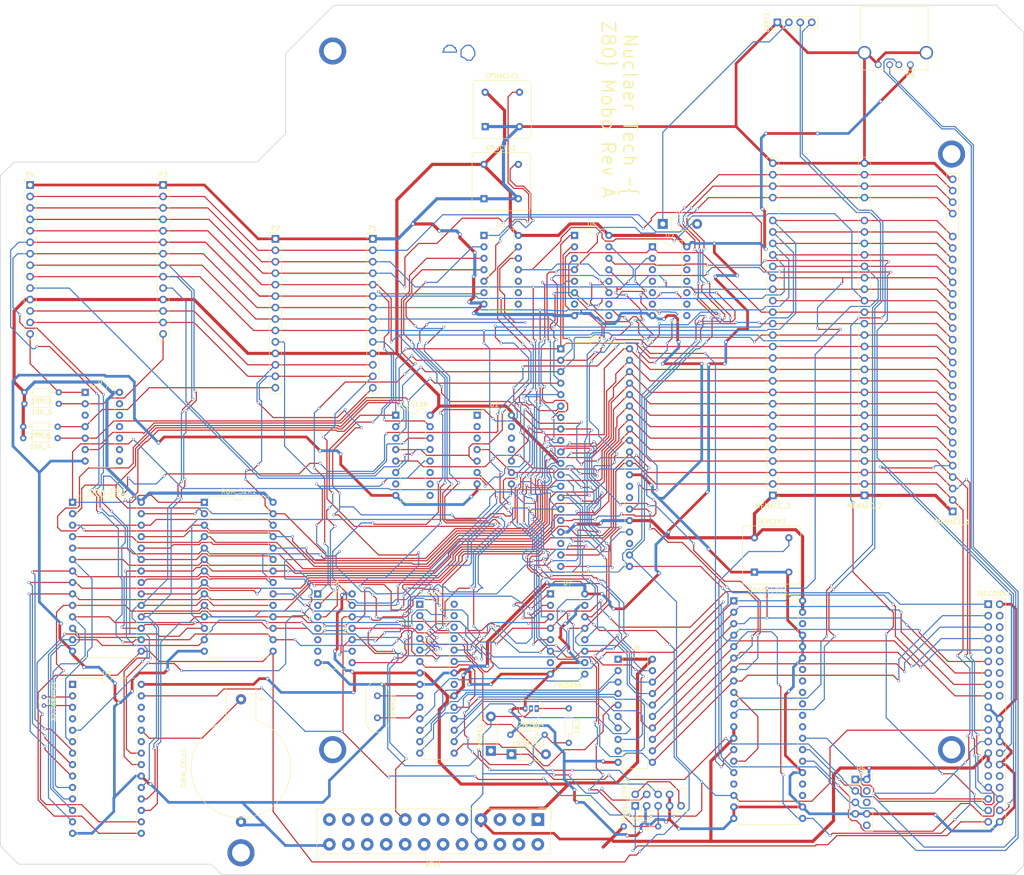
<source format=kicad_pcb>
(kicad_pcb (version 4) (host pcbnew 4.0.5)

  (general
    (links 419)
    (no_connects 0)
    (area -0.075001 -1.323334 226.897001 192.861001)
    (thickness 1.6)
    (drawings 16)
    (tracks 4360)
    (zones 0)
    (modules 50)
    (nets 184)
  )

  (page A4)
  (layers
    (0 F.Cu signal)
    (31 B.Cu signal)
    (32 B.Adhes user)
    (33 F.Adhes user)
    (34 B.Paste user)
    (35 F.Paste user)
    (36 B.SilkS user)
    (37 F.SilkS user)
    (38 B.Mask user)
    (39 F.Mask user)
    (40 Dwgs.User user)
    (41 Cmts.User user)
    (42 Eco1.User user)
    (43 Eco2.User user)
    (44 Edge.Cuts user)
    (45 Margin user)
    (46 B.CrtYd user)
    (47 F.CrtYd user)
    (48 B.Fab user)
    (49 F.Fab user)
  )

  (setup
    (last_trace_width 0.25)
    (trace_clearance 0.2)
    (zone_clearance 0.508)
    (zone_45_only no)
    (trace_min 0.2)
    (segment_width 0.2)
    (edge_width 0.15)
    (via_size 0.6)
    (via_drill 0.4)
    (via_min_size 0.4)
    (via_min_drill 0.3)
    (uvia_size 0.3)
    (uvia_drill 0.1)
    (uvias_allowed no)
    (uvia_min_size 0.2)
    (uvia_min_drill 0.1)
    (pcb_text_width 0.3)
    (pcb_text_size 1.5 1.5)
    (mod_edge_width 0.15)
    (mod_text_size 1 1)
    (mod_text_width 0.15)
    (pad_size 2.29 2.29)
    (pad_drill 1.02)
    (pad_to_mask_clearance 0.2)
    (aux_axis_origin 0 0)
    (visible_elements 7FFFFFFF)
    (pcbplotparams
      (layerselection 0x00030_80000001)
      (usegerberextensions false)
      (excludeedgelayer true)
      (linewidth 0.100000)
      (plotframeref false)
      (viasonmask false)
      (mode 1)
      (useauxorigin false)
      (hpglpennumber 1)
      (hpglpenspeed 20)
      (hpglpendiameter 15)
      (hpglpenoverlay 2)
      (psnegative false)
      (psa4output false)
      (plotreference true)
      (plotvalue true)
      (plotinvisibletext false)
      (padsonsilk false)
      (subtractmaskfromsilk false)
      (outputformat 1)
      (mirror false)
      (drillshape 1)
      (scaleselection 1)
      (outputdirectory ""))
  )

  (net 0 "")
  (net 1 "Net-(1K_1-Pad1)")
  (net 2 "Net-(1K_1-Pad2)")
  (net 3 "Net-(1N5819_1-Pad1)")
  (net 4 "Net-(1N5819_1-Pad2)")
  (net 5 "Net-(1N5819_2-Pad2)")
  (net 6 GND)
  (net 7 +5V)
  (net 8 "Net-(10K_2-Pad2)")
  (net 9 "Net-(10K_3-Pad1)")
  (net 10 "Net-(10K_4-Pad1)")
  (net 11 "Net-(10K_5-Pad1)")
  (net 12 "Net-(10K_6-Pad1)")
  (net 13 "Net-(16MHZ1-Pad1)")
  (net 14 "Net-(16MHZ1-Pad2)")
  (net 15 "Net-(32.768kHZ1-Pad1)")
  (net 16 "Net-(32.768kHZ1-Pad2)")
  (net 17 /A11)
  (net 18 /GIO6)
  (net 19 /A12)
  (net 20 /GIO5)
  (net 21 /A13)
  (net 22 /GIO4)
  (net 23 /A15)
  (net 24 /GIO3)
  (net 25 "Net-(74LS138-Pad5)")
  (net 26 /GIO2)
  (net 27 /A14)
  (net 28 /GIO1)
  (net 29 /GIO7)
  (net 30 /GIO0)
  (net 31 "Net-(ATX1-Pad1)")
  (net 32 "Net-(ATX1-Pad2)")
  (net 33 "Net-(ATX1-Pad3)")
  (net 34 "Net-(ATX1-Pad5)")
  (net 35 "Net-(ATX1-Pad6)")
  (net 36 "Net-(ATX1-Pad7)")
  (net 37 "Net-(ATX1-Pad8)")
  (net 38 "Net-(ATX1-Pad9)")
  (net 39 "Net-(ATX1-Pad10)")
  (net 40 "Net-(ATX1-Pad11)")
  (net 41 "Net-(ATX1-Pad12)")
  (net 42 "Net-(ATX1-Pad13)")
  (net 43 "Net-(ATX1-Pad14)")
  (net 44 "Net-(ATX1-Pad15)")
  (net 45 "Net-(ATX1-Pad17)")
  (net 46 "Net-(ATX1-Pad18)")
  (net 47 "Net-(ATX1-Pad19)")
  (net 48 "Net-(ATX1-Pad20)")
  (net 49 "Net-(ATX1-Pad21)")
  (net 50 "Net-(ATX1-Pad22)")
  (net 51 "Net-(ATX1-Pad23)")
  (net 52 "Net-(COIN_CELL1-Pad1)")
  (net 53 "Net-(D1-Pad1)")
  (net 54 /RST)
  (net 55 "Net-(IC1-Pad1)")
  (net 56 "Net-(IC1-Pad15)")
  (net 57 "Net-(IC1-Pad2)")
  (net 58 "Net-(IC1-Pad16)")
  (net 59 "Net-(IC1-Pad17)")
  (net 60 "Net-(IC1-Pad18)")
  (net 61 "Net-(IC1-Pad5)")
  (net 62 "Net-(IC1-Pad19)")
  (net 63 "Net-(IC1-Pad6)")
  (net 64 "Net-(IC1-Pad21)")
  (net 65 /SLOW_CLOCK)
  (net 66 /FAST_CLOCK)
  (net 67 "Net-(IC1-Pad11)")
  (net 68 "Net-(IC1-Pad25)")
  (net 69 "Net-(IC1-Pad12)")
  (net 70 "Net-(IC1-Pad26)")
  (net 71 "Net-(IC1-Pad13)")
  (net 72 "Net-(IC1-Pad27)")
  (net 73 "Net-(IC1-Pad14)")
  (net 74 "Net-(IC1-Pad28)")
  (net 75 /D7)
  (net 76 "Net-(IDECONN1-Pad4)")
  (net 77 /D6)
  (net 78 "Net-(IDECONN1-Pad6)")
  (net 79 /D5)
  (net 80 "Net-(IDECONN1-Pad8)")
  (net 81 /D4)
  (net 82 "Net-(IDECONN1-Pad10)")
  (net 83 /D3)
  (net 84 "Net-(IDECONN1-Pad12)")
  (net 85 /D2)
  (net 86 "Net-(IDECONN1-Pad14)")
  (net 87 /D1)
  (net 88 "Net-(IDECONN1-Pad16)")
  (net 89 /D0)
  (net 90 "Net-(IDECONN1-Pad18)")
  (net 91 "Net-(IDECONN1-Pad21)")
  (net 92 /WE)
  (net 93 /RD)
  (net 94 /A3)
  (net 95 "Net-(IDECONN1-Pad31)")
  (net 96 "Net-(IDECONN1-Pad32)")
  (net 97 /A1)
  (net 98 "Net-(IDECONN1-Pad34)")
  (net 99 /A0)
  (net 100 /A2)
  (net 101 "Net-(IDECONN1-Pad37)")
  (net 102 "Net-(IDECONN1-Pad38)")
  (net 103 "Net-(IDECONN1-Pad39)")
  (net 104 /A4)
  (net 105 /A5)
  (net 106 /A6)
  (net 107 /A7)
  (net 108 /A8)
  (net 109 /A9)
  (net 110 /A10)
  (net 111 /MEM)
  (net 112 "Net-(P5-Pad4)")
  (net 113 "Net-(P5-Pad6)")
  (net 114 "Net-(PANEL_CTRL1-Pad2)")
  (net 115 "Net-(ROM_32K1-Pad20)")
  (net 116 "Net-(SN16550D1-Pad23)")
  (net 117 "Net-(SN16550D1-Pad24)")
  (net 118 "Net-(SN16550D1-Pad15)")
  (net 119 "Net-(SN16550D1-Pad29)")
  (net 120 "Net-(SN16550D1-Pad10)")
  (net 121 "Net-(SN16550D1-Pad30)")
  (net 122 "Net-(SN16550D1-Pad11)")
  (net 123 "Net-(SN16550D1-Pad31)")
  (net 124 "Net-(SN16550D1-Pad32)")
  (net 125 "Net-(SN16550D1-Pad33)")
  (net 126 "Net-(SN16550D1-Pad14)")
  (net 127 "Net-(SN16550D1-Pad34)")
  (net 128 "Net-(SERCLK1-Pad3)")
  (net 129 "Net-(SN16550D1-Pad17)")
  (net 130 "Net-(SN16550D1-Pad38)")
  (net 131 "Net-(SRAM_32K1-Pad20)")
  (net 132 "Net-(U1-Pad1)")
  (net 133 "Net-(U1-Pad2)")
  (net 134 "Net-(U1-Pad3)")
  (net 135 "Net-(U1-Pad10)")
  (net 136 "Net-(U1-Pad11)")
  (net 137 "Net-(U1-Pad12)")
  (net 138 "Net-(U1-Pad13)")
  (net 139 "Net-(U2-Pad8)")
  (net 140 "Net-(U2-Pad9)")
  (net 141 "Net-(U2-Pad3)")
  (net 142 "Net-(U2-Pad10)")
  (net 143 "Net-(U2-Pad4)")
  (net 144 "Net-(U2-Pad11)")
  (net 145 "Net-(U2-Pad5)")
  (net 146 "Net-(U2-Pad12)")
  (net 147 "Net-(U2-Pad6)")
  (net 148 "Net-(U2-Pad13)")
  (net 149 "Net-(CPUACLK1-Pad3)")
  (net 150 "Net-(U3-Pad8)")
  (net 151 "Net-(U3-Pad9)")
  (net 152 "Net-(U3-Pad3)")
  (net 153 "Net-(U3-Pad10)")
  (net 154 "Net-(CPUCLK1-Pad3)")
  (net 155 "Net-(U3-Pad6)")
  (net 156 "Net-(U4-Pad8)")
  (net 157 "Net-(U4-Pad9)")
  (net 158 "Net-(U4-Pad10)")
  (net 159 /WAIT)
  (net 160 "Net-(U4-Pad12)")
  (net 161 "Net-(U5-Pad9)")
  (net 162 "Net-(U5-Pad10)")
  (net 163 "Net-(U5-Pad11)")
  (net 164 "Net-(U5-Pad12)")
  (net 165 "Net-(U5-Pad7)")
  (net 166 "Net-(U6-Pad8)")
  (net 167 /cpuclk)
  (net 168 "Net-(U6-Pad4)")
  (net 169 "Net-(U6-Pad11)")
  (net 170 "Net-(U6-Pad5)")
  (net 171 "Net-(U6-Pad6)")
  (net 172 "Net-(U7-Pad7)")
  (net 173 "Net-(U9-Pad1)")
  (net 174 "Net-(U9-Pad4)")
  (net 175 "Net-(U9-Pad5)")
  (net 176 "Net-(U9-Pad23)")
  (net 177 "Net-(U9-Pad25)")
  (net 178 "Net-(U9-Pad26)")
  (net 179 "Net-(Z80-Pad23)")
  (net 180 "Net-(Z80-Pad27)")
  (net 181 "Net-(Z80-Pad28)")
  (net 182 "Net-(Z80-Pad18)")
  (net 183 "Net-(P5-Pad10)")

  (net_class Default "This is the default net class."
    (clearance 0.2)
    (trace_width 0.25)
    (via_dia 0.6)
    (via_drill 0.4)
    (uvia_dia 0.3)
    (uvia_drill 0.1)
    (add_net /A0)
    (add_net /A1)
    (add_net /A10)
    (add_net /A11)
    (add_net /A12)
    (add_net /A13)
    (add_net /A14)
    (add_net /A15)
    (add_net /A2)
    (add_net /A3)
    (add_net /A4)
    (add_net /A5)
    (add_net /A6)
    (add_net /A7)
    (add_net /A8)
    (add_net /A9)
    (add_net /D0)
    (add_net /D1)
    (add_net /D2)
    (add_net /D3)
    (add_net /D4)
    (add_net /D5)
    (add_net /D6)
    (add_net /D7)
    (add_net /FAST_CLOCK)
    (add_net /GIO0)
    (add_net /GIO1)
    (add_net /GIO2)
    (add_net /GIO3)
    (add_net /GIO4)
    (add_net /GIO5)
    (add_net /GIO6)
    (add_net /GIO7)
    (add_net /MEM)
    (add_net /RD)
    (add_net /RST)
    (add_net /SLOW_CLOCK)
    (add_net /WAIT)
    (add_net /WE)
    (add_net /cpuclk)
    (add_net "Net-(10K_2-Pad2)")
    (add_net "Net-(10K_3-Pad1)")
    (add_net "Net-(10K_4-Pad1)")
    (add_net "Net-(10K_5-Pad1)")
    (add_net "Net-(10K_6-Pad1)")
    (add_net "Net-(16MHZ1-Pad1)")
    (add_net "Net-(16MHZ1-Pad2)")
    (add_net "Net-(1K_1-Pad1)")
    (add_net "Net-(1K_1-Pad2)")
    (add_net "Net-(1N5819_1-Pad1)")
    (add_net "Net-(1N5819_1-Pad2)")
    (add_net "Net-(1N5819_2-Pad2)")
    (add_net "Net-(32.768kHZ1-Pad1)")
    (add_net "Net-(32.768kHZ1-Pad2)")
    (add_net "Net-(74LS138-Pad5)")
    (add_net "Net-(ATX1-Pad1)")
    (add_net "Net-(ATX1-Pad10)")
    (add_net "Net-(ATX1-Pad11)")
    (add_net "Net-(ATX1-Pad12)")
    (add_net "Net-(ATX1-Pad13)")
    (add_net "Net-(ATX1-Pad14)")
    (add_net "Net-(ATX1-Pad15)")
    (add_net "Net-(ATX1-Pad17)")
    (add_net "Net-(ATX1-Pad18)")
    (add_net "Net-(ATX1-Pad19)")
    (add_net "Net-(ATX1-Pad2)")
    (add_net "Net-(ATX1-Pad20)")
    (add_net "Net-(ATX1-Pad21)")
    (add_net "Net-(ATX1-Pad22)")
    (add_net "Net-(ATX1-Pad23)")
    (add_net "Net-(ATX1-Pad3)")
    (add_net "Net-(ATX1-Pad5)")
    (add_net "Net-(ATX1-Pad6)")
    (add_net "Net-(ATX1-Pad7)")
    (add_net "Net-(ATX1-Pad8)")
    (add_net "Net-(ATX1-Pad9)")
    (add_net "Net-(COIN_CELL1-Pad1)")
    (add_net "Net-(CPUACLK1-Pad3)")
    (add_net "Net-(CPUCLK1-Pad3)")
    (add_net "Net-(D1-Pad1)")
    (add_net "Net-(IC1-Pad1)")
    (add_net "Net-(IC1-Pad11)")
    (add_net "Net-(IC1-Pad12)")
    (add_net "Net-(IC1-Pad13)")
    (add_net "Net-(IC1-Pad14)")
    (add_net "Net-(IC1-Pad15)")
    (add_net "Net-(IC1-Pad16)")
    (add_net "Net-(IC1-Pad17)")
    (add_net "Net-(IC1-Pad18)")
    (add_net "Net-(IC1-Pad19)")
    (add_net "Net-(IC1-Pad2)")
    (add_net "Net-(IC1-Pad21)")
    (add_net "Net-(IC1-Pad25)")
    (add_net "Net-(IC1-Pad26)")
    (add_net "Net-(IC1-Pad27)")
    (add_net "Net-(IC1-Pad28)")
    (add_net "Net-(IC1-Pad5)")
    (add_net "Net-(IC1-Pad6)")
    (add_net "Net-(IDECONN1-Pad10)")
    (add_net "Net-(IDECONN1-Pad12)")
    (add_net "Net-(IDECONN1-Pad14)")
    (add_net "Net-(IDECONN1-Pad16)")
    (add_net "Net-(IDECONN1-Pad18)")
    (add_net "Net-(IDECONN1-Pad21)")
    (add_net "Net-(IDECONN1-Pad31)")
    (add_net "Net-(IDECONN1-Pad32)")
    (add_net "Net-(IDECONN1-Pad34)")
    (add_net "Net-(IDECONN1-Pad37)")
    (add_net "Net-(IDECONN1-Pad38)")
    (add_net "Net-(IDECONN1-Pad39)")
    (add_net "Net-(IDECONN1-Pad4)")
    (add_net "Net-(IDECONN1-Pad6)")
    (add_net "Net-(IDECONN1-Pad8)")
    (add_net "Net-(P5-Pad10)")
    (add_net "Net-(P5-Pad4)")
    (add_net "Net-(P5-Pad6)")
    (add_net "Net-(PANEL_CTRL1-Pad2)")
    (add_net "Net-(ROM_32K1-Pad20)")
    (add_net "Net-(SERCLK1-Pad3)")
    (add_net "Net-(SN16550D1-Pad10)")
    (add_net "Net-(SN16550D1-Pad11)")
    (add_net "Net-(SN16550D1-Pad14)")
    (add_net "Net-(SN16550D1-Pad15)")
    (add_net "Net-(SN16550D1-Pad17)")
    (add_net "Net-(SN16550D1-Pad23)")
    (add_net "Net-(SN16550D1-Pad24)")
    (add_net "Net-(SN16550D1-Pad29)")
    (add_net "Net-(SN16550D1-Pad30)")
    (add_net "Net-(SN16550D1-Pad31)")
    (add_net "Net-(SN16550D1-Pad32)")
    (add_net "Net-(SN16550D1-Pad33)")
    (add_net "Net-(SN16550D1-Pad34)")
    (add_net "Net-(SN16550D1-Pad38)")
    (add_net "Net-(SRAM_32K1-Pad20)")
    (add_net "Net-(U1-Pad1)")
    (add_net "Net-(U1-Pad10)")
    (add_net "Net-(U1-Pad11)")
    (add_net "Net-(U1-Pad12)")
    (add_net "Net-(U1-Pad13)")
    (add_net "Net-(U1-Pad2)")
    (add_net "Net-(U1-Pad3)")
    (add_net "Net-(U2-Pad10)")
    (add_net "Net-(U2-Pad11)")
    (add_net "Net-(U2-Pad12)")
    (add_net "Net-(U2-Pad13)")
    (add_net "Net-(U2-Pad3)")
    (add_net "Net-(U2-Pad4)")
    (add_net "Net-(U2-Pad5)")
    (add_net "Net-(U2-Pad6)")
    (add_net "Net-(U2-Pad8)")
    (add_net "Net-(U2-Pad9)")
    (add_net "Net-(U3-Pad10)")
    (add_net "Net-(U3-Pad3)")
    (add_net "Net-(U3-Pad6)")
    (add_net "Net-(U3-Pad8)")
    (add_net "Net-(U3-Pad9)")
    (add_net "Net-(U4-Pad10)")
    (add_net "Net-(U4-Pad12)")
    (add_net "Net-(U4-Pad8)")
    (add_net "Net-(U4-Pad9)")
    (add_net "Net-(U5-Pad10)")
    (add_net "Net-(U5-Pad11)")
    (add_net "Net-(U5-Pad12)")
    (add_net "Net-(U5-Pad7)")
    (add_net "Net-(U5-Pad9)")
    (add_net "Net-(U6-Pad11)")
    (add_net "Net-(U6-Pad4)")
    (add_net "Net-(U6-Pad5)")
    (add_net "Net-(U6-Pad6)")
    (add_net "Net-(U6-Pad8)")
    (add_net "Net-(U7-Pad7)")
    (add_net "Net-(U9-Pad1)")
    (add_net "Net-(U9-Pad23)")
    (add_net "Net-(U9-Pad25)")
    (add_net "Net-(U9-Pad26)")
    (add_net "Net-(U9-Pad4)")
    (add_net "Net-(U9-Pad5)")
    (add_net "Net-(Z80-Pad18)")
    (add_net "Net-(Z80-Pad23)")
    (add_net "Net-(Z80-Pad27)")
    (add_net "Net-(Z80-Pad28)")
  )

  (net_class Power ""
    (clearance 0.3)
    (trace_width 0.6)
    (via_dia 0.8)
    (via_drill 0.5)
    (uvia_dia 0.3)
    (uvia_drill 0.1)
    (add_net +5V)
    (add_net GND)
  )

  (module Resistors_THT:R_Axial_DIN0204_L3.6mm_D1.6mm_P7.62mm_Horizontal (layer F.Cu) (tedit 5874F706) (tstamp 59432F8E)
    (at 125.984 155.956 270)
    (descr "Resistor, Axial_DIN0204 series, Axial, Horizontal, pin pitch=7.62mm, 0.16666666666666666W = 1/6W, length*diameter=3.6*1.6mm^2, http://cdn-reichelt.de/documents/datenblatt/B400/1_4W%23YAG.pdf")
    (tags "Resistor Axial_DIN0204 series Axial Horizontal pin pitch 7.62mm 0.16666666666666666W = 1/6W length 3.6mm diameter 1.6mm")
    (path /5942D97E)
    (fp_text reference 1K_1 (at 3.81 -1.86 270) (layer F.SilkS)
      (effects (font (size 1 1) (thickness 0.15)))
    )
    (fp_text value R (at 3.81 1.86 270) (layer F.Fab)
      (effects (font (size 1 1) (thickness 0.15)))
    )
    (fp_line (start 2.01 -0.8) (end 2.01 0.8) (layer F.Fab) (width 0.1))
    (fp_line (start 2.01 0.8) (end 5.61 0.8) (layer F.Fab) (width 0.1))
    (fp_line (start 5.61 0.8) (end 5.61 -0.8) (layer F.Fab) (width 0.1))
    (fp_line (start 5.61 -0.8) (end 2.01 -0.8) (layer F.Fab) (width 0.1))
    (fp_line (start 0 0) (end 2.01 0) (layer F.Fab) (width 0.1))
    (fp_line (start 7.62 0) (end 5.61 0) (layer F.Fab) (width 0.1))
    (fp_line (start 1.95 -0.86) (end 1.95 0.86) (layer F.SilkS) (width 0.12))
    (fp_line (start 1.95 0.86) (end 5.67 0.86) (layer F.SilkS) (width 0.12))
    (fp_line (start 5.67 0.86) (end 5.67 -0.86) (layer F.SilkS) (width 0.12))
    (fp_line (start 5.67 -0.86) (end 1.95 -0.86) (layer F.SilkS) (width 0.12))
    (fp_line (start 0.88 0) (end 1.95 0) (layer F.SilkS) (width 0.12))
    (fp_line (start 6.74 0) (end 5.67 0) (layer F.SilkS) (width 0.12))
    (fp_line (start -0.95 -1.15) (end -0.95 1.15) (layer F.CrtYd) (width 0.05))
    (fp_line (start -0.95 1.15) (end 8.6 1.15) (layer F.CrtYd) (width 0.05))
    (fp_line (start 8.6 1.15) (end 8.6 -1.15) (layer F.CrtYd) (width 0.05))
    (fp_line (start 8.6 -1.15) (end -0.95 -1.15) (layer F.CrtYd) (width 0.05))
    (pad 1 thru_hole circle (at 0 0 270) (size 1.4 1.4) (drill 0.7) (layers *.Cu *.Mask)
      (net 1 "Net-(1K_1-Pad1)"))
    (pad 2 thru_hole oval (at 7.62 0 270) (size 1.4 1.4) (drill 0.7) (layers *.Cu *.Mask)
      (net 2 "Net-(1K_1-Pad2)"))
    (model Resistors_THT.3dshapes/R_Axial_DIN0204_L3.6mm_D1.6mm_P7.62mm_Horizontal.wrl
      (at (xyz 0 0 0))
      (scale (xyz 0.393701 0.393701 0.393701))
      (rotate (xyz 0 0 0))
    )
  )

  (module Diodes_THT:D_DO-41_SOD81_P7.62mm_Horizontal (layer F.Cu) (tedit 5921392F) (tstamp 59432F94)
    (at 113.284 166.116)
    (descr "D, DO-41_SOD81 series, Axial, Horizontal, pin pitch=7.62mm, , length*diameter=5.2*2.7mm^2, , http://www.diodes.com/_files/packages/DO-41%20(Plastic).pdf")
    (tags "D DO-41_SOD81 series Axial Horizontal pin pitch 7.62mm  length 5.2mm diameter 2.7mm")
    (path /5942E1E4)
    (fp_text reference 1N5819_1 (at 3.81 -2.41) (layer F.SilkS)
      (effects (font (size 1 1) (thickness 0.15)))
    )
    (fp_text value D_Schottky_ALT (at 3.81 2.41) (layer F.Fab)
      (effects (font (size 1 1) (thickness 0.15)))
    )
    (fp_text user %R (at 3.81 0) (layer F.Fab)
      (effects (font (size 1 1) (thickness 0.15)))
    )
    (fp_line (start 1.21 -1.35) (end 1.21 1.35) (layer F.Fab) (width 0.1))
    (fp_line (start 1.21 1.35) (end 6.41 1.35) (layer F.Fab) (width 0.1))
    (fp_line (start 6.41 1.35) (end 6.41 -1.35) (layer F.Fab) (width 0.1))
    (fp_line (start 6.41 -1.35) (end 1.21 -1.35) (layer F.Fab) (width 0.1))
    (fp_line (start 0 0) (end 1.21 0) (layer F.Fab) (width 0.1))
    (fp_line (start 7.62 0) (end 6.41 0) (layer F.Fab) (width 0.1))
    (fp_line (start 1.99 -1.35) (end 1.99 1.35) (layer F.Fab) (width 0.1))
    (fp_line (start 1.15 -1.28) (end 1.15 -1.41) (layer F.SilkS) (width 0.12))
    (fp_line (start 1.15 -1.41) (end 6.47 -1.41) (layer F.SilkS) (width 0.12))
    (fp_line (start 6.47 -1.41) (end 6.47 -1.28) (layer F.SilkS) (width 0.12))
    (fp_line (start 1.15 1.28) (end 1.15 1.41) (layer F.SilkS) (width 0.12))
    (fp_line (start 1.15 1.41) (end 6.47 1.41) (layer F.SilkS) (width 0.12))
    (fp_line (start 6.47 1.41) (end 6.47 1.28) (layer F.SilkS) (width 0.12))
    (fp_line (start 1.99 -1.41) (end 1.99 1.41) (layer F.SilkS) (width 0.12))
    (fp_line (start -1.35 -1.7) (end -1.35 1.7) (layer F.CrtYd) (width 0.05))
    (fp_line (start -1.35 1.7) (end 9 1.7) (layer F.CrtYd) (width 0.05))
    (fp_line (start 9 1.7) (end 9 -1.7) (layer F.CrtYd) (width 0.05))
    (fp_line (start 9 -1.7) (end -1.35 -1.7) (layer F.CrtYd) (width 0.05))
    (pad 1 thru_hole rect (at 0 0) (size 2.2 2.2) (drill 1.1) (layers *.Cu *.Mask)
      (net 3 "Net-(1N5819_1-Pad1)"))
    (pad 2 thru_hole oval (at 7.62 0) (size 2.2 2.2) (drill 1.1) (layers *.Cu *.Mask)
      (net 4 "Net-(1N5819_1-Pad2)"))
    (model ${KISYS3DMOD}/Diodes_THT.3dshapes/D_DO-41_SOD81_P7.62mm_Horizontal.wrl
      (at (xyz 0 0 0))
      (scale (xyz 0.393701 0.393701 0.393701))
      (rotate (xyz 0 0 0))
    )
  )

  (module Diodes_THT:D_DO-41_SOD81_P7.62mm_Horizontal (layer F.Cu) (tedit 5921392F) (tstamp 59432F9A)
    (at 108.712 165.354 90)
    (descr "D, DO-41_SOD81 series, Axial, Horizontal, pin pitch=7.62mm, , length*diameter=5.2*2.7mm^2, , http://www.diodes.com/_files/packages/DO-41%20(Plastic).pdf")
    (tags "D DO-41_SOD81 series Axial Horizontal pin pitch 7.62mm  length 5.2mm diameter 2.7mm")
    (path /5942E141)
    (fp_text reference 1N5819_2 (at 3.81 -2.41 90) (layer F.SilkS)
      (effects (font (size 1 1) (thickness 0.15)))
    )
    (fp_text value D_Schottky_ALT (at 3.81 2.41 90) (layer F.Fab)
      (effects (font (size 1 1) (thickness 0.15)))
    )
    (fp_text user %R (at 3.81 0 90) (layer F.Fab)
      (effects (font (size 1 1) (thickness 0.15)))
    )
    (fp_line (start 1.21 -1.35) (end 1.21 1.35) (layer F.Fab) (width 0.1))
    (fp_line (start 1.21 1.35) (end 6.41 1.35) (layer F.Fab) (width 0.1))
    (fp_line (start 6.41 1.35) (end 6.41 -1.35) (layer F.Fab) (width 0.1))
    (fp_line (start 6.41 -1.35) (end 1.21 -1.35) (layer F.Fab) (width 0.1))
    (fp_line (start 0 0) (end 1.21 0) (layer F.Fab) (width 0.1))
    (fp_line (start 7.62 0) (end 6.41 0) (layer F.Fab) (width 0.1))
    (fp_line (start 1.99 -1.35) (end 1.99 1.35) (layer F.Fab) (width 0.1))
    (fp_line (start 1.15 -1.28) (end 1.15 -1.41) (layer F.SilkS) (width 0.12))
    (fp_line (start 1.15 -1.41) (end 6.47 -1.41) (layer F.SilkS) (width 0.12))
    (fp_line (start 6.47 -1.41) (end 6.47 -1.28) (layer F.SilkS) (width 0.12))
    (fp_line (start 1.15 1.28) (end 1.15 1.41) (layer F.SilkS) (width 0.12))
    (fp_line (start 1.15 1.41) (end 6.47 1.41) (layer F.SilkS) (width 0.12))
    (fp_line (start 6.47 1.41) (end 6.47 1.28) (layer F.SilkS) (width 0.12))
    (fp_line (start 1.99 -1.41) (end 1.99 1.41) (layer F.SilkS) (width 0.12))
    (fp_line (start -1.35 -1.7) (end -1.35 1.7) (layer F.CrtYd) (width 0.05))
    (fp_line (start -1.35 1.7) (end 9 1.7) (layer F.CrtYd) (width 0.05))
    (fp_line (start 9 1.7) (end 9 -1.7) (layer F.CrtYd) (width 0.05))
    (fp_line (start 9 -1.7) (end -1.35 -1.7) (layer F.CrtYd) (width 0.05))
    (pad 1 thru_hole rect (at 0 0 90) (size 2.2 2.2) (drill 1.1) (layers *.Cu *.Mask)
      (net 3 "Net-(1N5819_1-Pad1)"))
    (pad 2 thru_hole oval (at 7.62 0 90) (size 2.2 2.2) (drill 1.1) (layers *.Cu *.Mask)
      (net 5 "Net-(1N5819_2-Pad2)"))
    (model ${KISYS3DMOD}/Diodes_THT.3dshapes/D_DO-41_SOD81_P7.62mm_Horizontal.wrl
      (at (xyz 0 0 0))
      (scale (xyz 0.393701 0.393701 0.393701))
      (rotate (xyz 0 0 0))
    )
  )

  (module TO_SOT_Packages_THT:TO-92_Inline_Narrow_Oval (layer F.Cu) (tedit 58CE52AF) (tstamp 59432FA1)
    (at 118.872 155.956 180)
    (descr "TO-92 leads in-line, narrow, oval pads, drill 0.6mm (see NXP sot054_po.pdf)")
    (tags "to-92 sc-43 sc-43a sot54 PA33 transistor")
    (path /5942D3D9)
    (fp_text reference 2N3904 (at 1.27 -3.56 180) (layer F.SilkS)
      (effects (font (size 1 1) (thickness 0.15)))
    )
    (fp_text value Q_NPN_BCE (at 1.27 2.79 180) (layer F.Fab)
      (effects (font (size 1 1) (thickness 0.15)))
    )
    (fp_text user %R (at 1.27 -3.56 180) (layer F.Fab)
      (effects (font (size 1 1) (thickness 0.15)))
    )
    (fp_line (start -0.53 1.85) (end 3.07 1.85) (layer F.SilkS) (width 0.12))
    (fp_line (start -0.5 1.75) (end 3 1.75) (layer F.Fab) (width 0.1))
    (fp_line (start -1.46 -2.73) (end 4 -2.73) (layer F.CrtYd) (width 0.05))
    (fp_line (start -1.46 -2.73) (end -1.46 2.01) (layer F.CrtYd) (width 0.05))
    (fp_line (start 4 2.01) (end 4 -2.73) (layer F.CrtYd) (width 0.05))
    (fp_line (start 4 2.01) (end -1.46 2.01) (layer F.CrtYd) (width 0.05))
    (fp_arc (start 1.27 0) (end 1.27 -2.48) (angle 135) (layer F.Fab) (width 0.1))
    (fp_arc (start 1.27 0) (end 1.27 -2.6) (angle -135) (layer F.SilkS) (width 0.12))
    (fp_arc (start 1.27 0) (end 1.27 -2.48) (angle -135) (layer F.Fab) (width 0.1))
    (fp_arc (start 1.27 0) (end 1.27 -2.6) (angle 135) (layer F.SilkS) (width 0.12))
    (pad 2 thru_hole oval (at 1.27 0) (size 0.9 1.5) (drill 0.6) (layers *.Cu *.Mask)
      (net 5 "Net-(1N5819_2-Pad2)"))
    (pad 3 thru_hole oval (at 2.54 0) (size 0.9 1.5) (drill 0.6) (layers *.Cu *.Mask)
      (net 6 GND))
    (pad 1 thru_hole rect (at 0 0) (size 0.9 1.5) (drill 0.6) (layers *.Cu *.Mask)
      (net 1 "Net-(1K_1-Pad1)"))
    (model ${KISYS3DMOD}/TO_SOT_Packages_THT.3dshapes/TO-92_Inline_Narrow_Oval.wrl
      (at (xyz 0.05 0 0))
      (scale (xyz 1 1 1))
      (rotate (xyz 0 0 -90))
    )
  )

  (module Resistors_THT:R_Axial_DIN0204_L3.6mm_D1.6mm_P7.62mm_Horizontal (layer F.Cu) (tedit 5874F706) (tstamp 59432FA7)
    (at 113.03 161.798)
    (descr "Resistor, Axial_DIN0204 series, Axial, Horizontal, pin pitch=7.62mm, 0.16666666666666666W = 1/6W, length*diameter=3.6*1.6mm^2, http://cdn-reichelt.de/documents/datenblatt/B400/1_4W%23YAG.pdf")
    (tags "Resistor Axial_DIN0204 series Axial Horizontal pin pitch 7.62mm 0.16666666666666666W = 1/6W length 3.6mm diameter 1.6mm")
    (path /5942DA01)
    (fp_text reference 4.7K_R1 (at 3.81 -1.86) (layer F.SilkS)
      (effects (font (size 1 1) (thickness 0.15)))
    )
    (fp_text value R (at 3.81 1.86) (layer F.Fab)
      (effects (font (size 1 1) (thickness 0.15)))
    )
    (fp_line (start 2.01 -0.8) (end 2.01 0.8) (layer F.Fab) (width 0.1))
    (fp_line (start 2.01 0.8) (end 5.61 0.8) (layer F.Fab) (width 0.1))
    (fp_line (start 5.61 0.8) (end 5.61 -0.8) (layer F.Fab) (width 0.1))
    (fp_line (start 5.61 -0.8) (end 2.01 -0.8) (layer F.Fab) (width 0.1))
    (fp_line (start 0 0) (end 2.01 0) (layer F.Fab) (width 0.1))
    (fp_line (start 7.62 0) (end 5.61 0) (layer F.Fab) (width 0.1))
    (fp_line (start 1.95 -0.86) (end 1.95 0.86) (layer F.SilkS) (width 0.12))
    (fp_line (start 1.95 0.86) (end 5.67 0.86) (layer F.SilkS) (width 0.12))
    (fp_line (start 5.67 0.86) (end 5.67 -0.86) (layer F.SilkS) (width 0.12))
    (fp_line (start 5.67 -0.86) (end 1.95 -0.86) (layer F.SilkS) (width 0.12))
    (fp_line (start 0.88 0) (end 1.95 0) (layer F.SilkS) (width 0.12))
    (fp_line (start 6.74 0) (end 5.67 0) (layer F.SilkS) (width 0.12))
    (fp_line (start -0.95 -1.15) (end -0.95 1.15) (layer F.CrtYd) (width 0.05))
    (fp_line (start -0.95 1.15) (end 8.6 1.15) (layer F.CrtYd) (width 0.05))
    (fp_line (start 8.6 1.15) (end 8.6 -1.15) (layer F.CrtYd) (width 0.05))
    (fp_line (start 8.6 -1.15) (end -0.95 -1.15) (layer F.CrtYd) (width 0.05))
    (pad 1 thru_hole circle (at 0 0) (size 1.4 1.4) (drill 0.7) (layers *.Cu *.Mask)
      (net 6 GND))
    (pad 2 thru_hole oval (at 7.62 0) (size 1.4 1.4) (drill 0.7) (layers *.Cu *.Mask)
      (net 2 "Net-(1K_1-Pad2)"))
    (model Resistors_THT.3dshapes/R_Axial_DIN0204_L3.6mm_D1.6mm_P7.62mm_Horizontal.wrl
      (at (xyz 0 0 0))
      (scale (xyz 0.393701 0.393701 0.393701))
      (rotate (xyz 0 0 0))
    )
  )

  (module Resistors_THT:R_Axial_DIN0204_L3.6mm_D1.6mm_P7.62mm_Horizontal (layer F.Cu) (tedit 5874F706) (tstamp 59432FAD)
    (at 138.176 182.118)
    (descr "Resistor, Axial_DIN0204 series, Axial, Horizontal, pin pitch=7.62mm, 0.16666666666666666W = 1/6W, length*diameter=3.6*1.6mm^2, http://cdn-reichelt.de/documents/datenblatt/B400/1_4W%23YAG.pdf")
    (tags "Resistor Axial_DIN0204 series Axial Horizontal pin pitch 7.62mm 0.16666666666666666W = 1/6W length 3.6mm diameter 1.6mm")
    (path /594346B3)
    (fp_text reference 10K_2 (at 3.81 -1.86) (layer F.SilkS)
      (effects (font (size 1 1) (thickness 0.15)))
    )
    (fp_text value R (at 3.81 1.86) (layer F.Fab)
      (effects (font (size 1 1) (thickness 0.15)))
    )
    (fp_line (start 2.01 -0.8) (end 2.01 0.8) (layer F.Fab) (width 0.1))
    (fp_line (start 2.01 0.8) (end 5.61 0.8) (layer F.Fab) (width 0.1))
    (fp_line (start 5.61 0.8) (end 5.61 -0.8) (layer F.Fab) (width 0.1))
    (fp_line (start 5.61 -0.8) (end 2.01 -0.8) (layer F.Fab) (width 0.1))
    (fp_line (start 0 0) (end 2.01 0) (layer F.Fab) (width 0.1))
    (fp_line (start 7.62 0) (end 5.61 0) (layer F.Fab) (width 0.1))
    (fp_line (start 1.95 -0.86) (end 1.95 0.86) (layer F.SilkS) (width 0.12))
    (fp_line (start 1.95 0.86) (end 5.67 0.86) (layer F.SilkS) (width 0.12))
    (fp_line (start 5.67 0.86) (end 5.67 -0.86) (layer F.SilkS) (width 0.12))
    (fp_line (start 5.67 -0.86) (end 1.95 -0.86) (layer F.SilkS) (width 0.12))
    (fp_line (start 0.88 0) (end 1.95 0) (layer F.SilkS) (width 0.12))
    (fp_line (start 6.74 0) (end 5.67 0) (layer F.SilkS) (width 0.12))
    (fp_line (start -0.95 -1.15) (end -0.95 1.15) (layer F.CrtYd) (width 0.05))
    (fp_line (start -0.95 1.15) (end 8.6 1.15) (layer F.CrtYd) (width 0.05))
    (fp_line (start 8.6 1.15) (end 8.6 -1.15) (layer F.CrtYd) (width 0.05))
    (fp_line (start 8.6 -1.15) (end -0.95 -1.15) (layer F.CrtYd) (width 0.05))
    (pad 1 thru_hole circle (at 0 0) (size 1.4 1.4) (drill 0.7) (layers *.Cu *.Mask)
      (net 7 +5V))
    (pad 2 thru_hole oval (at 7.62 0) (size 1.4 1.4) (drill 0.7) (layers *.Cu *.Mask)
      (net 8 "Net-(10K_2-Pad2)"))
    (model Resistors_THT.3dshapes/R_Axial_DIN0204_L3.6mm_D1.6mm_P7.62mm_Horizontal.wrl
      (at (xyz 0 0 0))
      (scale (xyz 0.393701 0.393701 0.393701))
      (rotate (xyz 0 0 0))
    )
  )

  (module Resistors_THT:R_Axial_DIN0204_L3.6mm_D1.6mm_P7.62mm_Horizontal (layer F.Cu) (tedit 5874F706) (tstamp 59432FB3)
    (at 12.954 85.852 180)
    (descr "Resistor, Axial_DIN0204 series, Axial, Horizontal, pin pitch=7.62mm, 0.16666666666666666W = 1/6W, length*diameter=3.6*1.6mm^2, http://cdn-reichelt.de/documents/datenblatt/B400/1_4W%23YAG.pdf")
    (tags "Resistor Axial_DIN0204 series Axial Horizontal pin pitch 7.62mm 0.16666666666666666W = 1/6W length 3.6mm diameter 1.6mm")
    (path /5945071F)
    (fp_text reference 10K_3 (at 3.81 -1.86 180) (layer F.SilkS)
      (effects (font (size 1 1) (thickness 0.15)))
    )
    (fp_text value R (at 3.81 1.86 180) (layer F.Fab)
      (effects (font (size 1 1) (thickness 0.15)))
    )
    (fp_line (start 2.01 -0.8) (end 2.01 0.8) (layer F.Fab) (width 0.1))
    (fp_line (start 2.01 0.8) (end 5.61 0.8) (layer F.Fab) (width 0.1))
    (fp_line (start 5.61 0.8) (end 5.61 -0.8) (layer F.Fab) (width 0.1))
    (fp_line (start 5.61 -0.8) (end 2.01 -0.8) (layer F.Fab) (width 0.1))
    (fp_line (start 0 0) (end 2.01 0) (layer F.Fab) (width 0.1))
    (fp_line (start 7.62 0) (end 5.61 0) (layer F.Fab) (width 0.1))
    (fp_line (start 1.95 -0.86) (end 1.95 0.86) (layer F.SilkS) (width 0.12))
    (fp_line (start 1.95 0.86) (end 5.67 0.86) (layer F.SilkS) (width 0.12))
    (fp_line (start 5.67 0.86) (end 5.67 -0.86) (layer F.SilkS) (width 0.12))
    (fp_line (start 5.67 -0.86) (end 1.95 -0.86) (layer F.SilkS) (width 0.12))
    (fp_line (start 0.88 0) (end 1.95 0) (layer F.SilkS) (width 0.12))
    (fp_line (start 6.74 0) (end 5.67 0) (layer F.SilkS) (width 0.12))
    (fp_line (start -0.95 -1.15) (end -0.95 1.15) (layer F.CrtYd) (width 0.05))
    (fp_line (start -0.95 1.15) (end 8.6 1.15) (layer F.CrtYd) (width 0.05))
    (fp_line (start 8.6 1.15) (end 8.6 -1.15) (layer F.CrtYd) (width 0.05))
    (fp_line (start 8.6 -1.15) (end -0.95 -1.15) (layer F.CrtYd) (width 0.05))
    (pad 1 thru_hole circle (at 0 0 180) (size 1.4 1.4) (drill 0.7) (layers *.Cu *.Mask)
      (net 9 "Net-(10K_3-Pad1)"))
    (pad 2 thru_hole oval (at 7.62 0 180) (size 1.4 1.4) (drill 0.7) (layers *.Cu *.Mask)
      (net 7 +5V))
    (model Resistors_THT.3dshapes/R_Axial_DIN0204_L3.6mm_D1.6mm_P7.62mm_Horizontal.wrl
      (at (xyz 0 0 0))
      (scale (xyz 0.393701 0.393701 0.393701))
      (rotate (xyz 0 0 0))
    )
  )

  (module Resistors_THT:R_Axial_DIN0204_L3.6mm_D1.6mm_P7.62mm_Horizontal (layer F.Cu) (tedit 5874F706) (tstamp 59432FB9)
    (at 12.7 96.012 180)
    (descr "Resistor, Axial_DIN0204 series, Axial, Horizontal, pin pitch=7.62mm, 0.16666666666666666W = 1/6W, length*diameter=3.6*1.6mm^2, http://cdn-reichelt.de/documents/datenblatt/B400/1_4W%23YAG.pdf")
    (tags "Resistor Axial_DIN0204 series Axial Horizontal pin pitch 7.62mm 0.16666666666666666W = 1/6W length 3.6mm diameter 1.6mm")
    (path /594507E2)
    (fp_text reference 10K_4 (at 3.81 -1.86 180) (layer F.SilkS)
      (effects (font (size 1 1) (thickness 0.15)))
    )
    (fp_text value R (at 3.81 1.86 180) (layer F.Fab)
      (effects (font (size 1 1) (thickness 0.15)))
    )
    (fp_line (start 2.01 -0.8) (end 2.01 0.8) (layer F.Fab) (width 0.1))
    (fp_line (start 2.01 0.8) (end 5.61 0.8) (layer F.Fab) (width 0.1))
    (fp_line (start 5.61 0.8) (end 5.61 -0.8) (layer F.Fab) (width 0.1))
    (fp_line (start 5.61 -0.8) (end 2.01 -0.8) (layer F.Fab) (width 0.1))
    (fp_line (start 0 0) (end 2.01 0) (layer F.Fab) (width 0.1))
    (fp_line (start 7.62 0) (end 5.61 0) (layer F.Fab) (width 0.1))
    (fp_line (start 1.95 -0.86) (end 1.95 0.86) (layer F.SilkS) (width 0.12))
    (fp_line (start 1.95 0.86) (end 5.67 0.86) (layer F.SilkS) (width 0.12))
    (fp_line (start 5.67 0.86) (end 5.67 -0.86) (layer F.SilkS) (width 0.12))
    (fp_line (start 5.67 -0.86) (end 1.95 -0.86) (layer F.SilkS) (width 0.12))
    (fp_line (start 0.88 0) (end 1.95 0) (layer F.SilkS) (width 0.12))
    (fp_line (start 6.74 0) (end 5.67 0) (layer F.SilkS) (width 0.12))
    (fp_line (start -0.95 -1.15) (end -0.95 1.15) (layer F.CrtYd) (width 0.05))
    (fp_line (start -0.95 1.15) (end 8.6 1.15) (layer F.CrtYd) (width 0.05))
    (fp_line (start 8.6 1.15) (end 8.6 -1.15) (layer F.CrtYd) (width 0.05))
    (fp_line (start 8.6 -1.15) (end -0.95 -1.15) (layer F.CrtYd) (width 0.05))
    (pad 1 thru_hole circle (at 0 0 180) (size 1.4 1.4) (drill 0.7) (layers *.Cu *.Mask)
      (net 10 "Net-(10K_4-Pad1)"))
    (pad 2 thru_hole oval (at 7.62 0 180) (size 1.4 1.4) (drill 0.7) (layers *.Cu *.Mask)
      (net 7 +5V))
    (model Resistors_THT.3dshapes/R_Axial_DIN0204_L3.6mm_D1.6mm_P7.62mm_Horizontal.wrl
      (at (xyz 0 0 0))
      (scale (xyz 0.393701 0.393701 0.393701))
      (rotate (xyz 0 0 0))
    )
  )

  (module Resistors_THT:R_Axial_DIN0204_L3.6mm_D1.6mm_P7.62mm_Horizontal (layer F.Cu) (tedit 5874F706) (tstamp 59432FBF)
    (at 12.954 88.392 180)
    (descr "Resistor, Axial_DIN0204 series, Axial, Horizontal, pin pitch=7.62mm, 0.16666666666666666W = 1/6W, length*diameter=3.6*1.6mm^2, http://cdn-reichelt.de/documents/datenblatt/B400/1_4W%23YAG.pdf")
    (tags "Resistor Axial_DIN0204 series Axial Horizontal pin pitch 7.62mm 0.16666666666666666W = 1/6W length 3.6mm diameter 1.6mm")
    (path /59450902)
    (fp_text reference 10K_5 (at 3.81 -1.86 180) (layer F.SilkS)
      (effects (font (size 1 1) (thickness 0.15)))
    )
    (fp_text value R (at 3.81 1.86 180) (layer F.Fab)
      (effects (font (size 1 1) (thickness 0.15)))
    )
    (fp_line (start 2.01 -0.8) (end 2.01 0.8) (layer F.Fab) (width 0.1))
    (fp_line (start 2.01 0.8) (end 5.61 0.8) (layer F.Fab) (width 0.1))
    (fp_line (start 5.61 0.8) (end 5.61 -0.8) (layer F.Fab) (width 0.1))
    (fp_line (start 5.61 -0.8) (end 2.01 -0.8) (layer F.Fab) (width 0.1))
    (fp_line (start 0 0) (end 2.01 0) (layer F.Fab) (width 0.1))
    (fp_line (start 7.62 0) (end 5.61 0) (layer F.Fab) (width 0.1))
    (fp_line (start 1.95 -0.86) (end 1.95 0.86) (layer F.SilkS) (width 0.12))
    (fp_line (start 1.95 0.86) (end 5.67 0.86) (layer F.SilkS) (width 0.12))
    (fp_line (start 5.67 0.86) (end 5.67 -0.86) (layer F.SilkS) (width 0.12))
    (fp_line (start 5.67 -0.86) (end 1.95 -0.86) (layer F.SilkS) (width 0.12))
    (fp_line (start 0.88 0) (end 1.95 0) (layer F.SilkS) (width 0.12))
    (fp_line (start 6.74 0) (end 5.67 0) (layer F.SilkS) (width 0.12))
    (fp_line (start -0.95 -1.15) (end -0.95 1.15) (layer F.CrtYd) (width 0.05))
    (fp_line (start -0.95 1.15) (end 8.6 1.15) (layer F.CrtYd) (width 0.05))
    (fp_line (start 8.6 1.15) (end 8.6 -1.15) (layer F.CrtYd) (width 0.05))
    (fp_line (start 8.6 -1.15) (end -0.95 -1.15) (layer F.CrtYd) (width 0.05))
    (pad 1 thru_hole circle (at 0 0 180) (size 1.4 1.4) (drill 0.7) (layers *.Cu *.Mask)
      (net 11 "Net-(10K_5-Pad1)"))
    (pad 2 thru_hole oval (at 7.62 0 180) (size 1.4 1.4) (drill 0.7) (layers *.Cu *.Mask)
      (net 7 +5V))
    (model Resistors_THT.3dshapes/R_Axial_DIN0204_L3.6mm_D1.6mm_P7.62mm_Horizontal.wrl
      (at (xyz 0 0 0))
      (scale (xyz 0.393701 0.393701 0.393701))
      (rotate (xyz 0 0 0))
    )
  )

  (module Resistors_THT:R_Axial_DIN0204_L3.6mm_D1.6mm_P7.62mm_Horizontal (layer F.Cu) (tedit 5874F706) (tstamp 59432FC5)
    (at 12.7 93.472 180)
    (descr "Resistor, Axial_DIN0204 series, Axial, Horizontal, pin pitch=7.62mm, 0.16666666666666666W = 1/6W, length*diameter=3.6*1.6mm^2, http://cdn-reichelt.de/documents/datenblatt/B400/1_4W%23YAG.pdf")
    (tags "Resistor Axial_DIN0204 series Axial Horizontal pin pitch 7.62mm 0.16666666666666666W = 1/6W length 3.6mm diameter 1.6mm")
    (path /5945085D)
    (fp_text reference 10K_6 (at 3.81 -1.86 180) (layer F.SilkS)
      (effects (font (size 1 1) (thickness 0.15)))
    )
    (fp_text value R (at 3.81 1.86 180) (layer F.Fab)
      (effects (font (size 1 1) (thickness 0.15)))
    )
    (fp_line (start 2.01 -0.8) (end 2.01 0.8) (layer F.Fab) (width 0.1))
    (fp_line (start 2.01 0.8) (end 5.61 0.8) (layer F.Fab) (width 0.1))
    (fp_line (start 5.61 0.8) (end 5.61 -0.8) (layer F.Fab) (width 0.1))
    (fp_line (start 5.61 -0.8) (end 2.01 -0.8) (layer F.Fab) (width 0.1))
    (fp_line (start 0 0) (end 2.01 0) (layer F.Fab) (width 0.1))
    (fp_line (start 7.62 0) (end 5.61 0) (layer F.Fab) (width 0.1))
    (fp_line (start 1.95 -0.86) (end 1.95 0.86) (layer F.SilkS) (width 0.12))
    (fp_line (start 1.95 0.86) (end 5.67 0.86) (layer F.SilkS) (width 0.12))
    (fp_line (start 5.67 0.86) (end 5.67 -0.86) (layer F.SilkS) (width 0.12))
    (fp_line (start 5.67 -0.86) (end 1.95 -0.86) (layer F.SilkS) (width 0.12))
    (fp_line (start 0.88 0) (end 1.95 0) (layer F.SilkS) (width 0.12))
    (fp_line (start 6.74 0) (end 5.67 0) (layer F.SilkS) (width 0.12))
    (fp_line (start -0.95 -1.15) (end -0.95 1.15) (layer F.CrtYd) (width 0.05))
    (fp_line (start -0.95 1.15) (end 8.6 1.15) (layer F.CrtYd) (width 0.05))
    (fp_line (start 8.6 1.15) (end 8.6 -1.15) (layer F.CrtYd) (width 0.05))
    (fp_line (start 8.6 -1.15) (end -0.95 -1.15) (layer F.CrtYd) (width 0.05))
    (pad 1 thru_hole circle (at 0 0 180) (size 1.4 1.4) (drill 0.7) (layers *.Cu *.Mask)
      (net 12 "Net-(10K_6-Pad1)"))
    (pad 2 thru_hole oval (at 7.62 0 180) (size 1.4 1.4) (drill 0.7) (layers *.Cu *.Mask)
      (net 7 +5V))
    (model Resistors_THT.3dshapes/R_Axial_DIN0204_L3.6mm_D1.6mm_P7.62mm_Horizontal.wrl
      (at (xyz 0 0 0))
      (scale (xyz 0.393701 0.393701 0.393701))
      (rotate (xyz 0 0 0))
    )
  )

  (module Crystals:Crystal_HC49-U_Vertical (layer F.Cu) (tedit 58CD2E9C) (tstamp 59432FCB)
    (at 83.566 153.162 270)
    (descr "Crystal THT HC-49/U http://5hertz.com/pdfs/04404_D.pdf")
    (tags "THT crystalHC-49/U")
    (path /5944D9AB)
    (fp_text reference 16MHZ1 (at 2.44 -3.525 270) (layer F.SilkS)
      (effects (font (size 1 1) (thickness 0.15)))
    )
    (fp_text value Crystal (at 2.44 3.525 270) (layer F.Fab)
      (effects (font (size 1 1) (thickness 0.15)))
    )
    (fp_text user %R (at 2.44 0 270) (layer F.Fab)
      (effects (font (size 1 1) (thickness 0.15)))
    )
    (fp_line (start -0.685 -2.325) (end 5.565 -2.325) (layer F.Fab) (width 0.1))
    (fp_line (start -0.685 2.325) (end 5.565 2.325) (layer F.Fab) (width 0.1))
    (fp_line (start -0.56 -2) (end 5.44 -2) (layer F.Fab) (width 0.1))
    (fp_line (start -0.56 2) (end 5.44 2) (layer F.Fab) (width 0.1))
    (fp_line (start -0.685 -2.525) (end 5.565 -2.525) (layer F.SilkS) (width 0.12))
    (fp_line (start -0.685 2.525) (end 5.565 2.525) (layer F.SilkS) (width 0.12))
    (fp_line (start -3.5 -2.8) (end -3.5 2.8) (layer F.CrtYd) (width 0.05))
    (fp_line (start -3.5 2.8) (end 8.4 2.8) (layer F.CrtYd) (width 0.05))
    (fp_line (start 8.4 2.8) (end 8.4 -2.8) (layer F.CrtYd) (width 0.05))
    (fp_line (start 8.4 -2.8) (end -3.5 -2.8) (layer F.CrtYd) (width 0.05))
    (fp_arc (start -0.685 0) (end -0.685 -2.325) (angle -180) (layer F.Fab) (width 0.1))
    (fp_arc (start 5.565 0) (end 5.565 -2.325) (angle 180) (layer F.Fab) (width 0.1))
    (fp_arc (start -0.56 0) (end -0.56 -2) (angle -180) (layer F.Fab) (width 0.1))
    (fp_arc (start 5.44 0) (end 5.44 -2) (angle 180) (layer F.Fab) (width 0.1))
    (fp_arc (start -0.685 0) (end -0.685 -2.525) (angle -180) (layer F.SilkS) (width 0.12))
    (fp_arc (start 5.565 0) (end 5.565 -2.525) (angle 180) (layer F.SilkS) (width 0.12))
    (pad 1 thru_hole circle (at 0 0 270) (size 1.5 1.5) (drill 0.8) (layers *.Cu *.Mask)
      (net 13 "Net-(16MHZ1-Pad1)"))
    (pad 2 thru_hole circle (at 4.88 0 270) (size 1.5 1.5) (drill 0.8) (layers *.Cu *.Mask)
      (net 14 "Net-(16MHZ1-Pad2)"))
    (model ${KISYS3DMOD}/Crystals.3dshapes/Crystal_HC49-U_Vertical.wrl
      (at (xyz 0 0 0))
      (scale (xyz 0.393701 0.393701 0.393701))
      (rotate (xyz 0 0 0))
    )
  )

  (module Crystals:Crystal_Round_d2.0mm_Vertical (layer F.Cu) (tedit 58CD2E9C) (tstamp 59432FD1)
    (at 9.652 153.416 270)
    (descr "Crystal THT DS26 6.0mm length 2.0mm diameter http://www.microcrystal.com/images/_Product-Documentation/03_TF_metal_Packages/01_Datasheet/DS-Series.pdf")
    (tags ['DS26'])
    (path /5945E650)
    (fp_text reference 32.768kHZ1 (at 0.95 -2.2 270) (layer F.SilkS)
      (effects (font (size 1 1) (thickness 0.15)))
    )
    (fp_text value "ITS SHORT AND SKINNY!!!!" (at 0.95 2.2 270) (layer F.Fab)
      (effects (font (size 1 1) (thickness 0.15)))
    )
    (fp_text user %R (at 0.95 0 270) (layer F.Fab)
      (effects (font (size 0.7 0.7) (thickness 0.105)))
    )
    (fp_circle (center 0.95 0) (end 1.95 0) (layer F.Fab) (width 0.1))
    (fp_circle (center 0.95 0) (end 2.65 0) (layer F.CrtYd) (width 0.05))
    (fp_arc (start 0.95 0) (end 0 -0.733144) (angle 104.7) (layer F.SilkS) (width 0.12))
    (fp_arc (start 0.95 0) (end 0 0.733144) (angle -104.7) (layer F.SilkS) (width 0.12))
    (pad 1 thru_hole circle (at 0 0 270) (size 1 1) (drill 0.5) (layers *.Cu *.Mask)
      (net 15 "Net-(32.768kHZ1-Pad1)"))
    (pad 2 thru_hole circle (at 1.9 0 270) (size 1 1) (drill 0.5) (layers *.Cu *.Mask)
      (net 16 "Net-(32.768kHZ1-Pad2)"))
    (model ${KISYS3DMOD}/Crystals.3dshapes/Crystal_Round_d2.0mm_Vertical.wrl
      (at (xyz 0 0 0))
      (scale (xyz 0.393701 0.393701 0.393701))
      (rotate (xyz 0 0 0))
    )
  )

  (module Housings_DIP:DIP-16_W7.62mm (layer F.Cu) (tedit 58CC8E2D) (tstamp 59432FE5)
    (at 87.63 90.932)
    (descr "16-lead dip package, row spacing 7.62 mm (300 mils)")
    (tags "DIL DIP PDIP 2.54mm 7.62mm 300mil")
    (path /59409999)
    (fp_text reference 74LS138 (at 3.81 -2.39) (layer F.SilkS)
      (effects (font (size 1 1) (thickness 0.15)))
    )
    (fp_text value 74LS138 (at 3.81 20.17) (layer F.Fab)
      (effects (font (size 1 1) (thickness 0.15)))
    )
    (fp_text user %R (at 3.81 8.89) (layer F.Fab)
      (effects (font (size 1 1) (thickness 0.15)))
    )
    (fp_line (start 1.635 -1.27) (end 6.985 -1.27) (layer F.Fab) (width 0.1))
    (fp_line (start 6.985 -1.27) (end 6.985 19.05) (layer F.Fab) (width 0.1))
    (fp_line (start 6.985 19.05) (end 0.635 19.05) (layer F.Fab) (width 0.1))
    (fp_line (start 0.635 19.05) (end 0.635 -0.27) (layer F.Fab) (width 0.1))
    (fp_line (start 0.635 -0.27) (end 1.635 -1.27) (layer F.Fab) (width 0.1))
    (fp_line (start 2.81 -1.39) (end 1.04 -1.39) (layer F.SilkS) (width 0.12))
    (fp_line (start 1.04 -1.39) (end 1.04 19.17) (layer F.SilkS) (width 0.12))
    (fp_line (start 1.04 19.17) (end 6.58 19.17) (layer F.SilkS) (width 0.12))
    (fp_line (start 6.58 19.17) (end 6.58 -1.39) (layer F.SilkS) (width 0.12))
    (fp_line (start 6.58 -1.39) (end 4.81 -1.39) (layer F.SilkS) (width 0.12))
    (fp_line (start -1.1 -1.6) (end -1.1 19.3) (layer F.CrtYd) (width 0.05))
    (fp_line (start -1.1 19.3) (end 8.7 19.3) (layer F.CrtYd) (width 0.05))
    (fp_line (start 8.7 19.3) (end 8.7 -1.6) (layer F.CrtYd) (width 0.05))
    (fp_line (start 8.7 -1.6) (end -1.1 -1.6) (layer F.CrtYd) (width 0.05))
    (fp_arc (start 3.81 -1.39) (end 2.81 -1.39) (angle -180) (layer F.SilkS) (width 0.12))
    (pad 1 thru_hole rect (at 0 0) (size 1.6 1.6) (drill 0.8) (layers *.Cu *.Mask)
      (net 17 /A11))
    (pad 9 thru_hole oval (at 7.62 17.78) (size 1.6 1.6) (drill 0.8) (layers *.Cu *.Mask)
      (net 18 /GIO6))
    (pad 2 thru_hole oval (at 0 2.54) (size 1.6 1.6) (drill 0.8) (layers *.Cu *.Mask)
      (net 19 /A12))
    (pad 10 thru_hole oval (at 7.62 15.24) (size 1.6 1.6) (drill 0.8) (layers *.Cu *.Mask)
      (net 20 /GIO5))
    (pad 3 thru_hole oval (at 0 5.08) (size 1.6 1.6) (drill 0.8) (layers *.Cu *.Mask)
      (net 21 /A13))
    (pad 11 thru_hole oval (at 7.62 12.7) (size 1.6 1.6) (drill 0.8) (layers *.Cu *.Mask)
      (net 22 /GIO4))
    (pad 4 thru_hole oval (at 0 7.62) (size 1.6 1.6) (drill 0.8) (layers *.Cu *.Mask)
      (net 23 /A15))
    (pad 12 thru_hole oval (at 7.62 10.16) (size 1.6 1.6) (drill 0.8) (layers *.Cu *.Mask)
      (net 24 /GIO3))
    (pad 5 thru_hole oval (at 0 10.16) (size 1.6 1.6) (drill 0.8) (layers *.Cu *.Mask)
      (net 25 "Net-(74LS138-Pad5)"))
    (pad 13 thru_hole oval (at 7.62 7.62) (size 1.6 1.6) (drill 0.8) (layers *.Cu *.Mask)
      (net 26 /GIO2))
    (pad 6 thru_hole oval (at 0 12.7) (size 1.6 1.6) (drill 0.8) (layers *.Cu *.Mask)
      (net 27 /A14))
    (pad 14 thru_hole oval (at 7.62 5.08) (size 1.6 1.6) (drill 0.8) (layers *.Cu *.Mask)
      (net 28 /GIO1))
    (pad 7 thru_hole oval (at 0 15.24) (size 1.6 1.6) (drill 0.8) (layers *.Cu *.Mask)
      (net 29 /GIO7))
    (pad 15 thru_hole oval (at 7.62 2.54) (size 1.6 1.6) (drill 0.8) (layers *.Cu *.Mask)
      (net 30 /GIO0))
    (pad 8 thru_hole oval (at 0 17.78) (size 1.6 1.6) (drill 0.8) (layers *.Cu *.Mask)
      (net 6 GND))
    (pad 16 thru_hole oval (at 7.62 0) (size 1.6 1.6) (drill 0.8) (layers *.Cu *.Mask)
      (net 7 +5V))
    (model ${KISYS3DMOD}/Housings_DIP.3dshapes/DIP-16_W7.62mm.wrl
      (at (xyz 0 0 0))
      (scale (xyz 1 1 1))
      (rotate (xyz 0 0 0))
    )
  )

  (module Connectors:CR2032H (layer F.Cu) (tedit 5944CF32) (tstamp 59433007)
    (at 53.34 153.924 90)
    (path /59459730)
    (fp_text reference COIN_CELL1 (at -15.24 -12.7 90) (layer F.SilkS)
      (effects (font (size 1 1) (thickness 0.15)))
    )
    (fp_text value Battery_Cell (at -15.24 12.7 90) (layer F.Fab)
      (effects (font (size 1 1) (thickness 0.15)))
    )
    (fp_line (start -4.49 -3.8) (end 3.06 -3.8) (layer F.CrtYd) (width 0.05))
    (fp_line (start 3.06 -3.8) (end 3.06 3.65) (layer F.CrtYd) (width 0.05))
    (fp_line (start 3.06 3.65) (end -4.44 3.65) (layer F.CrtYd) (width 0.05))
    (fp_line (start -4.69 -3.3) (end 2.66 -3.3) (layer F.SilkS) (width 0.12))
    (fp_line (start 2.66 -3.3) (end 2.66 3.3) (layer F.SilkS) (width 0.12))
    (fp_line (start 2.66 3.3) (end -4.69 3.3) (layer F.SilkS) (width 0.12))
    (fp_line (start 0 3.81) (end 0 5.08) (layer F.SilkS) (width 0.12))
    (fp_line (start -0.63 4.45) (end 0.63 4.45) (layer F.SilkS) (width 0.12))
    (fp_line (start -4.45 -2.54) (end 1.9 -2.54) (layer F.Fab) (width 0.1))
    (fp_line (start 1.9 -2.54) (end 1.9 2.54) (layer F.Fab) (width 0.1))
    (fp_line (start 1.9 2.54) (end -4.45 2.54) (layer F.Fab) (width 0.1))
    (fp_line (start 1.9 -3.17) (end 2.54 -3.17) (layer F.Fab) (width 0.1))
    (fp_line (start 2.54 -3.17) (end 2.54 3.17) (layer F.Fab) (width 0.1))
    (fp_line (start 2.54 3.17) (end 1.9 3.17) (layer F.Fab) (width 0.1))
    (fp_line (start 0.63 -3.17) (end 1.9 -3.17) (layer F.Fab) (width 0.1))
    (fp_line (start 1.9 3.17) (end -4.45 3.17) (layer F.Fab) (width 0.1))
    (fp_line (start -4.45 -3.17) (end 0.63 -3.17) (layer F.Fab) (width 0.1))
    (fp_circle (center -15.24 0) (end -16.51 -8.89) (layer F.Fab) (width 0.1))
    (fp_circle (center -15.24 0) (end -8.89 8.89) (layer F.Fab) (width 0.1))
    (fp_arc (start -15.24 0) (end -4.44 3.65) (angle 322) (layer F.CrtYd) (width 0.05))
    (fp_arc (start -15.24 0) (end -4.69 3.3) (angle 325) (layer F.SilkS) (width 0.12))
    (pad 2 thru_hole circle (at -27.178 0 90) (size 2.29 2.29) (drill 1.02) (layers *.Cu *.Mask)
      (net 6 GND))
    (pad 1 thru_hole circle (at 0 0 90) (size 2.29 2.29) (drill 1.02) (layers *.Cu *.Mask)
      (net 52 "Net-(COIN_CELL1-Pad1)"))
  )

  (module Diodes_THT:D_DO-41_SOD81_P7.62mm_Horizontal (layer F.Cu) (tedit 5921392F) (tstamp 5943301D)
    (at 146.812 48.514)
    (descr "D, DO-41_SOD81 series, Axial, Horizontal, pin pitch=7.62mm, , length*diameter=5.2*2.7mm^2, , http://www.diodes.com/_files/packages/DO-41%20(Plastic).pdf")
    (tags "D DO-41_SOD81 series Axial Horizontal pin pitch 7.62mm  length 5.2mm diameter 2.7mm")
    (path /5941EEE2)
    (fp_text reference D1 (at 3.81 -2.41) (layer F.SilkS)
      (effects (font (size 1 1) (thickness 0.15)))
    )
    (fp_text value D_ALT (at 3.81 2.41) (layer F.Fab)
      (effects (font (size 1 1) (thickness 0.15)))
    )
    (fp_text user %R (at 3.81 0) (layer F.Fab)
      (effects (font (size 1 1) (thickness 0.15)))
    )
    (fp_line (start 1.21 -1.35) (end 1.21 1.35) (layer F.Fab) (width 0.1))
    (fp_line (start 1.21 1.35) (end 6.41 1.35) (layer F.Fab) (width 0.1))
    (fp_line (start 6.41 1.35) (end 6.41 -1.35) (layer F.Fab) (width 0.1))
    (fp_line (start 6.41 -1.35) (end 1.21 -1.35) (layer F.Fab) (width 0.1))
    (fp_line (start 0 0) (end 1.21 0) (layer F.Fab) (width 0.1))
    (fp_line (start 7.62 0) (end 6.41 0) (layer F.Fab) (width 0.1))
    (fp_line (start 1.99 -1.35) (end 1.99 1.35) (layer F.Fab) (width 0.1))
    (fp_line (start 1.15 -1.28) (end 1.15 -1.41) (layer F.SilkS) (width 0.12))
    (fp_line (start 1.15 -1.41) (end 6.47 -1.41) (layer F.SilkS) (width 0.12))
    (fp_line (start 6.47 -1.41) (end 6.47 -1.28) (layer F.SilkS) (width 0.12))
    (fp_line (start 1.15 1.28) (end 1.15 1.41) (layer F.SilkS) (width 0.12))
    (fp_line (start 1.15 1.41) (end 6.47 1.41) (layer F.SilkS) (width 0.12))
    (fp_line (start 6.47 1.41) (end 6.47 1.28) (layer F.SilkS) (width 0.12))
    (fp_line (start 1.99 -1.41) (end 1.99 1.41) (layer F.SilkS) (width 0.12))
    (fp_line (start -1.35 -1.7) (end -1.35 1.7) (layer F.CrtYd) (width 0.05))
    (fp_line (start -1.35 1.7) (end 9 1.7) (layer F.CrtYd) (width 0.05))
    (fp_line (start 9 1.7) (end 9 -1.7) (layer F.CrtYd) (width 0.05))
    (fp_line (start 9 -1.7) (end -1.35 -1.7) (layer F.CrtYd) (width 0.05))
    (pad 1 thru_hole rect (at 0 0) (size 2.2 2.2) (drill 1.1) (layers *.Cu *.Mask)
      (net 53 "Net-(D1-Pad1)"))
    (pad 2 thru_hole oval (at 7.62 0) (size 2.2 2.2) (drill 1.1) (layers *.Cu *.Mask)
      (net 54 /RST))
    (model ${KISYS3DMOD}/Diodes_THT.3dshapes/D_DO-41_SOD81_P7.62mm_Horizontal.wrl
      (at (xyz 0 0 0))
      (scale (xyz 0.393701 0.393701 0.393701))
      (rotate (xyz 0 0 0))
    )
  )

  (module Housings_DIP:DIP-28_W7.62mm (layer F.Cu) (tedit 58CC8E2F) (tstamp 5943303D)
    (at 92.964 132.842)
    (descr "28-lead dip package, row spacing 7.62 mm (300 mils)")
    (tags "DIL DIP PDIP 2.54mm 7.62mm 300mil")
    (path /594359F6)
    (fp_text reference IC1 (at 3.81 -2.39) (layer F.SilkS)
      (effects (font (size 1 1) (thickness 0.15)))
    )
    (fp_text value ATMEGA328-P (at 3.81 35.41) (layer F.Fab)
      (effects (font (size 1 1) (thickness 0.15)))
    )
    (fp_text user %R (at 3.81 16.51) (layer F.Fab)
      (effects (font (size 1 1) (thickness 0.15)))
    )
    (fp_line (start 1.635 -1.27) (end 6.985 -1.27) (layer F.Fab) (width 0.1))
    (fp_line (start 6.985 -1.27) (end 6.985 34.29) (layer F.Fab) (width 0.1))
    (fp_line (start 6.985 34.29) (end 0.635 34.29) (layer F.Fab) (width 0.1))
    (fp_line (start 0.635 34.29) (end 0.635 -0.27) (layer F.Fab) (width 0.1))
    (fp_line (start 0.635 -0.27) (end 1.635 -1.27) (layer F.Fab) (width 0.1))
    (fp_line (start 2.81 -1.39) (end 1.04 -1.39) (layer F.SilkS) (width 0.12))
    (fp_line (start 1.04 -1.39) (end 1.04 34.41) (layer F.SilkS) (width 0.12))
    (fp_line (start 1.04 34.41) (end 6.58 34.41) (layer F.SilkS) (width 0.12))
    (fp_line (start 6.58 34.41) (end 6.58 -1.39) (layer F.SilkS) (width 0.12))
    (fp_line (start 6.58 -1.39) (end 4.81 -1.39) (layer F.SilkS) (width 0.12))
    (fp_line (start -1.1 -1.6) (end -1.1 34.6) (layer F.CrtYd) (width 0.05))
    (fp_line (start -1.1 34.6) (end 8.7 34.6) (layer F.CrtYd) (width 0.05))
    (fp_line (start 8.7 34.6) (end 8.7 -1.6) (layer F.CrtYd) (width 0.05))
    (fp_line (start 8.7 -1.6) (end -1.1 -1.6) (layer F.CrtYd) (width 0.05))
    (fp_arc (start 3.81 -1.39) (end 2.81 -1.39) (angle -180) (layer F.SilkS) (width 0.12))
    (pad 1 thru_hole rect (at 0 0) (size 1.6 1.6) (drill 0.8) (layers *.Cu *.Mask)
      (net 55 "Net-(IC1-Pad1)"))
    (pad 15 thru_hole oval (at 7.62 33.02) (size 1.6 1.6) (drill 0.8) (layers *.Cu *.Mask)
      (net 56 "Net-(IC1-Pad15)"))
    (pad 2 thru_hole oval (at 0 2.54) (size 1.6 1.6) (drill 0.8) (layers *.Cu *.Mask)
      (net 57 "Net-(IC1-Pad2)"))
    (pad 16 thru_hole oval (at 7.62 30.48) (size 1.6 1.6) (drill 0.8) (layers *.Cu *.Mask)
      (net 58 "Net-(IC1-Pad16)"))
    (pad 3 thru_hole oval (at 0 5.08) (size 1.6 1.6) (drill 0.8) (layers *.Cu *.Mask)
      (net 2 "Net-(1K_1-Pad2)"))
    (pad 17 thru_hole oval (at 7.62 27.94) (size 1.6 1.6) (drill 0.8) (layers *.Cu *.Mask)
      (net 59 "Net-(IC1-Pad17)"))
    (pad 4 thru_hole oval (at 0 7.62) (size 1.6 1.6) (drill 0.8) (layers *.Cu *.Mask)
      (net 4 "Net-(1N5819_1-Pad2)"))
    (pad 18 thru_hole oval (at 7.62 25.4) (size 1.6 1.6) (drill 0.8) (layers *.Cu *.Mask)
      (net 60 "Net-(IC1-Pad18)"))
    (pad 5 thru_hole oval (at 0 10.16) (size 1.6 1.6) (drill 0.8) (layers *.Cu *.Mask)
      (net 61 "Net-(IC1-Pad5)"))
    (pad 19 thru_hole oval (at 7.62 22.86) (size 1.6 1.6) (drill 0.8) (layers *.Cu *.Mask)
      (net 62 "Net-(IC1-Pad19)"))
    (pad 6 thru_hole oval (at 0 12.7) (size 1.6 1.6) (drill 0.8) (layers *.Cu *.Mask)
      (net 63 "Net-(IC1-Pad6)"))
    (pad 20 thru_hole oval (at 7.62 20.32) (size 1.6 1.6) (drill 0.8) (layers *.Cu *.Mask)
      (net 7 +5V))
    (pad 7 thru_hole oval (at 0 15.24) (size 1.6 1.6) (drill 0.8) (layers *.Cu *.Mask)
      (net 7 +5V))
    (pad 21 thru_hole oval (at 7.62 17.78) (size 1.6 1.6) (drill 0.8) (layers *.Cu *.Mask)
      (net 64 "Net-(IC1-Pad21)"))
    (pad 8 thru_hole oval (at 0 17.78) (size 1.6 1.6) (drill 0.8) (layers *.Cu *.Mask)
      (net 6 GND))
    (pad 22 thru_hole oval (at 7.62 15.24) (size 1.6 1.6) (drill 0.8) (layers *.Cu *.Mask)
      (net 6 GND))
    (pad 9 thru_hole oval (at 0 20.32) (size 1.6 1.6) (drill 0.8) (layers *.Cu *.Mask)
      (net 13 "Net-(16MHZ1-Pad1)"))
    (pad 23 thru_hole oval (at 7.62 12.7) (size 1.6 1.6) (drill 0.8) (layers *.Cu *.Mask)
      (net 65 /SLOW_CLOCK))
    (pad 10 thru_hole oval (at 0 22.86) (size 1.6 1.6) (drill 0.8) (layers *.Cu *.Mask)
      (net 14 "Net-(16MHZ1-Pad2)"))
    (pad 24 thru_hole oval (at 7.62 10.16) (size 1.6 1.6) (drill 0.8) (layers *.Cu *.Mask)
      (net 66 /FAST_CLOCK))
    (pad 11 thru_hole oval (at 0 25.4) (size 1.6 1.6) (drill 0.8) (layers *.Cu *.Mask)
      (net 67 "Net-(IC1-Pad11)"))
    (pad 25 thru_hole oval (at 7.62 7.62) (size 1.6 1.6) (drill 0.8) (layers *.Cu *.Mask)
      (net 68 "Net-(IC1-Pad25)"))
    (pad 12 thru_hole oval (at 0 27.94) (size 1.6 1.6) (drill 0.8) (layers *.Cu *.Mask)
      (net 69 "Net-(IC1-Pad12)"))
    (pad 26 thru_hole oval (at 7.62 5.08) (size 1.6 1.6) (drill 0.8) (layers *.Cu *.Mask)
      (net 70 "Net-(IC1-Pad26)"))
    (pad 13 thru_hole oval (at 0 30.48) (size 1.6 1.6) (drill 0.8) (layers *.Cu *.Mask)
      (net 71 "Net-(IC1-Pad13)"))
    (pad 27 thru_hole oval (at 7.62 2.54) (size 1.6 1.6) (drill 0.8) (layers *.Cu *.Mask)
      (net 72 "Net-(IC1-Pad27)"))
    (pad 14 thru_hole oval (at 0 33.02) (size 1.6 1.6) (drill 0.8) (layers *.Cu *.Mask)
      (net 73 "Net-(IC1-Pad14)"))
    (pad 28 thru_hole oval (at 7.62 0) (size 1.6 1.6) (drill 0.8) (layers *.Cu *.Mask)
      (net 74 "Net-(IC1-Pad28)"))
    (model ${KISYS3DMOD}/Housings_DIP.3dshapes/DIP-28_W7.62mm.wrl
      (at (xyz 0 0 0))
      (scale (xyz 1 1 1))
      (rotate (xyz 0 0 0))
    )
  )

  (module Pin_Headers:Pin_Header_Straight_2x20_Pitch2.54mm (layer F.Cu) (tedit 59435AB1) (tstamp 59433069)
    (at 218.948 132.842)
    (descr "Through hole straight pin header, 2x20, 2.54mm pitch, double rows")
    (tags "Through hole pin header THT 2x20 2.54mm double row")
    (path /5940A834)
    (fp_text reference IDECONN1 (at 1.27 -2.33) (layer F.SilkS)
      (effects (font (size 1 1) (thickness 0.15)))
    )
    (fp_text value CONN_02X20 (at 1.27 50.59) (layer F.Fab)
      (effects (font (size 1 1) (thickness 0.15)))
    )
    (fp_line (start -1.27 -1.27) (end -1.27 49.53) (layer F.Fab) (width 0.1))
    (fp_line (start -1.27 49.53) (end 3.81 49.53) (layer F.Fab) (width 0.1))
    (fp_line (start 3.81 49.53) (end 3.81 -1.27) (layer F.Fab) (width 0.1))
    (fp_line (start 3.81 -1.27) (end -1.27 -1.27) (layer F.Fab) (width 0.1))
    (fp_line (start -1.33 1.27) (end -1.33 49.59) (layer F.SilkS) (width 0.12))
    (fp_line (start -1.33 49.59) (end 3.87 49.59) (layer F.SilkS) (width 0.12))
    (fp_line (start 3.87 49.59) (end 3.87 -1.33) (layer F.SilkS) (width 0.12))
    (fp_line (start 3.87 -1.33) (end 1.27 -1.33) (layer F.SilkS) (width 0.12))
    (fp_line (start 1.27 -1.33) (end 1.27 1.27) (layer F.SilkS) (width 0.12))
    (fp_line (start 1.27 1.27) (end -1.33 1.27) (layer F.SilkS) (width 0.12))
    (fp_line (start -1.33 0) (end -1.33 -1.33) (layer F.SilkS) (width 0.12))
    (fp_line (start -1.33 -1.33) (end 0 -1.33) (layer F.SilkS) (width 0.12))
    (fp_line (start -1.8 -1.8) (end -1.8 50.05) (layer F.CrtYd) (width 0.05))
    (fp_line (start -1.8 50.05) (end 4.35 50.05) (layer F.CrtYd) (width 0.05))
    (fp_line (start 4.35 50.05) (end 4.35 -1.8) (layer F.CrtYd) (width 0.05))
    (fp_line (start 4.35 -1.8) (end -1.8 -1.8) (layer F.CrtYd) (width 0.05))
    (fp_text user %R (at 1.27 -2.33) (layer F.Fab)
      (effects (font (size 1 1) (thickness 0.15)))
    )
    (pad 1 thru_hole rect (at 0 0) (size 1.7 1.7) (drill 1) (layers *.Cu *.Mask)
      (net 54 /RST))
    (pad 2 thru_hole oval (at 2.54 0) (size 1.7 1.7) (drill 1) (layers *.Cu *.Mask)
      (net 6 GND))
    (pad 3 thru_hole oval (at 0 2.54) (size 1.7 1.7) (drill 1) (layers *.Cu *.Mask)
      (net 75 /D7))
    (pad 4 thru_hole oval (at 2.54 2.54) (size 1.7 1.7) (drill 1) (layers *.Cu *.Mask)
      (net 76 "Net-(IDECONN1-Pad4)"))
    (pad 5 thru_hole oval (at 0 5.08) (size 1.7 1.7) (drill 1) (layers *.Cu *.Mask)
      (net 77 /D6))
    (pad 6 thru_hole oval (at 2.54 5.08) (size 1.7 1.7) (drill 1) (layers *.Cu *.Mask)
      (net 78 "Net-(IDECONN1-Pad6)"))
    (pad 7 thru_hole oval (at 0 7.62) (size 1.7 1.7) (drill 1) (layers *.Cu *.Mask)
      (net 79 /D5))
    (pad 8 thru_hole oval (at 2.54 7.62) (size 1.7 1.7) (drill 1) (layers *.Cu *.Mask)
      (net 80 "Net-(IDECONN1-Pad8)"))
    (pad 9 thru_hole oval (at 0 10.16) (size 1.7 1.7) (drill 1) (layers *.Cu *.Mask)
      (net 81 /D4))
    (pad 10 thru_hole oval (at 2.54 10.16) (size 1.7 1.7) (drill 1) (layers *.Cu *.Mask)
      (net 82 "Net-(IDECONN1-Pad10)"))
    (pad 11 thru_hole oval (at 0 12.7) (size 1.7 1.7) (drill 1) (layers *.Cu *.Mask)
      (net 83 /D3))
    (pad 12 thru_hole oval (at 2.54 12.7) (size 1.7 1.7) (drill 1) (layers *.Cu *.Mask)
      (net 84 "Net-(IDECONN1-Pad12)"))
    (pad 13 thru_hole oval (at 0 15.24) (size 1.7 1.7) (drill 1) (layers *.Cu *.Mask)
      (net 85 /D2))
    (pad 14 thru_hole oval (at 2.54 15.24) (size 1.7 1.7) (drill 1) (layers *.Cu *.Mask)
      (net 86 "Net-(IDECONN1-Pad14)"))
    (pad 15 thru_hole oval (at 0 17.78) (size 1.7 1.7) (drill 1) (layers *.Cu *.Mask)
      (net 87 /D1))
    (pad 16 thru_hole oval (at 2.54 17.78) (size 1.7 1.7) (drill 1) (layers *.Cu *.Mask)
      (net 88 "Net-(IDECONN1-Pad16)"))
    (pad 17 thru_hole oval (at 0 20.32) (size 1.7 1.7) (drill 1) (layers *.Cu *.Mask)
      (net 89 /D0))
    (pad 18 thru_hole oval (at 2.54 20.32) (size 1.7 1.7) (drill 1) (layers *.Cu *.Mask)
      (net 90 "Net-(IDECONN1-Pad18)"))
    (pad 19 thru_hole oval (at 0 22.86) (size 1.7 1.7) (drill 1) (layers *.Cu *.Mask)
      (net 6 GND))
    (pad 21 thru_hole oval (at 0 25.4) (size 1.7 1.7) (drill 1) (layers *.Cu *.Mask)
      (net 91 "Net-(IDECONN1-Pad21)"))
    (pad 22 thru_hole oval (at 2.54 25.4) (size 1.7 1.7) (drill 1) (layers *.Cu *.Mask)
      (net 6 GND))
    (pad 23 thru_hole oval (at 0 27.94) (size 1.7 1.7) (drill 1) (layers *.Cu *.Mask)
      (net 92 /WE))
    (pad 24 thru_hole oval (at 2.54 27.94) (size 1.7 1.7) (drill 1) (layers *.Cu *.Mask)
      (net 6 GND))
    (pad 25 thru_hole oval (at 0 30.48) (size 1.7 1.7) (drill 1) (layers *.Cu *.Mask)
      (net 93 /RD))
    (pad 26 thru_hole oval (at 2.54 30.48) (size 1.7 1.7) (drill 1) (layers *.Cu *.Mask)
      (net 6 GND))
    (pad 27 thru_hole oval (at 0 33.02) (size 1.7 1.7) (drill 1) (layers *.Cu *.Mask)
      (net 7 +5V))
    (pad 28 thru_hole oval (at 2.54 33.02) (size 1.7 1.7) (drill 1) (layers *.Cu *.Mask)
      (net 94 /A3))
    (pad 29 thru_hole oval (at 0 35.56) (size 1.7 1.7) (drill 1) (layers *.Cu *.Mask)
      (net 7 +5V))
    (pad 30 thru_hole oval (at 2.54 35.56) (size 1.7 1.7) (drill 1) (layers *.Cu *.Mask)
      (net 6 GND))
    (pad 31 thru_hole oval (at 0 38.1) (size 1.7 1.7) (drill 1) (layers *.Cu *.Mask)
      (net 95 "Net-(IDECONN1-Pad31)"))
    (pad 32 thru_hole oval (at 2.54 38.1) (size 1.7 1.7) (drill 1) (layers *.Cu *.Mask)
      (net 96 "Net-(IDECONN1-Pad32)"))
    (pad 33 thru_hole oval (at 0 40.64) (size 1.7 1.7) (drill 1) (layers *.Cu *.Mask)
      (net 97 /A1))
    (pad 34 thru_hole oval (at 2.54 40.64) (size 1.7 1.7) (drill 1) (layers *.Cu *.Mask)
      (net 98 "Net-(IDECONN1-Pad34)"))
    (pad 35 thru_hole oval (at 0 43.18) (size 1.7 1.7) (drill 1) (layers *.Cu *.Mask)
      (net 99 /A0))
    (pad 36 thru_hole oval (at 2.54 43.18) (size 1.7 1.7) (drill 1) (layers *.Cu *.Mask)
      (net 100 /A2))
    (pad 37 thru_hole oval (at 0 45.72) (size 1.7 1.7) (drill 1) (layers *.Cu *.Mask)
      (net 101 "Net-(IDECONN1-Pad37)"))
    (pad 38 thru_hole oval (at 2.54 45.72) (size 1.7 1.7) (drill 1) (layers *.Cu *.Mask)
      (net 102 "Net-(IDECONN1-Pad38)"))
    (pad 39 thru_hole oval (at 0 48.26) (size 1.7 1.7) (drill 1) (layers *.Cu *.Mask)
      (net 103 "Net-(IDECONN1-Pad39)"))
    (pad 40 thru_hole oval (at 2.54 48.26) (size 1.7 1.7) (drill 1) (layers *.Cu *.Mask)
      (net 6 GND))
    (model ${KISYS3DMOD}/Pin_Headers.3dshapes/Pin_Header_Straight_2x20_Pitch2.54mm.wrl
      (at (xyz 0.05 -0.95 0))
      (scale (xyz 1 1 1))
      (rotate (xyz 0 0 90))
    )
  )

  (module Pin_Headers:Pin_Header_Straight_1x30_Pitch2.54mm (layer F.Cu) (tedit 59437845) (tstamp 5943308B)
    (at 211.074 112.268 180)
    (descr "Through hole straight pin header, 1x30, 2.54mm pitch, single row")
    (tags "Through hole pin header THT 1x30 2.54mm single row")
    (path /5946743C)
    (fp_text reference MEMACC_1 (at 0 -2.33 180) (layer F.SilkS)
      (effects (font (size 1 1) (thickness 0.15)))
    )
    (fp_text value CONN_01X30 (at 0 75.99 180) (layer F.Fab)
      (effects (font (size 1 1) (thickness 0.15)))
    )
    (fp_line (start -1.27 -1.27) (end -1.27 74.93) (layer F.Fab) (width 0.1))
    (fp_line (start -1.27 74.93) (end 1.27 74.93) (layer F.Fab) (width 0.1))
    (fp_line (start 1.27 74.93) (end 1.27 -1.27) (layer F.Fab) (width 0.1))
    (fp_line (start 1.27 -1.27) (end -1.27 -1.27) (layer F.Fab) (width 0.1))
    (fp_line (start -1.33 1.27) (end -1.33 74.99) (layer F.SilkS) (width 0.12))
    (fp_line (start -1.33 74.99) (end 1.33 74.99) (layer F.SilkS) (width 0.12))
    (fp_line (start 1.33 74.99) (end 1.33 1.27) (layer F.SilkS) (width 0.12))
    (fp_line (start 1.33 1.27) (end -1.33 1.27) (layer F.SilkS) (width 0.12))
    (fp_line (start -1.33 0) (end -1.33 -1.33) (layer F.SilkS) (width 0.12))
    (fp_line (start -1.33 -1.33) (end 0 -1.33) (layer F.SilkS) (width 0.12))
    (fp_line (start -1.8 -1.8) (end -1.8 75.45) (layer F.CrtYd) (width 0.05))
    (fp_line (start -1.8 75.45) (end 1.8 75.45) (layer F.CrtYd) (width 0.05))
    (fp_line (start 1.8 75.45) (end 1.8 -1.8) (layer F.CrtYd) (width 0.05))
    (fp_line (start 1.8 -1.8) (end -1.8 -1.8) (layer F.CrtYd) (width 0.05))
    (fp_text user %R (at 0 -2.33 180) (layer F.Fab)
      (effects (font (size 1 1) (thickness 0.15)))
    )
    (pad 1 thru_hole rect (at 0 0 180) (size 1.7 1.7) (drill 1) (layers *.Cu *.Mask)
      (net 7 +5V))
    (pad 2 thru_hole oval (at 0 2.54 180) (size 1.7 1.7) (drill 1) (layers *.Cu *.Mask)
      (net 99 /A0))
    (pad 3 thru_hole oval (at 0 5.08 180) (size 1.7 1.7) (drill 1) (layers *.Cu *.Mask)
      (net 97 /A1))
    (pad 4 thru_hole oval (at 0 7.62 180) (size 1.7 1.7) (drill 1) (layers *.Cu *.Mask)
      (net 100 /A2))
    (pad 5 thru_hole oval (at 0 10.16 180) (size 1.7 1.7) (drill 1) (layers *.Cu *.Mask)
      (net 94 /A3))
    (pad 6 thru_hole oval (at 0 12.7 180) (size 1.7 1.7) (drill 1) (layers *.Cu *.Mask)
      (net 104 /A4))
    (pad 7 thru_hole oval (at 0 15.24 180) (size 1.7 1.7) (drill 1) (layers *.Cu *.Mask)
      (net 105 /A5))
    (pad 8 thru_hole oval (at 0 17.78 180) (size 1.7 1.7) (drill 1) (layers *.Cu *.Mask)
      (net 106 /A6))
    (pad 9 thru_hole oval (at 0 20.32 180) (size 1.7 1.7) (drill 1) (layers *.Cu *.Mask)
      (net 107 /A7))
    (pad 10 thru_hole oval (at 0 22.86 180) (size 1.7 1.7) (drill 1) (layers *.Cu *.Mask)
      (net 108 /A8))
    (pad 11 thru_hole oval (at 0 25.4 180) (size 1.7 1.7) (drill 1) (layers *.Cu *.Mask)
      (net 109 /A9))
    (pad 12 thru_hole oval (at 0 27.94 180) (size 1.7 1.7) (drill 1) (layers *.Cu *.Mask)
      (net 110 /A10))
    (pad 13 thru_hole oval (at 0 30.48 180) (size 1.7 1.7) (drill 1) (layers *.Cu *.Mask)
      (net 17 /A11))
    (pad 14 thru_hole oval (at 0 33.02 180) (size 1.7 1.7) (drill 1) (layers *.Cu *.Mask)
      (net 19 /A12))
    (pad 15 thru_hole oval (at 0 35.56 180) (size 1.7 1.7) (drill 1) (layers *.Cu *.Mask)
      (net 21 /A13))
    (pad 16 thru_hole oval (at 0 38.1 180) (size 1.7 1.7) (drill 1) (layers *.Cu *.Mask)
      (net 27 /A14))
    (pad 17 thru_hole oval (at 0 40.64 180) (size 1.7 1.7) (drill 1) (layers *.Cu *.Mask)
      (net 23 /A15))
    (pad 18 thru_hole oval (at 0 43.18 180) (size 1.7 1.7) (drill 1) (layers *.Cu *.Mask)
      (net 89 /D0))
    (pad 19 thru_hole oval (at 0 45.72 180) (size 1.7 1.7) (drill 1) (layers *.Cu *.Mask)
      (net 87 /D1))
    (pad 20 thru_hole oval (at 0 48.26 180) (size 1.7 1.7) (drill 1) (layers *.Cu *.Mask)
      (net 85 /D2))
    (pad 21 thru_hole oval (at 0 50.8 180) (size 1.7 1.7) (drill 1) (layers *.Cu *.Mask)
      (net 83 /D3))
    (pad 22 thru_hole oval (at 0 53.34 180) (size 1.7 1.7) (drill 1) (layers *.Cu *.Mask)
      (net 81 /D4))
    (pad 23 thru_hole oval (at 0 55.88 180) (size 1.7 1.7) (drill 1) (layers *.Cu *.Mask)
      (net 79 /D5))
    (pad 24 thru_hole oval (at 0 58.42 180) (size 1.7 1.7) (drill 1) (layers *.Cu *.Mask)
      (net 77 /D6))
    (pad 25 thru_hole oval (at 0 60.96 180) (size 1.7 1.7) (drill 1) (layers *.Cu *.Mask)
      (net 75 /D7))
    (pad 27 thru_hole oval (at 0 66.04 180) (size 1.7 1.7) (drill 1) (layers *.Cu *.Mask)
      (net 92 /WE))
    (pad 28 thru_hole oval (at 0 68.58 180) (size 1.7 1.7) (drill 1) (layers *.Cu *.Mask)
      (net 93 /RD))
    (pad 29 thru_hole oval (at 0 71.12 180) (size 1.7 1.7) (drill 1) (layers *.Cu *.Mask)
      (net 111 /MEM))
    (pad 30 thru_hole oval (at 0 73.66 180) (size 1.7 1.7) (drill 1) (layers *.Cu *.Mask)
      (net 6 GND))
    (model ${KISYS3DMOD}/Pin_Headers.3dshapes/Pin_Header_Straight_1x30_Pitch2.54mm.wrl
      (at (xyz 0 -1.45 0))
      (scale (xyz 1 1 1))
      (rotate (xyz 0 0 90))
    )
  )

  (module Pin_Headers:Pin_Header_Straight_1x30_Pitch2.54mm (layer F.Cu) (tedit 5943784E) (tstamp 594330AD)
    (at 191.516 108.712 180)
    (descr "Through hole straight pin header, 1x30, 2.54mm pitch, single row")
    (tags "Through hole pin header THT 1x30 2.54mm single row")
    (path /59471A1E)
    (fp_text reference MEMACC_2 (at 0 -2.33 180) (layer F.SilkS)
      (effects (font (size 1 1) (thickness 0.15)))
    )
    (fp_text value CONN_01X30 (at 0 75.99 180) (layer F.Fab)
      (effects (font (size 1 1) (thickness 0.15)))
    )
    (fp_line (start -1.27 -1.27) (end -1.27 74.93) (layer F.Fab) (width 0.1))
    (fp_line (start -1.27 74.93) (end 1.27 74.93) (layer F.Fab) (width 0.1))
    (fp_line (start 1.27 74.93) (end 1.27 -1.27) (layer F.Fab) (width 0.1))
    (fp_line (start 1.27 -1.27) (end -1.27 -1.27) (layer F.Fab) (width 0.1))
    (fp_line (start -1.33 1.27) (end -1.33 74.99) (layer F.SilkS) (width 0.12))
    (fp_line (start -1.33 74.99) (end 1.33 74.99) (layer F.SilkS) (width 0.12))
    (fp_line (start 1.33 74.99) (end 1.33 1.27) (layer F.SilkS) (width 0.12))
    (fp_line (start 1.33 1.27) (end -1.33 1.27) (layer F.SilkS) (width 0.12))
    (fp_line (start -1.33 0) (end -1.33 -1.33) (layer F.SilkS) (width 0.12))
    (fp_line (start -1.33 -1.33) (end 0 -1.33) (layer F.SilkS) (width 0.12))
    (fp_line (start -1.8 -1.8) (end -1.8 75.45) (layer F.CrtYd) (width 0.05))
    (fp_line (start -1.8 75.45) (end 1.8 75.45) (layer F.CrtYd) (width 0.05))
    (fp_line (start 1.8 75.45) (end 1.8 -1.8) (layer F.CrtYd) (width 0.05))
    (fp_line (start 1.8 -1.8) (end -1.8 -1.8) (layer F.CrtYd) (width 0.05))
    (fp_text user %R (at 0 -2.33 180) (layer F.Fab)
      (effects (font (size 1 1) (thickness 0.15)))
    )
    (pad 1 thru_hole rect (at 0 0 180) (size 1.7 1.7) (drill 1) (layers *.Cu *.Mask)
      (net 7 +5V))
    (pad 2 thru_hole oval (at 0 2.54 180) (size 1.7 1.7) (drill 1) (layers *.Cu *.Mask)
      (net 99 /A0))
    (pad 3 thru_hole oval (at 0 5.08 180) (size 1.7 1.7) (drill 1) (layers *.Cu *.Mask)
      (net 97 /A1))
    (pad 4 thru_hole oval (at 0 7.62 180) (size 1.7 1.7) (drill 1) (layers *.Cu *.Mask)
      (net 100 /A2))
    (pad 5 thru_hole oval (at 0 10.16 180) (size 1.7 1.7) (drill 1) (layers *.Cu *.Mask)
      (net 94 /A3))
    (pad 6 thru_hole oval (at 0 12.7 180) (size 1.7 1.7) (drill 1) (layers *.Cu *.Mask)
      (net 104 /A4))
    (pad 7 thru_hole oval (at 0 15.24 180) (size 1.7 1.7) (drill 1) (layers *.Cu *.Mask)
      (net 105 /A5))
    (pad 8 thru_hole oval (at 0 17.78 180) (size 1.7 1.7) (drill 1) (layers *.Cu *.Mask)
      (net 106 /A6))
    (pad 9 thru_hole oval (at 0 20.32 180) (size 1.7 1.7) (drill 1) (layers *.Cu *.Mask)
      (net 107 /A7))
    (pad 10 thru_hole oval (at 0 22.86 180) (size 1.7 1.7) (drill 1) (layers *.Cu *.Mask)
      (net 108 /A8))
    (pad 11 thru_hole oval (at 0 25.4 180) (size 1.7 1.7) (drill 1) (layers *.Cu *.Mask)
      (net 109 /A9))
    (pad 12 thru_hole oval (at 0 27.94 180) (size 1.7 1.7) (drill 1) (layers *.Cu *.Mask)
      (net 110 /A10))
    (pad 13 thru_hole oval (at 0 30.48 180) (size 1.7 1.7) (drill 1) (layers *.Cu *.Mask)
      (net 17 /A11))
    (pad 14 thru_hole oval (at 0 33.02 180) (size 1.7 1.7) (drill 1) (layers *.Cu *.Mask)
      (net 19 /A12))
    (pad 15 thru_hole oval (at 0 35.56 180) (size 1.7 1.7) (drill 1) (layers *.Cu *.Mask)
      (net 21 /A13))
    (pad 16 thru_hole oval (at 0 38.1 180) (size 1.7 1.7) (drill 1) (layers *.Cu *.Mask)
      (net 27 /A14))
    (pad 17 thru_hole oval (at 0 40.64 180) (size 1.7 1.7) (drill 1) (layers *.Cu *.Mask)
      (net 23 /A15))
    (pad 18 thru_hole oval (at 0 43.18 180) (size 1.7 1.7) (drill 1) (layers *.Cu *.Mask)
      (net 89 /D0))
    (pad 19 thru_hole oval (at 0 45.72 180) (size 1.7 1.7) (drill 1) (layers *.Cu *.Mask)
      (net 87 /D1))
    (pad 20 thru_hole oval (at 0 48.26 180) (size 1.7 1.7) (drill 1) (layers *.Cu *.Mask)
      (net 85 /D2))
    (pad 21 thru_hole oval (at 0 50.8 180) (size 1.7 1.7) (drill 1) (layers *.Cu *.Mask)
      (net 83 /D3))
    (pad 22 thru_hole oval (at 0 53.34 180) (size 1.7 1.7) (drill 1) (layers *.Cu *.Mask)
      (net 81 /D4))
    (pad 23 thru_hole oval (at 0 55.88 180) (size 1.7 1.7) (drill 1) (layers *.Cu *.Mask)
      (net 79 /D5))
    (pad 24 thru_hole oval (at 0 58.42 180) (size 1.7 1.7) (drill 1) (layers *.Cu *.Mask)
      (net 77 /D6))
    (pad 25 thru_hole oval (at 0 60.96 180) (size 1.7 1.7) (drill 1) (layers *.Cu *.Mask)
      (net 75 /D7))
    (pad 27 thru_hole oval (at 0 66.04 180) (size 1.7 1.7) (drill 1) (layers *.Cu *.Mask)
      (net 92 /WE))
    (pad 28 thru_hole oval (at 0 68.58 180) (size 1.7 1.7) (drill 1) (layers *.Cu *.Mask)
      (net 93 /RD))
    (pad 29 thru_hole oval (at 0 71.12 180) (size 1.7 1.7) (drill 1) (layers *.Cu *.Mask)
      (net 111 /MEM))
    (pad 30 thru_hole oval (at 0 73.66 180) (size 1.7 1.7) (drill 1) (layers *.Cu *.Mask)
      (net 6 GND))
    (model ${KISYS3DMOD}/Pin_Headers.3dshapes/Pin_Header_Straight_1x30_Pitch2.54mm.wrl
      (at (xyz 0 -1.45 0))
      (scale (xyz 1 1 1))
      (rotate (xyz 0 0 90))
    )
  )

  (module Pin_Headers:Pin_Header_Straight_1x30_Pitch2.54mm (layer F.Cu) (tedit 59437853) (tstamp 594330CF)
    (at 171.196 108.712 180)
    (descr "Through hole straight pin header, 1x30, 2.54mm pitch, single row")
    (tags "Through hole pin header THT 1x30 2.54mm single row")
    (path /59472171)
    (fp_text reference MEMACC_3 (at 0 -2.33 180) (layer F.SilkS)
      (effects (font (size 1 1) (thickness 0.15)))
    )
    (fp_text value CONN_01X30 (at 0 75.99 180) (layer F.Fab)
      (effects (font (size 1 1) (thickness 0.15)))
    )
    (fp_line (start -1.27 -1.27) (end -1.27 74.93) (layer F.Fab) (width 0.1))
    (fp_line (start -1.27 74.93) (end 1.27 74.93) (layer F.Fab) (width 0.1))
    (fp_line (start 1.27 74.93) (end 1.27 -1.27) (layer F.Fab) (width 0.1))
    (fp_line (start 1.27 -1.27) (end -1.27 -1.27) (layer F.Fab) (width 0.1))
    (fp_line (start -1.33 1.27) (end -1.33 74.99) (layer F.SilkS) (width 0.12))
    (fp_line (start -1.33 74.99) (end 1.33 74.99) (layer F.SilkS) (width 0.12))
    (fp_line (start 1.33 74.99) (end 1.33 1.27) (layer F.SilkS) (width 0.12))
    (fp_line (start 1.33 1.27) (end -1.33 1.27) (layer F.SilkS) (width 0.12))
    (fp_line (start -1.33 0) (end -1.33 -1.33) (layer F.SilkS) (width 0.12))
    (fp_line (start -1.33 -1.33) (end 0 -1.33) (layer F.SilkS) (width 0.12))
    (fp_line (start -1.8 -1.8) (end -1.8 75.45) (layer F.CrtYd) (width 0.05))
    (fp_line (start -1.8 75.45) (end 1.8 75.45) (layer F.CrtYd) (width 0.05))
    (fp_line (start 1.8 75.45) (end 1.8 -1.8) (layer F.CrtYd) (width 0.05))
    (fp_line (start 1.8 -1.8) (end -1.8 -1.8) (layer F.CrtYd) (width 0.05))
    (fp_text user %R (at 0 -2.33 180) (layer F.Fab)
      (effects (font (size 1 1) (thickness 0.15)))
    )
    (pad 1 thru_hole rect (at 0 0 180) (size 1.7 1.7) (drill 1) (layers *.Cu *.Mask)
      (net 7 +5V))
    (pad 2 thru_hole oval (at 0 2.54 180) (size 1.7 1.7) (drill 1) (layers *.Cu *.Mask)
      (net 99 /A0))
    (pad 3 thru_hole oval (at 0 5.08 180) (size 1.7 1.7) (drill 1) (layers *.Cu *.Mask)
      (net 97 /A1))
    (pad 4 thru_hole oval (at 0 7.62 180) (size 1.7 1.7) (drill 1) (layers *.Cu *.Mask)
      (net 100 /A2))
    (pad 5 thru_hole oval (at 0 10.16 180) (size 1.7 1.7) (drill 1) (layers *.Cu *.Mask)
      (net 94 /A3))
    (pad 6 thru_hole oval (at 0 12.7 180) (size 1.7 1.7) (drill 1) (layers *.Cu *.Mask)
      (net 104 /A4))
    (pad 7 thru_hole oval (at 0 15.24 180) (size 1.7 1.7) (drill 1) (layers *.Cu *.Mask)
      (net 105 /A5))
    (pad 8 thru_hole oval (at 0 17.78 180) (size 1.7 1.7) (drill 1) (layers *.Cu *.Mask)
      (net 106 /A6))
    (pad 9 thru_hole oval (at 0 20.32 180) (size 1.7 1.7) (drill 1) (layers *.Cu *.Mask)
      (net 107 /A7))
    (pad 10 thru_hole oval (at 0 22.86 180) (size 1.7 1.7) (drill 1) (layers *.Cu *.Mask)
      (net 108 /A8))
    (pad 11 thru_hole oval (at 0 25.4 180) (size 1.7 1.7) (drill 1) (layers *.Cu *.Mask)
      (net 109 /A9))
    (pad 12 thru_hole oval (at 0 27.94 180) (size 1.7 1.7) (drill 1) (layers *.Cu *.Mask)
      (net 110 /A10))
    (pad 13 thru_hole oval (at 0 30.48 180) (size 1.7 1.7) (drill 1) (layers *.Cu *.Mask)
      (net 17 /A11))
    (pad 14 thru_hole oval (at 0 33.02 180) (size 1.7 1.7) (drill 1) (layers *.Cu *.Mask)
      (net 19 /A12))
    (pad 15 thru_hole oval (at 0 35.56 180) (size 1.7 1.7) (drill 1) (layers *.Cu *.Mask)
      (net 21 /A13))
    (pad 16 thru_hole oval (at 0 38.1 180) (size 1.7 1.7) (drill 1) (layers *.Cu *.Mask)
      (net 27 /A14))
    (pad 17 thru_hole oval (at 0 40.64 180) (size 1.7 1.7) (drill 1) (layers *.Cu *.Mask)
      (net 23 /A15))
    (pad 18 thru_hole oval (at 0 43.18 180) (size 1.7 1.7) (drill 1) (layers *.Cu *.Mask)
      (net 89 /D0))
    (pad 19 thru_hole oval (at 0 45.72 180) (size 1.7 1.7) (drill 1) (layers *.Cu *.Mask)
      (net 87 /D1))
    (pad 20 thru_hole oval (at 0 48.26 180) (size 1.7 1.7) (drill 1) (layers *.Cu *.Mask)
      (net 85 /D2))
    (pad 21 thru_hole oval (at 0 50.8 180) (size 1.7 1.7) (drill 1) (layers *.Cu *.Mask)
      (net 83 /D3))
    (pad 22 thru_hole oval (at 0 53.34 180) (size 1.7 1.7) (drill 1) (layers *.Cu *.Mask)
      (net 81 /D4))
    (pad 23 thru_hole oval (at 0 55.88 180) (size 1.7 1.7) (drill 1) (layers *.Cu *.Mask)
      (net 79 /D5))
    (pad 24 thru_hole oval (at 0 58.42 180) (size 1.7 1.7) (drill 1) (layers *.Cu *.Mask)
      (net 77 /D6))
    (pad 25 thru_hole oval (at 0 60.96 180) (size 1.7 1.7) (drill 1) (layers *.Cu *.Mask)
      (net 75 /D7))
    (pad 27 thru_hole oval (at 0 66.04 180) (size 1.7 1.7) (drill 1) (layers *.Cu *.Mask)
      (net 92 /WE))
    (pad 28 thru_hole oval (at 0 68.58 180) (size 1.7 1.7) (drill 1) (layers *.Cu *.Mask)
      (net 93 /RD))
    (pad 29 thru_hole oval (at 0 71.12 180) (size 1.7 1.7) (drill 1) (layers *.Cu *.Mask)
      (net 111 /MEM))
    (pad 30 thru_hole oval (at 0 73.66 180) (size 1.7 1.7) (drill 1) (layers *.Cu *.Mask)
      (net 6 GND))
    (model ${KISYS3DMOD}/Pin_Headers.3dshapes/Pin_Header_Straight_1x30_Pitch2.54mm.wrl
      (at (xyz 0 -1.45 0))
      (scale (xyz 1 1 1))
      (rotate (xyz 0 0 90))
    )
  )

  (module Pin_Headers:Pin_Header_Straight_1x14_Pitch2.54mm (layer F.Cu) (tedit 58CD4EC2) (tstamp 594330E1)
    (at 82.55 51.816)
    (descr "Through hole straight pin header, 1x14, 2.54mm pitch, single row")
    (tags "Through hole pin header THT 1x14 2.54mm single row")
    (path /59408544)
    (fp_text reference P1 (at 0 -2.33) (layer F.SilkS)
      (effects (font (size 1 1) (thickness 0.15)))
    )
    (fp_text value CONN_01X14 (at 0 35.35) (layer F.Fab)
      (effects (font (size 1 1) (thickness 0.15)))
    )
    (fp_line (start -1.27 -1.27) (end -1.27 34.29) (layer F.Fab) (width 0.1))
    (fp_line (start -1.27 34.29) (end 1.27 34.29) (layer F.Fab) (width 0.1))
    (fp_line (start 1.27 34.29) (end 1.27 -1.27) (layer F.Fab) (width 0.1))
    (fp_line (start 1.27 -1.27) (end -1.27 -1.27) (layer F.Fab) (width 0.1))
    (fp_line (start -1.33 1.27) (end -1.33 34.35) (layer F.SilkS) (width 0.12))
    (fp_line (start -1.33 34.35) (end 1.33 34.35) (layer F.SilkS) (width 0.12))
    (fp_line (start 1.33 34.35) (end 1.33 1.27) (layer F.SilkS) (width 0.12))
    (fp_line (start 1.33 1.27) (end -1.33 1.27) (layer F.SilkS) (width 0.12))
    (fp_line (start -1.33 0) (end -1.33 -1.33) (layer F.SilkS) (width 0.12))
    (fp_line (start -1.33 -1.33) (end 0 -1.33) (layer F.SilkS) (width 0.12))
    (fp_line (start -1.8 -1.8) (end -1.8 34.8) (layer F.CrtYd) (width 0.05))
    (fp_line (start -1.8 34.8) (end 1.8 34.8) (layer F.CrtYd) (width 0.05))
    (fp_line (start 1.8 34.8) (end 1.8 -1.8) (layer F.CrtYd) (width 0.05))
    (fp_line (start 1.8 -1.8) (end -1.8 -1.8) (layer F.CrtYd) (width 0.05))
    (fp_text user %R (at 0 -2.33) (layer F.Fab)
      (effects (font (size 1 1) (thickness 0.15)))
    )
    (pad 1 thru_hole rect (at 0 0) (size 1.7 1.7) (drill 1) (layers *.Cu *.Mask)
      (net 6 GND))
    (pad 2 thru_hole oval (at 0 2.54) (size 1.7 1.7) (drill 1) (layers *.Cu *.Mask)
      (net 89 /D0))
    (pad 3 thru_hole oval (at 0 5.08) (size 1.7 1.7) (drill 1) (layers *.Cu *.Mask)
      (net 87 /D1))
    (pad 4 thru_hole oval (at 0 7.62) (size 1.7 1.7) (drill 1) (layers *.Cu *.Mask)
      (net 85 /D2))
    (pad 5 thru_hole oval (at 0 10.16) (size 1.7 1.7) (drill 1) (layers *.Cu *.Mask)
      (net 83 /D3))
    (pad 6 thru_hole oval (at 0 12.7) (size 1.7 1.7) (drill 1) (layers *.Cu *.Mask)
      (net 81 /D4))
    (pad 7 thru_hole oval (at 0 15.24) (size 1.7 1.7) (drill 1) (layers *.Cu *.Mask)
      (net 79 /D5))
    (pad 8 thru_hole oval (at 0 17.78) (size 1.7 1.7) (drill 1) (layers *.Cu *.Mask)
      (net 77 /D6))
    (pad 9 thru_hole oval (at 0 20.32) (size 1.7 1.7) (drill 1) (layers *.Cu *.Mask)
      (net 75 /D7))
    (pad 10 thru_hole oval (at 0 22.86) (size 1.7 1.7) (drill 1) (layers *.Cu *.Mask)
      (net 30 /GIO0))
    (pad 11 thru_hole oval (at 0 25.4) (size 1.7 1.7) (drill 1) (layers *.Cu *.Mask)
      (net 7 +5V))
    (pad 12 thru_hole oval (at 0 27.94) (size 1.7 1.7) (drill 1) (layers *.Cu *.Mask)
      (net 93 /RD))
    (pad 13 thru_hole oval (at 0 30.48) (size 1.7 1.7) (drill 1) (layers *.Cu *.Mask)
      (net 92 /WE))
    (pad 14 thru_hole oval (at 0 33.02) (size 1.7 1.7) (drill 1) (layers *.Cu *.Mask)
      (net 10 "Net-(10K_4-Pad1)"))
    (model ${KISYS3DMOD}/Pin_Headers.3dshapes/Pin_Header_Straight_1x14_Pitch2.54mm.wrl
      (at (xyz 0 -0.65 0))
      (scale (xyz 1 1 1))
      (rotate (xyz 0 0 90))
    )
  )

  (module Pin_Headers:Pin_Header_Straight_1x14_Pitch2.54mm (layer F.Cu) (tedit 58CD4EC2) (tstamp 594330F3)
    (at 60.96 51.816)
    (descr "Through hole straight pin header, 1x14, 2.54mm pitch, single row")
    (tags "Through hole pin header THT 1x14 2.54mm single row")
    (path /59409491)
    (fp_text reference P2 (at 0 -2.33) (layer F.SilkS)
      (effects (font (size 1 1) (thickness 0.15)))
    )
    (fp_text value CONN_01X14 (at 0 35.35) (layer F.Fab)
      (effects (font (size 1 1) (thickness 0.15)))
    )
    (fp_line (start -1.27 -1.27) (end -1.27 34.29) (layer F.Fab) (width 0.1))
    (fp_line (start -1.27 34.29) (end 1.27 34.29) (layer F.Fab) (width 0.1))
    (fp_line (start 1.27 34.29) (end 1.27 -1.27) (layer F.Fab) (width 0.1))
    (fp_line (start 1.27 -1.27) (end -1.27 -1.27) (layer F.Fab) (width 0.1))
    (fp_line (start -1.33 1.27) (end -1.33 34.35) (layer F.SilkS) (width 0.12))
    (fp_line (start -1.33 34.35) (end 1.33 34.35) (layer F.SilkS) (width 0.12))
    (fp_line (start 1.33 34.35) (end 1.33 1.27) (layer F.SilkS) (width 0.12))
    (fp_line (start 1.33 1.27) (end -1.33 1.27) (layer F.SilkS) (width 0.12))
    (fp_line (start -1.33 0) (end -1.33 -1.33) (layer F.SilkS) (width 0.12))
    (fp_line (start -1.33 -1.33) (end 0 -1.33) (layer F.SilkS) (width 0.12))
    (fp_line (start -1.8 -1.8) (end -1.8 34.8) (layer F.CrtYd) (width 0.05))
    (fp_line (start -1.8 34.8) (end 1.8 34.8) (layer F.CrtYd) (width 0.05))
    (fp_line (start 1.8 34.8) (end 1.8 -1.8) (layer F.CrtYd) (width 0.05))
    (fp_line (start 1.8 -1.8) (end -1.8 -1.8) (layer F.CrtYd) (width 0.05))
    (fp_text user %R (at 0 -2.33) (layer F.Fab)
      (effects (font (size 1 1) (thickness 0.15)))
    )
    (pad 1 thru_hole rect (at 0 0) (size 1.7 1.7) (drill 1) (layers *.Cu *.Mask)
      (net 6 GND))
    (pad 2 thru_hole oval (at 0 2.54) (size 1.7 1.7) (drill 1) (layers *.Cu *.Mask)
      (net 89 /D0))
    (pad 3 thru_hole oval (at 0 5.08) (size 1.7 1.7) (drill 1) (layers *.Cu *.Mask)
      (net 87 /D1))
    (pad 4 thru_hole oval (at 0 7.62) (size 1.7 1.7) (drill 1) (layers *.Cu *.Mask)
      (net 85 /D2))
    (pad 5 thru_hole oval (at 0 10.16) (size 1.7 1.7) (drill 1) (layers *.Cu *.Mask)
      (net 83 /D3))
    (pad 6 thru_hole oval (at 0 12.7) (size 1.7 1.7) (drill 1) (layers *.Cu *.Mask)
      (net 81 /D4))
    (pad 7 thru_hole oval (at 0 15.24) (size 1.7 1.7) (drill 1) (layers *.Cu *.Mask)
      (net 79 /D5))
    (pad 8 thru_hole oval (at 0 17.78) (size 1.7 1.7) (drill 1) (layers *.Cu *.Mask)
      (net 77 /D6))
    (pad 9 thru_hole oval (at 0 20.32) (size 1.7 1.7) (drill 1) (layers *.Cu *.Mask)
      (net 75 /D7))
    (pad 10 thru_hole oval (at 0 22.86) (size 1.7 1.7) (drill 1) (layers *.Cu *.Mask)
      (net 28 /GIO1))
    (pad 11 thru_hole oval (at 0 25.4) (size 1.7 1.7) (drill 1) (layers *.Cu *.Mask)
      (net 7 +5V))
    (pad 12 thru_hole oval (at 0 27.94) (size 1.7 1.7) (drill 1) (layers *.Cu *.Mask)
      (net 93 /RD))
    (pad 13 thru_hole oval (at 0 30.48) (size 1.7 1.7) (drill 1) (layers *.Cu *.Mask)
      (net 92 /WE))
    (pad 14 thru_hole oval (at 0 33.02) (size 1.7 1.7) (drill 1) (layers *.Cu *.Mask)
      (net 12 "Net-(10K_6-Pad1)"))
    (model ${KISYS3DMOD}/Pin_Headers.3dshapes/Pin_Header_Straight_1x14_Pitch2.54mm.wrl
      (at (xyz 0 -0.65 0))
      (scale (xyz 1 1 1))
      (rotate (xyz 0 0 90))
    )
  )

  (module Pin_Headers:Pin_Header_Straight_1x14_Pitch2.54mm (layer F.Cu) (tedit 58CD4EC2) (tstamp 59433105)
    (at 36.068 39.878)
    (descr "Through hole straight pin header, 1x14, 2.54mm pitch, single row")
    (tags "Through hole pin header THT 1x14 2.54mm single row")
    (path /59409527)
    (fp_text reference P3 (at 0 -2.33) (layer F.SilkS)
      (effects (font (size 1 1) (thickness 0.15)))
    )
    (fp_text value CONN_01X14 (at 0 35.35) (layer F.Fab)
      (effects (font (size 1 1) (thickness 0.15)))
    )
    (fp_line (start -1.27 -1.27) (end -1.27 34.29) (layer F.Fab) (width 0.1))
    (fp_line (start -1.27 34.29) (end 1.27 34.29) (layer F.Fab) (width 0.1))
    (fp_line (start 1.27 34.29) (end 1.27 -1.27) (layer F.Fab) (width 0.1))
    (fp_line (start 1.27 -1.27) (end -1.27 -1.27) (layer F.Fab) (width 0.1))
    (fp_line (start -1.33 1.27) (end -1.33 34.35) (layer F.SilkS) (width 0.12))
    (fp_line (start -1.33 34.35) (end 1.33 34.35) (layer F.SilkS) (width 0.12))
    (fp_line (start 1.33 34.35) (end 1.33 1.27) (layer F.SilkS) (width 0.12))
    (fp_line (start 1.33 1.27) (end -1.33 1.27) (layer F.SilkS) (width 0.12))
    (fp_line (start -1.33 0) (end -1.33 -1.33) (layer F.SilkS) (width 0.12))
    (fp_line (start -1.33 -1.33) (end 0 -1.33) (layer F.SilkS) (width 0.12))
    (fp_line (start -1.8 -1.8) (end -1.8 34.8) (layer F.CrtYd) (width 0.05))
    (fp_line (start -1.8 34.8) (end 1.8 34.8) (layer F.CrtYd) (width 0.05))
    (fp_line (start 1.8 34.8) (end 1.8 -1.8) (layer F.CrtYd) (width 0.05))
    (fp_line (start 1.8 -1.8) (end -1.8 -1.8) (layer F.CrtYd) (width 0.05))
    (fp_text user %R (at 0 -2.33) (layer F.Fab)
      (effects (font (size 1 1) (thickness 0.15)))
    )
    (pad 1 thru_hole rect (at 0 0) (size 1.7 1.7) (drill 1) (layers *.Cu *.Mask)
      (net 6 GND))
    (pad 2 thru_hole oval (at 0 2.54) (size 1.7 1.7) (drill 1) (layers *.Cu *.Mask)
      (net 89 /D0))
    (pad 3 thru_hole oval (at 0 5.08) (size 1.7 1.7) (drill 1) (layers *.Cu *.Mask)
      (net 87 /D1))
    (pad 4 thru_hole oval (at 0 7.62) (size 1.7 1.7) (drill 1) (layers *.Cu *.Mask)
      (net 85 /D2))
    (pad 5 thru_hole oval (at 0 10.16) (size 1.7 1.7) (drill 1) (layers *.Cu *.Mask)
      (net 83 /D3))
    (pad 6 thru_hole oval (at 0 12.7) (size 1.7 1.7) (drill 1) (layers *.Cu *.Mask)
      (net 81 /D4))
    (pad 7 thru_hole oval (at 0 15.24) (size 1.7 1.7) (drill 1) (layers *.Cu *.Mask)
      (net 79 /D5))
    (pad 8 thru_hole oval (at 0 17.78) (size 1.7 1.7) (drill 1) (layers *.Cu *.Mask)
      (net 77 /D6))
    (pad 9 thru_hole oval (at 0 20.32) (size 1.7 1.7) (drill 1) (layers *.Cu *.Mask)
      (net 75 /D7))
    (pad 10 thru_hole oval (at 0 22.86) (size 1.7 1.7) (drill 1) (layers *.Cu *.Mask)
      (net 26 /GIO2))
    (pad 11 thru_hole oval (at 0 25.4) (size 1.7 1.7) (drill 1) (layers *.Cu *.Mask)
      (net 7 +5V))
    (pad 12 thru_hole oval (at 0 27.94) (size 1.7 1.7) (drill 1) (layers *.Cu *.Mask)
      (net 93 /RD))
    (pad 13 thru_hole oval (at 0 30.48) (size 1.7 1.7) (drill 1) (layers *.Cu *.Mask)
      (net 92 /WE))
    (pad 14 thru_hole oval (at 0 33.02) (size 1.7 1.7) (drill 1) (layers *.Cu *.Mask)
      (net 11 "Net-(10K_5-Pad1)"))
    (model ${KISYS3DMOD}/Pin_Headers.3dshapes/Pin_Header_Straight_1x14_Pitch2.54mm.wrl
      (at (xyz 0 -0.65 0))
      (scale (xyz 1 1 1))
      (rotate (xyz 0 0 90))
    )
  )

  (module Pin_Headers:Pin_Header_Straight_1x14_Pitch2.54mm (layer F.Cu) (tedit 58CD4EC2) (tstamp 59433117)
    (at 6.604 39.878)
    (descr "Through hole straight pin header, 1x14, 2.54mm pitch, single row")
    (tags "Through hole pin header THT 1x14 2.54mm single row")
    (path /5940956A)
    (fp_text reference P4 (at 0 -2.33) (layer F.SilkS)
      (effects (font (size 1 1) (thickness 0.15)))
    )
    (fp_text value CONN_01X14 (at 0 35.35) (layer F.Fab)
      (effects (font (size 1 1) (thickness 0.15)))
    )
    (fp_line (start -1.27 -1.27) (end -1.27 34.29) (layer F.Fab) (width 0.1))
    (fp_line (start -1.27 34.29) (end 1.27 34.29) (layer F.Fab) (width 0.1))
    (fp_line (start 1.27 34.29) (end 1.27 -1.27) (layer F.Fab) (width 0.1))
    (fp_line (start 1.27 -1.27) (end -1.27 -1.27) (layer F.Fab) (width 0.1))
    (fp_line (start -1.33 1.27) (end -1.33 34.35) (layer F.SilkS) (width 0.12))
    (fp_line (start -1.33 34.35) (end 1.33 34.35) (layer F.SilkS) (width 0.12))
    (fp_line (start 1.33 34.35) (end 1.33 1.27) (layer F.SilkS) (width 0.12))
    (fp_line (start 1.33 1.27) (end -1.33 1.27) (layer F.SilkS) (width 0.12))
    (fp_line (start -1.33 0) (end -1.33 -1.33) (layer F.SilkS) (width 0.12))
    (fp_line (start -1.33 -1.33) (end 0 -1.33) (layer F.SilkS) (width 0.12))
    (fp_line (start -1.8 -1.8) (end -1.8 34.8) (layer F.CrtYd) (width 0.05))
    (fp_line (start -1.8 34.8) (end 1.8 34.8) (layer F.CrtYd) (width 0.05))
    (fp_line (start 1.8 34.8) (end 1.8 -1.8) (layer F.CrtYd) (width 0.05))
    (fp_line (start 1.8 -1.8) (end -1.8 -1.8) (layer F.CrtYd) (width 0.05))
    (fp_text user %R (at 0 -2.33) (layer F.Fab)
      (effects (font (size 1 1) (thickness 0.15)))
    )
    (pad 1 thru_hole rect (at 0 0) (size 1.7 1.7) (drill 1) (layers *.Cu *.Mask)
      (net 6 GND))
    (pad 2 thru_hole oval (at 0 2.54) (size 1.7 1.7) (drill 1) (layers *.Cu *.Mask)
      (net 89 /D0))
    (pad 3 thru_hole oval (at 0 5.08) (size 1.7 1.7) (drill 1) (layers *.Cu *.Mask)
      (net 87 /D1))
    (pad 4 thru_hole oval (at 0 7.62) (size 1.7 1.7) (drill 1) (layers *.Cu *.Mask)
      (net 85 /D2))
    (pad 5 thru_hole oval (at 0 10.16) (size 1.7 1.7) (drill 1) (layers *.Cu *.Mask)
      (net 83 /D3))
    (pad 6 thru_hole oval (at 0 12.7) (size 1.7 1.7) (drill 1) (layers *.Cu *.Mask)
      (net 81 /D4))
    (pad 7 thru_hole oval (at 0 15.24) (size 1.7 1.7) (drill 1) (layers *.Cu *.Mask)
      (net 79 /D5))
    (pad 8 thru_hole oval (at 0 17.78) (size 1.7 1.7) (drill 1) (layers *.Cu *.Mask)
      (net 77 /D6))
    (pad 9 thru_hole oval (at 0 20.32) (size 1.7 1.7) (drill 1) (layers *.Cu *.Mask)
      (net 75 /D7))
    (pad 10 thru_hole oval (at 0 22.86) (size 1.7 1.7) (drill 1) (layers *.Cu *.Mask)
      (net 24 /GIO3))
    (pad 11 thru_hole oval (at 0 25.4) (size 1.7 1.7) (drill 1) (layers *.Cu *.Mask)
      (net 7 +5V))
    (pad 12 thru_hole oval (at 0 27.94) (size 1.7 1.7) (drill 1) (layers *.Cu *.Mask)
      (net 93 /RD))
    (pad 13 thru_hole oval (at 0 30.48) (size 1.7 1.7) (drill 1) (layers *.Cu *.Mask)
      (net 92 /WE))
    (pad 14 thru_hole oval (at 0 33.02) (size 1.7 1.7) (drill 1) (layers *.Cu *.Mask)
      (net 9 "Net-(10K_3-Pad1)"))
    (model ${KISYS3DMOD}/Pin_Headers.3dshapes/Pin_Header_Straight_1x14_Pitch2.54mm.wrl
      (at (xyz 0 -0.65 0))
      (scale (xyz 1 1 1))
      (rotate (xyz 0 0 90))
    )
  )

  (module Pin_Headers:Pin_Header_Straight_2x05_Pitch2.54mm (layer F.Cu) (tedit 5944C4F4) (tstamp 59433125)
    (at 189.484 171.704)
    (descr "Through hole straight pin header, 2x05, 2.54mm pitch, double rows")
    (tags "Through hole pin header THT 2x05 2.54mm double row")
    (path /594387FD)
    (fp_text reference P5 (at 1.27 -2.33) (layer F.SilkS)
      (effects (font (size 1 1) (thickness 0.15)))
    )
    (fp_text value FRONT_USB2 (at 1.27 12.49) (layer F.Fab)
      (effects (font (size 1 1) (thickness 0.15)))
    )
    (fp_line (start -1.27 -1.27) (end -1.27 11.43) (layer F.Fab) (width 0.1))
    (fp_line (start -1.27 11.43) (end 3.81 11.43) (layer F.Fab) (width 0.1))
    (fp_line (start 3.81 11.43) (end 3.81 -1.27) (layer F.Fab) (width 0.1))
    (fp_line (start 3.81 -1.27) (end -1.27 -1.27) (layer F.Fab) (width 0.1))
    (fp_line (start -1.33 1.27) (end -1.33 11.49) (layer F.SilkS) (width 0.12))
    (fp_line (start -1.33 11.49) (end 3.87 11.49) (layer F.SilkS) (width 0.12))
    (fp_line (start 3.87 11.49) (end 3.87 -1.33) (layer F.SilkS) (width 0.12))
    (fp_line (start 3.87 -1.33) (end 1.27 -1.33) (layer F.SilkS) (width 0.12))
    (fp_line (start 1.27 -1.33) (end 1.27 1.27) (layer F.SilkS) (width 0.12))
    (fp_line (start 1.27 1.27) (end -1.33 1.27) (layer F.SilkS) (width 0.12))
    (fp_line (start -1.33 0) (end -1.33 -1.33) (layer F.SilkS) (width 0.12))
    (fp_line (start -1.33 -1.33) (end 0 -1.33) (layer F.SilkS) (width 0.12))
    (fp_line (start -1.8 -1.8) (end -1.8 11.95) (layer F.CrtYd) (width 0.05))
    (fp_line (start -1.8 11.95) (end 4.35 11.95) (layer F.CrtYd) (width 0.05))
    (fp_line (start 4.35 11.95) (end 4.35 -1.8) (layer F.CrtYd) (width 0.05))
    (fp_line (start 4.35 -1.8) (end -1.8 -1.8) (layer F.CrtYd) (width 0.05))
    (fp_text user %R (at 1.27 -2.33) (layer F.Fab)
      (effects (font (size 1 1) (thickness 0.15)))
    )
    (pad 1 thru_hole rect (at 0 0) (size 1.7 1.7) (drill 1) (layers *.Cu *.Mask)
      (net 7 +5V))
    (pad 2 thru_hole oval (at 2.54 0) (size 1.7 1.7) (drill 1) (layers *.Cu *.Mask)
      (net 7 +5V))
    (pad 3 thru_hole oval (at 0 2.54) (size 1.7 1.7) (drill 1) (layers *.Cu *.Mask)
      (net 63 "Net-(IC1-Pad6)"))
    (pad 4 thru_hole oval (at 2.54 2.54) (size 1.7 1.7) (drill 1) (layers *.Cu *.Mask)
      (net 112 "Net-(P5-Pad4)"))
    (pad 5 thru_hole oval (at 0 5.08) (size 1.7 1.7) (drill 1) (layers *.Cu *.Mask)
      (net 57 "Net-(IC1-Pad2)"))
    (pad 6 thru_hole oval (at 2.54 5.08) (size 1.7 1.7) (drill 1) (layers *.Cu *.Mask)
      (net 113 "Net-(P5-Pad6)"))
    (pad 7 thru_hole oval (at 0 7.62) (size 1.7 1.7) (drill 1) (layers *.Cu *.Mask)
      (net 6 GND))
    (pad 8 thru_hole oval (at 2.54 7.62) (size 1.7 1.7) (drill 1) (layers *.Cu *.Mask)
      (net 6 GND))
    (pad 10 thru_hole oval (at 2.54 10.16) (size 1.7 1.7) (drill 1) (layers *.Cu *.Mask)
      (net 183 "Net-(P5-Pad10)"))
    (model ${KISYS3DMOD}/Pin_Headers.3dshapes/Pin_Header_Straight_2x05_Pitch2.54mm.wrl
      (at (xyz 0.05 -0.2 0))
      (scale (xyz 1 1 1))
      (rotate (xyz 0 0 90))
    )
  )

  (module Connectors:USB_A (layer F.Cu) (tedit 5944CB9F) (tstamp 5943312F)
    (at 201.676 13.208 180)
    (descr "USB A connector")
    (tags "USB USB_A")
    (path /594797C1)
    (fp_text reference P6 (at 0 -2.35 180) (layer F.SilkS)
      (effects (font (size 1 1) (thickness 0.15)))
    )
    (fp_text value USB_A (at 3.84 7.44 180) (layer F.Fab)
      (effects (font (size 1 1) (thickness 0.15)))
    )
    (fp_line (start -5.3 13.2) (end -5.3 -1.4) (layer F.CrtYd) (width 0.05))
    (fp_line (start 11.95 -1.4) (end 11.95 13.2) (layer F.CrtYd) (width 0.05))
    (fp_line (start -5.3 13.2) (end 11.95 13.2) (layer F.CrtYd) (width 0.05))
    (fp_line (start -5.3 -1.4) (end 11.95 -1.4) (layer F.CrtYd) (width 0.05))
    (fp_line (start 11.05 -1.14) (end 11.05 1.19) (layer F.SilkS) (width 0.12))
    (fp_line (start -3.94 -1.14) (end -3.94 0.98) (layer F.SilkS) (width 0.12))
    (fp_line (start 11.05 -1.14) (end -3.94 -1.14) (layer F.SilkS) (width 0.12))
    (fp_line (start 11.05 12.95) (end -3.94 12.95) (layer F.SilkS) (width 0.12))
    (fp_line (start 11.05 4.15) (end 11.05 12.95) (layer F.SilkS) (width 0.12))
    (fp_line (start -3.94 4.35) (end -3.94 12.95) (layer F.SilkS) (width 0.12))
    (pad 4 thru_hole circle (at 7.11 0 90) (size 1.5 1.5) (drill 1) (layers *.Cu *.Mask)
      (net 6 GND))
    (pad 3 thru_hole circle (at 4.57 0 90) (size 1.5 1.5) (drill 1) (layers *.Cu *.Mask)
      (net 57 "Net-(IC1-Pad2)"))
    (pad 2 thru_hole circle (at 2.54 0 90) (size 1.5 1.5) (drill 1) (layers *.Cu *.Mask)
      (net 63 "Net-(IC1-Pad6)"))
    (pad 1 thru_hole circle (at 0 0 90) (size 1.5 1.5) (drill 1) (layers *.Cu *.Mask)
      (net 7 +5V))
    (pad 5 thru_hole circle (at 10.16 2.67 90) (size 3 3) (drill 2.3) (layers *.Cu *.Mask)
      (net 6 GND))
    (pad 5 thru_hole circle (at -3.56 2.67 90) (size 3 3) (drill 2.3) (layers *.Cu *.Mask)
      (net 6 GND))
    (model Connectors.3dshapes/USB_A.wrl
      (at (xyz 0.14 0 0))
      (scale (xyz 1 1 1))
      (rotate (xyz 0 0 90))
    )
  )

  (module Pin_Headers:Pin_Header_Straight_2x05_Pitch2.54mm (layer F.Cu) (tedit 59435A86) (tstamp 5943313D)
    (at 140.716 177.546 90)
    (descr "Through hole straight pin header, 2x05, 2.54mm pitch, double rows")
    (tags "Through hole pin header THT 2x05 2.54mm double row")
    (path /59430169)
    (fp_text reference PANEL_CTRL1 (at 1.27 -2.33 90) (layer F.SilkS)
      (effects (font (size 1 1) (thickness 0.15)))
    )
    (fp_text value CONN_02X05 (at 1.27 12.49 90) (layer F.Fab)
      (effects (font (size 1 1) (thickness 0.15)))
    )
    (fp_line (start -1.27 -1.27) (end -1.27 11.43) (layer F.Fab) (width 0.1))
    (fp_line (start -1.27 11.43) (end 3.81 11.43) (layer F.Fab) (width 0.1))
    (fp_line (start 3.81 11.43) (end 3.81 -1.27) (layer F.Fab) (width 0.1))
    (fp_line (start 3.81 -1.27) (end -1.27 -1.27) (layer F.Fab) (width 0.1))
    (fp_line (start -1.33 1.27) (end -1.33 11.49) (layer F.SilkS) (width 0.12))
    (fp_line (start -1.33 11.49) (end 3.87 11.49) (layer F.SilkS) (width 0.12))
    (fp_line (start 3.87 11.49) (end 3.87 -1.33) (layer F.SilkS) (width 0.12))
    (fp_line (start 3.87 -1.33) (end 1.27 -1.33) (layer F.SilkS) (width 0.12))
    (fp_line (start 1.27 -1.33) (end 1.27 1.27) (layer F.SilkS) (width 0.12))
    (fp_line (start 1.27 1.27) (end -1.33 1.27) (layer F.SilkS) (width 0.12))
    (fp_line (start -1.33 0) (end -1.33 -1.33) (layer F.SilkS) (width 0.12))
    (fp_line (start -1.33 -1.33) (end 0 -1.33) (layer F.SilkS) (width 0.12))
    (fp_line (start -1.8 -1.8) (end -1.8 11.95) (layer F.CrtYd) (width 0.05))
    (fp_line (start -1.8 11.95) (end 4.35 11.95) (layer F.CrtYd) (width 0.05))
    (fp_line (start 4.35 11.95) (end 4.35 -1.8) (layer F.CrtYd) (width 0.05))
    (fp_line (start 4.35 -1.8) (end -1.8 -1.8) (layer F.CrtYd) (width 0.05))
    (fp_text user %R (at 1.27 -2.33 90) (layer F.Fab)
      (effects (font (size 1 1) (thickness 0.15)))
    )
    (pad 1 thru_hole rect (at 0 0 90) (size 1.7 1.7) (drill 1) (layers *.Cu *.Mask)
      (net 103 "Net-(IDECONN1-Pad39)"))
    (pad 2 thru_hole oval (at 2.54 0 90) (size 1.7 1.7) (drill 1) (layers *.Cu *.Mask)
      (net 114 "Net-(PANEL_CTRL1-Pad2)"))
    (pad 3 thru_hole oval (at 0 2.54 90) (size 1.7 1.7) (drill 1) (layers *.Cu *.Mask)
      (net 6 GND))
    (pad 4 thru_hole oval (at 2.54 2.54 90) (size 1.7 1.7) (drill 1) (layers *.Cu *.Mask)
      (net 5 "Net-(1N5819_2-Pad2)"))
    (pad 5 thru_hole oval (at 0 5.08 90) (size 1.7 1.7) (drill 1) (layers *.Cu *.Mask)
      (net 8 "Net-(10K_2-Pad2)"))
    (pad 6 thru_hole oval (at 2.54 5.08 90) (size 1.7 1.7) (drill 1) (layers *.Cu *.Mask)
      (net 3 "Net-(1N5819_1-Pad1)"))
    (pad 7 thru_hole oval (at 0 7.62 90) (size 1.7 1.7) (drill 1) (layers *.Cu *.Mask)
      (net 6 GND))
    (pad 8 thru_hole oval (at 2.54 7.62 90) (size 1.7 1.7) (drill 1) (layers *.Cu *.Mask)
      (net 6 GND))
    (pad 9 thru_hole oval (at 0 10.16 90) (size 1.7 1.7) (drill 1) (layers *.Cu *.Mask)
      (net 114 "Net-(PANEL_CTRL1-Pad2)"))
    (model ${KISYS3DMOD}/Pin_Headers.3dshapes/Pin_Header_Straight_2x05_Pitch2.54mm.wrl
      (at (xyz 0.05 -0.2 0))
      (scale (xyz 1 1 1))
      (rotate (xyz 0 0 90))
    )
  )

  (module Housings_DIP:DIP-28_W15.24mm (layer F.Cu) (tedit 58CC8E2F) (tstamp 5943315D)
    (at 45.212 110.236)
    (descr "28-lead dip package, row spacing 15.24 mm (600 mils)")
    (tags "DIL DIP PDIP 2.54mm 15.24mm 600mil")
    (path /59426A2C)
    (fp_text reference ROM_32K1 (at 7.62 -2.39) (layer F.SilkS)
      (effects (font (size 1 1) (thickness 0.15)))
    )
    (fp_text value HM62256BLFP-4SLT (at 7.62 35.41) (layer F.Fab)
      (effects (font (size 1 1) (thickness 0.15)))
    )
    (fp_text user %R (at 7.62 16.51) (layer F.Fab)
      (effects (font (size 1 1) (thickness 0.15)))
    )
    (fp_line (start 1.255 -1.27) (end 14.985 -1.27) (layer F.Fab) (width 0.1))
    (fp_line (start 14.985 -1.27) (end 14.985 34.29) (layer F.Fab) (width 0.1))
    (fp_line (start 14.985 34.29) (end 0.255 34.29) (layer F.Fab) (width 0.1))
    (fp_line (start 0.255 34.29) (end 0.255 -0.27) (layer F.Fab) (width 0.1))
    (fp_line (start 0.255 -0.27) (end 1.255 -1.27) (layer F.Fab) (width 0.1))
    (fp_line (start 6.62 -1.39) (end 1.04 -1.39) (layer F.SilkS) (width 0.12))
    (fp_line (start 1.04 -1.39) (end 1.04 34.41) (layer F.SilkS) (width 0.12))
    (fp_line (start 1.04 34.41) (end 14.2 34.41) (layer F.SilkS) (width 0.12))
    (fp_line (start 14.2 34.41) (end 14.2 -1.39) (layer F.SilkS) (width 0.12))
    (fp_line (start 14.2 -1.39) (end 8.62 -1.39) (layer F.SilkS) (width 0.12))
    (fp_line (start -1.1 -1.6) (end -1.1 34.6) (layer F.CrtYd) (width 0.05))
    (fp_line (start -1.1 34.6) (end 16.3 34.6) (layer F.CrtYd) (width 0.05))
    (fp_line (start 16.3 34.6) (end 16.3 -1.6) (layer F.CrtYd) (width 0.05))
    (fp_line (start 16.3 -1.6) (end -1.1 -1.6) (layer F.CrtYd) (width 0.05))
    (fp_arc (start 7.62 -1.39) (end 6.62 -1.39) (angle -180) (layer F.SilkS) (width 0.12))
    (pad 1 thru_hole rect (at 0 0) (size 1.6 1.6) (drill 0.8) (layers *.Cu *.Mask)
      (net 27 /A14))
    (pad 15 thru_hole oval (at 15.24 33.02) (size 1.6 1.6) (drill 0.8) (layers *.Cu *.Mask)
      (net 83 /D3))
    (pad 2 thru_hole oval (at 0 2.54) (size 1.6 1.6) (drill 0.8) (layers *.Cu *.Mask)
      (net 19 /A12))
    (pad 16 thru_hole oval (at 15.24 30.48) (size 1.6 1.6) (drill 0.8) (layers *.Cu *.Mask)
      (net 81 /D4))
    (pad 3 thru_hole oval (at 0 5.08) (size 1.6 1.6) (drill 0.8) (layers *.Cu *.Mask)
      (net 107 /A7))
    (pad 17 thru_hole oval (at 15.24 27.94) (size 1.6 1.6) (drill 0.8) (layers *.Cu *.Mask)
      (net 79 /D5))
    (pad 4 thru_hole oval (at 0 7.62) (size 1.6 1.6) (drill 0.8) (layers *.Cu *.Mask)
      (net 106 /A6))
    (pad 18 thru_hole oval (at 15.24 25.4) (size 1.6 1.6) (drill 0.8) (layers *.Cu *.Mask)
      (net 77 /D6))
    (pad 5 thru_hole oval (at 0 10.16) (size 1.6 1.6) (drill 0.8) (layers *.Cu *.Mask)
      (net 105 /A5))
    (pad 19 thru_hole oval (at 15.24 22.86) (size 1.6 1.6) (drill 0.8) (layers *.Cu *.Mask)
      (net 75 /D7))
    (pad 6 thru_hole oval (at 0 12.7) (size 1.6 1.6) (drill 0.8) (layers *.Cu *.Mask)
      (net 104 /A4))
    (pad 20 thru_hole oval (at 15.24 20.32) (size 1.6 1.6) (drill 0.8) (layers *.Cu *.Mask)
      (net 115 "Net-(ROM_32K1-Pad20)"))
    (pad 7 thru_hole oval (at 0 15.24) (size 1.6 1.6) (drill 0.8) (layers *.Cu *.Mask)
      (net 94 /A3))
    (pad 21 thru_hole oval (at 15.24 17.78) (size 1.6 1.6) (drill 0.8) (layers *.Cu *.Mask)
      (net 110 /A10))
    (pad 8 thru_hole oval (at 0 17.78) (size 1.6 1.6) (drill 0.8) (layers *.Cu *.Mask)
      (net 100 /A2))
    (pad 22 thru_hole oval (at 15.24 15.24) (size 1.6 1.6) (drill 0.8) (layers *.Cu *.Mask)
      (net 93 /RD))
    (pad 9 thru_hole oval (at 0 20.32) (size 1.6 1.6) (drill 0.8) (layers *.Cu *.Mask)
      (net 97 /A1))
    (pad 23 thru_hole oval (at 15.24 12.7) (size 1.6 1.6) (drill 0.8) (layers *.Cu *.Mask)
      (net 17 /A11))
    (pad 10 thru_hole oval (at 0 22.86) (size 1.6 1.6) (drill 0.8) (layers *.Cu *.Mask)
      (net 99 /A0))
    (pad 24 thru_hole oval (at 15.24 10.16) (size 1.6 1.6) (drill 0.8) (layers *.Cu *.Mask)
      (net 109 /A9))
    (pad 11 thru_hole oval (at 0 25.4) (size 1.6 1.6) (drill 0.8) (layers *.Cu *.Mask)
      (net 89 /D0))
    (pad 25 thru_hole oval (at 15.24 7.62) (size 1.6 1.6) (drill 0.8) (layers *.Cu *.Mask)
      (net 108 /A8))
    (pad 12 thru_hole oval (at 0 27.94) (size 1.6 1.6) (drill 0.8) (layers *.Cu *.Mask)
      (net 87 /D1))
    (pad 26 thru_hole oval (at 15.24 5.08) (size 1.6 1.6) (drill 0.8) (layers *.Cu *.Mask)
      (net 21 /A13))
    (pad 13 thru_hole oval (at 0 30.48) (size 1.6 1.6) (drill 0.8) (layers *.Cu *.Mask)
      (net 85 /D2))
    (pad 27 thru_hole oval (at 15.24 2.54) (size 1.6 1.6) (drill 0.8) (layers *.Cu *.Mask)
      (net 92 /WE))
    (pad 14 thru_hole oval (at 0 33.02) (size 1.6 1.6) (drill 0.8) (layers *.Cu *.Mask)
      (net 6 GND))
    (pad 28 thru_hole oval (at 15.24 0) (size 1.6 1.6) (drill 0.8) (layers *.Cu *.Mask)
      (net 7 +5V))
    (model ${KISYS3DMOD}/Housings_DIP.3dshapes/DIP-28_W15.24mm.wrl
      (at (xyz 0 0 0))
      (scale (xyz 1 1 1))
      (rotate (xyz 0 0 0))
    )
  )

  (module Housings_DIP:DIP-40_W15.24mm (layer F.Cu) (tedit 58CC8E30) (tstamp 59433191)
    (at 162.56 132.08)
    (descr "40-lead dip package, row spacing 15.24 mm (600 mils)")
    (tags "DIL DIP PDIP 2.54mm 15.24mm 600mil")
    (path /5940E903)
    (fp_text reference SN16550D1 (at 7.62 -2.39) (layer F.SilkS)
      (effects (font (size 1 1) (thickness 0.15)))
    )
    (fp_text value 16550 (at 7.62 50.65) (layer F.Fab)
      (effects (font (size 1 1) (thickness 0.15)))
    )
    (fp_text user %R (at 7.62 24.13) (layer F.Fab)
      (effects (font (size 1 1) (thickness 0.15)))
    )
    (fp_line (start 1.255 -1.27) (end 14.985 -1.27) (layer F.Fab) (width 0.1))
    (fp_line (start 14.985 -1.27) (end 14.985 49.53) (layer F.Fab) (width 0.1))
    (fp_line (start 14.985 49.53) (end 0.255 49.53) (layer F.Fab) (width 0.1))
    (fp_line (start 0.255 49.53) (end 0.255 -0.27) (layer F.Fab) (width 0.1))
    (fp_line (start 0.255 -0.27) (end 1.255 -1.27) (layer F.Fab) (width 0.1))
    (fp_line (start 6.62 -1.39) (end 1.04 -1.39) (layer F.SilkS) (width 0.12))
    (fp_line (start 1.04 -1.39) (end 1.04 49.65) (layer F.SilkS) (width 0.12))
    (fp_line (start 1.04 49.65) (end 14.2 49.65) (layer F.SilkS) (width 0.12))
    (fp_line (start 14.2 49.65) (end 14.2 -1.39) (layer F.SilkS) (width 0.12))
    (fp_line (start 14.2 -1.39) (end 8.62 -1.39) (layer F.SilkS) (width 0.12))
    (fp_line (start -1.1 -1.6) (end -1.1 49.8) (layer F.CrtYd) (width 0.05))
    (fp_line (start -1.1 49.8) (end 16.3 49.8) (layer F.CrtYd) (width 0.05))
    (fp_line (start 16.3 49.8) (end 16.3 -1.6) (layer F.CrtYd) (width 0.05))
    (fp_line (start 16.3 -1.6) (end -1.1 -1.6) (layer F.CrtYd) (width 0.05))
    (fp_arc (start 7.62 -1.39) (end 6.62 -1.39) (angle -180) (layer F.SilkS) (width 0.12))
    (pad 1 thru_hole rect (at 0 0) (size 1.6 1.6) (drill 0.8) (layers *.Cu *.Mask)
      (net 89 /D0))
    (pad 21 thru_hole oval (at 15.24 48.26) (size 1.6 1.6) (drill 0.8) (layers *.Cu *.Mask)
      (net 93 /RD))
    (pad 2 thru_hole oval (at 0 2.54) (size 1.6 1.6) (drill 0.8) (layers *.Cu *.Mask)
      (net 87 /D1))
    (pad 22 thru_hole oval (at 15.24 45.72) (size 1.6 1.6) (drill 0.8) (layers *.Cu *.Mask)
      (net 6 GND))
    (pad 3 thru_hole oval (at 0 5.08) (size 1.6 1.6) (drill 0.8) (layers *.Cu *.Mask)
      (net 85 /D2))
    (pad 23 thru_hole oval (at 15.24 43.18) (size 1.6 1.6) (drill 0.8) (layers *.Cu *.Mask)
      (net 116 "Net-(SN16550D1-Pad23)"))
    (pad 4 thru_hole oval (at 0 7.62) (size 1.6 1.6) (drill 0.8) (layers *.Cu *.Mask)
      (net 83 /D3))
    (pad 24 thru_hole oval (at 15.24 40.64) (size 1.6 1.6) (drill 0.8) (layers *.Cu *.Mask)
      (net 117 "Net-(SN16550D1-Pad24)"))
    (pad 5 thru_hole oval (at 0 10.16) (size 1.6 1.6) (drill 0.8) (layers *.Cu *.Mask)
      (net 81 /D4))
    (pad 25 thru_hole oval (at 15.24 38.1) (size 1.6 1.6) (drill 0.8) (layers *.Cu *.Mask)
      (net 6 GND))
    (pad 6 thru_hole oval (at 0 12.7) (size 1.6 1.6) (drill 0.8) (layers *.Cu *.Mask)
      (net 79 /D5))
    (pad 26 thru_hole oval (at 15.24 35.56) (size 1.6 1.6) (drill 0.8) (layers *.Cu *.Mask)
      (net 100 /A2))
    (pad 7 thru_hole oval (at 0 15.24) (size 1.6 1.6) (drill 0.8) (layers *.Cu *.Mask)
      (net 77 /D6))
    (pad 27 thru_hole oval (at 15.24 33.02) (size 1.6 1.6) (drill 0.8) (layers *.Cu *.Mask)
      (net 97 /A1))
    (pad 8 thru_hole oval (at 0 17.78) (size 1.6 1.6) (drill 0.8) (layers *.Cu *.Mask)
      (net 75 /D7))
    (pad 28 thru_hole oval (at 15.24 30.48) (size 1.6 1.6) (drill 0.8) (layers *.Cu *.Mask)
      (net 99 /A0))
    (pad 9 thru_hole oval (at 0 20.32) (size 1.6 1.6) (drill 0.8) (layers *.Cu *.Mask)
      (net 118 "Net-(SN16550D1-Pad15)"))
    (pad 29 thru_hole oval (at 15.24 27.94) (size 1.6 1.6) (drill 0.8) (layers *.Cu *.Mask)
      (net 119 "Net-(SN16550D1-Pad29)"))
    (pad 10 thru_hole oval (at 0 22.86) (size 1.6 1.6) (drill 0.8) (layers *.Cu *.Mask)
      (net 120 "Net-(SN16550D1-Pad10)"))
    (pad 30 thru_hole oval (at 15.24 25.4) (size 1.6 1.6) (drill 0.8) (layers *.Cu *.Mask)
      (net 121 "Net-(SN16550D1-Pad30)"))
    (pad 11 thru_hole oval (at 0 25.4) (size 1.6 1.6) (drill 0.8) (layers *.Cu *.Mask)
      (net 122 "Net-(SN16550D1-Pad11)"))
    (pad 31 thru_hole oval (at 15.24 22.86) (size 1.6 1.6) (drill 0.8) (layers *.Cu *.Mask)
      (net 123 "Net-(SN16550D1-Pad31)"))
    (pad 12 thru_hole oval (at 0 27.94) (size 1.6 1.6) (drill 0.8) (layers *.Cu *.Mask)
      (net 7 +5V))
    (pad 32 thru_hole oval (at 15.24 20.32) (size 1.6 1.6) (drill 0.8) (layers *.Cu *.Mask)
      (net 124 "Net-(SN16550D1-Pad32)"))
    (pad 13 thru_hole oval (at 0 30.48) (size 1.6 1.6) (drill 0.8) (layers *.Cu *.Mask)
      (net 7 +5V))
    (pad 33 thru_hole oval (at 15.24 17.78) (size 1.6 1.6) (drill 0.8) (layers *.Cu *.Mask)
      (net 125 "Net-(SN16550D1-Pad33)"))
    (pad 14 thru_hole oval (at 0 33.02) (size 1.6 1.6) (drill 0.8) (layers *.Cu *.Mask)
      (net 126 "Net-(SN16550D1-Pad14)"))
    (pad 34 thru_hole oval (at 15.24 15.24) (size 1.6 1.6) (drill 0.8) (layers *.Cu *.Mask)
      (net 127 "Net-(SN16550D1-Pad34)"))
    (pad 15 thru_hole oval (at 0 35.56) (size 1.6 1.6) (drill 0.8) (layers *.Cu *.Mask)
      (net 118 "Net-(SN16550D1-Pad15)"))
    (pad 35 thru_hole oval (at 15.24 12.7) (size 1.6 1.6) (drill 0.8) (layers *.Cu *.Mask)
      (net 6 GND))
    (pad 16 thru_hole oval (at 0 38.1) (size 1.6 1.6) (drill 0.8) (layers *.Cu *.Mask)
      (net 128 "Net-(SERCLK1-Pad3)"))
    (pad 36 thru_hole oval (at 15.24 10.16) (size 1.6 1.6) (drill 0.8) (layers *.Cu *.Mask)
      (net 6 GND))
    (pad 17 thru_hole oval (at 0 40.64) (size 1.6 1.6) (drill 0.8) (layers *.Cu *.Mask)
      (net 129 "Net-(SN16550D1-Pad17)"))
    (pad 37 thru_hole oval (at 15.24 7.62) (size 1.6 1.6) (drill 0.8) (layers *.Cu *.Mask)
      (net 6 GND))
    (pad 18 thru_hole oval (at 0 43.18) (size 1.6 1.6) (drill 0.8) (layers *.Cu *.Mask)
      (net 92 /WE))
    (pad 38 thru_hole oval (at 15.24 5.08) (size 1.6 1.6) (drill 0.8) (layers *.Cu *.Mask)
      (net 130 "Net-(SN16550D1-Pad38)"))
    (pad 19 thru_hole oval (at 0 45.72) (size 1.6 1.6) (drill 0.8) (layers *.Cu *.Mask)
      (net 6 GND))
    (pad 39 thru_hole oval (at 15.24 2.54) (size 1.6 1.6) (drill 0.8) (layers *.Cu *.Mask)
      (net 7 +5V))
    (pad 20 thru_hole oval (at 0 48.26) (size 1.6 1.6) (drill 0.8) (layers *.Cu *.Mask)
      (net 6 GND))
    (pad 40 thru_hole oval (at 15.24 0) (size 1.6 1.6) (drill 0.8) (layers *.Cu *.Mask)
      (net 7 +5V))
    (model ${KISYS3DMOD}/Housings_DIP.3dshapes/DIP-40_W15.24mm.wrl
      (at (xyz 0 0 0))
      (scale (xyz 1 1 1))
      (rotate (xyz 0 0 0))
    )
  )

  (module Housings_DIP:DIP-28_W15.24mm (layer F.Cu) (tedit 58CC8E2F) (tstamp 594331B1)
    (at 16.002 110.236)
    (descr "28-lead dip package, row spacing 15.24 mm (600 mils)")
    (tags "DIL DIP PDIP 2.54mm 15.24mm 600mil")
    (path /5942C18F)
    (fp_text reference SRAM_32K1 (at 7.62 -2.39) (layer F.SilkS)
      (effects (font (size 1 1) (thickness 0.15)))
    )
    (fp_text value HM62256BLFP-4SLT (at 7.62 35.41) (layer F.Fab)
      (effects (font (size 1 1) (thickness 0.15)))
    )
    (fp_text user %R (at 7.62 16.51) (layer F.Fab)
      (effects (font (size 1 1) (thickness 0.15)))
    )
    (fp_line (start 1.255 -1.27) (end 14.985 -1.27) (layer F.Fab) (width 0.1))
    (fp_line (start 14.985 -1.27) (end 14.985 34.29) (layer F.Fab) (width 0.1))
    (fp_line (start 14.985 34.29) (end 0.255 34.29) (layer F.Fab) (width 0.1))
    (fp_line (start 0.255 34.29) (end 0.255 -0.27) (layer F.Fab) (width 0.1))
    (fp_line (start 0.255 -0.27) (end 1.255 -1.27) (layer F.Fab) (width 0.1))
    (fp_line (start 6.62 -1.39) (end 1.04 -1.39) (layer F.SilkS) (width 0.12))
    (fp_line (start 1.04 -1.39) (end 1.04 34.41) (layer F.SilkS) (width 0.12))
    (fp_line (start 1.04 34.41) (end 14.2 34.41) (layer F.SilkS) (width 0.12))
    (fp_line (start 14.2 34.41) (end 14.2 -1.39) (layer F.SilkS) (width 0.12))
    (fp_line (start 14.2 -1.39) (end 8.62 -1.39) (layer F.SilkS) (width 0.12))
    (fp_line (start -1.1 -1.6) (end -1.1 34.6) (layer F.CrtYd) (width 0.05))
    (fp_line (start -1.1 34.6) (end 16.3 34.6) (layer F.CrtYd) (width 0.05))
    (fp_line (start 16.3 34.6) (end 16.3 -1.6) (layer F.CrtYd) (width 0.05))
    (fp_line (start 16.3 -1.6) (end -1.1 -1.6) (layer F.CrtYd) (width 0.05))
    (fp_arc (start 7.62 -1.39) (end 6.62 -1.39) (angle -180) (layer F.SilkS) (width 0.12))
    (pad 1 thru_hole rect (at 0 0) (size 1.6 1.6) (drill 0.8) (layers *.Cu *.Mask)
      (net 27 /A14))
    (pad 15 thru_hole oval (at 15.24 33.02) (size 1.6 1.6) (drill 0.8) (layers *.Cu *.Mask)
      (net 83 /D3))
    (pad 2 thru_hole oval (at 0 2.54) (size 1.6 1.6) (drill 0.8) (layers *.Cu *.Mask)
      (net 19 /A12))
    (pad 16 thru_hole oval (at 15.24 30.48) (size 1.6 1.6) (drill 0.8) (layers *.Cu *.Mask)
      (net 81 /D4))
    (pad 3 thru_hole oval (at 0 5.08) (size 1.6 1.6) (drill 0.8) (layers *.Cu *.Mask)
      (net 107 /A7))
    (pad 17 thru_hole oval (at 15.24 27.94) (size 1.6 1.6) (drill 0.8) (layers *.Cu *.Mask)
      (net 79 /D5))
    (pad 4 thru_hole oval (at 0 7.62) (size 1.6 1.6) (drill 0.8) (layers *.Cu *.Mask)
      (net 106 /A6))
    (pad 18 thru_hole oval (at 15.24 25.4) (size 1.6 1.6) (drill 0.8) (layers *.Cu *.Mask)
      (net 77 /D6))
    (pad 5 thru_hole oval (at 0 10.16) (size 1.6 1.6) (drill 0.8) (layers *.Cu *.Mask)
      (net 105 /A5))
    (pad 19 thru_hole oval (at 15.24 22.86) (size 1.6 1.6) (drill 0.8) (layers *.Cu *.Mask)
      (net 75 /D7))
    (pad 6 thru_hole oval (at 0 12.7) (size 1.6 1.6) (drill 0.8) (layers *.Cu *.Mask)
      (net 104 /A4))
    (pad 20 thru_hole oval (at 15.24 20.32) (size 1.6 1.6) (drill 0.8) (layers *.Cu *.Mask)
      (net 131 "Net-(SRAM_32K1-Pad20)"))
    (pad 7 thru_hole oval (at 0 15.24) (size 1.6 1.6) (drill 0.8) (layers *.Cu *.Mask)
      (net 94 /A3))
    (pad 21 thru_hole oval (at 15.24 17.78) (size 1.6 1.6) (drill 0.8) (layers *.Cu *.Mask)
      (net 110 /A10))
    (pad 8 thru_hole oval (at 0 17.78) (size 1.6 1.6) (drill 0.8) (layers *.Cu *.Mask)
      (net 100 /A2))
    (pad 22 thru_hole oval (at 15.24 15.24) (size 1.6 1.6) (drill 0.8) (layers *.Cu *.Mask)
      (net 93 /RD))
    (pad 9 thru_hole oval (at 0 20.32) (size 1.6 1.6) (drill 0.8) (layers *.Cu *.Mask)
      (net 97 /A1))
    (pad 23 thru_hole oval (at 15.24 12.7) (size 1.6 1.6) (drill 0.8) (layers *.Cu *.Mask)
      (net 17 /A11))
    (pad 10 thru_hole oval (at 0 22.86) (size 1.6 1.6) (drill 0.8) (layers *.Cu *.Mask)
      (net 99 /A0))
    (pad 24 thru_hole oval (at 15.24 10.16) (size 1.6 1.6) (drill 0.8) (layers *.Cu *.Mask)
      (net 109 /A9))
    (pad 11 thru_hole oval (at 0 25.4) (size 1.6 1.6) (drill 0.8) (layers *.Cu *.Mask)
      (net 89 /D0))
    (pad 25 thru_hole oval (at 15.24 7.62) (size 1.6 1.6) (drill 0.8) (layers *.Cu *.Mask)
      (net 108 /A8))
    (pad 12 thru_hole oval (at 0 27.94) (size 1.6 1.6) (drill 0.8) (layers *.Cu *.Mask)
      (net 87 /D1))
    (pad 26 thru_hole oval (at 15.24 5.08) (size 1.6 1.6) (drill 0.8) (layers *.Cu *.Mask)
      (net 21 /A13))
    (pad 13 thru_hole oval (at 0 30.48) (size 1.6 1.6) (drill 0.8) (layers *.Cu *.Mask)
      (net 85 /D2))
    (pad 27 thru_hole oval (at 15.24 2.54) (size 1.6 1.6) (drill 0.8) (layers *.Cu *.Mask)
      (net 92 /WE))
    (pad 14 thru_hole oval (at 0 33.02) (size 1.6 1.6) (drill 0.8) (layers *.Cu *.Mask)
      (net 6 GND))
    (pad 28 thru_hole oval (at 15.24 0) (size 1.6 1.6) (drill 0.8) (layers *.Cu *.Mask)
      (net 7 +5V))
    (model ${KISYS3DMOD}/Housings_DIP.3dshapes/DIP-28_W15.24mm.wrl
      (at (xyz 0 0 0))
      (scale (xyz 1 1 1))
      (rotate (xyz 0 0 0))
    )
  )

  (module Housings_DIP:DIP-14_W7.62mm (layer F.Cu) (tedit 58CC8E2C) (tstamp 594331C3)
    (at 105.664 90.932)
    (descr "14-lead dip package, row spacing 7.62 mm (300 mils)")
    (tags "DIL DIP PDIP 2.54mm 7.62mm 300mil")
    (path /594255CF)
    (fp_text reference U1 (at 3.81 -2.39) (layer F.SilkS)
      (effects (font (size 1 1) (thickness 0.15)))
    )
    (fp_text value 74LS32 (at 3.81 17.63) (layer F.Fab)
      (effects (font (size 1 1) (thickness 0.15)))
    )
    (fp_text user %R (at 3.81 7.62) (layer F.Fab)
      (effects (font (size 1 1) (thickness 0.15)))
    )
    (fp_line (start 1.635 -1.27) (end 6.985 -1.27) (layer F.Fab) (width 0.1))
    (fp_line (start 6.985 -1.27) (end 6.985 16.51) (layer F.Fab) (width 0.1))
    (fp_line (start 6.985 16.51) (end 0.635 16.51) (layer F.Fab) (width 0.1))
    (fp_line (start 0.635 16.51) (end 0.635 -0.27) (layer F.Fab) (width 0.1))
    (fp_line (start 0.635 -0.27) (end 1.635 -1.27) (layer F.Fab) (width 0.1))
    (fp_line (start 2.81 -1.39) (end 1.04 -1.39) (layer F.SilkS) (width 0.12))
    (fp_line (start 1.04 -1.39) (end 1.04 16.63) (layer F.SilkS) (width 0.12))
    (fp_line (start 1.04 16.63) (end 6.58 16.63) (layer F.SilkS) (width 0.12))
    (fp_line (start 6.58 16.63) (end 6.58 -1.39) (layer F.SilkS) (width 0.12))
    (fp_line (start 6.58 -1.39) (end 4.81 -1.39) (layer F.SilkS) (width 0.12))
    (fp_line (start -1.1 -1.6) (end -1.1 16.8) (layer F.CrtYd) (width 0.05))
    (fp_line (start -1.1 16.8) (end 8.7 16.8) (layer F.CrtYd) (width 0.05))
    (fp_line (start 8.7 16.8) (end 8.7 -1.6) (layer F.CrtYd) (width 0.05))
    (fp_line (start 8.7 -1.6) (end -1.1 -1.6) (layer F.CrtYd) (width 0.05))
    (fp_arc (start 3.81 -1.39) (end 2.81 -1.39) (angle -180) (layer F.SilkS) (width 0.12))
    (pad 1 thru_hole rect (at 0 0) (size 1.6 1.6) (drill 0.8) (layers *.Cu *.Mask)
      (net 132 "Net-(U1-Pad1)"))
    (pad 8 thru_hole oval (at 7.62 15.24) (size 1.6 1.6) (drill 0.8) (layers *.Cu *.Mask)
      (net 131 "Net-(SRAM_32K1-Pad20)"))
    (pad 2 thru_hole oval (at 0 2.54) (size 1.6 1.6) (drill 0.8) (layers *.Cu *.Mask)
      (net 133 "Net-(U1-Pad2)"))
    (pad 9 thru_hole oval (at 7.62 12.7) (size 1.6 1.6) (drill 0.8) (layers *.Cu *.Mask)
      (net 111 /MEM))
    (pad 3 thru_hole oval (at 0 5.08) (size 1.6 1.6) (drill 0.8) (layers *.Cu *.Mask)
      (net 134 "Net-(U1-Pad3)"))
    (pad 10 thru_hole oval (at 7.62 10.16) (size 1.6 1.6) (drill 0.8) (layers *.Cu *.Mask)
      (net 135 "Net-(U1-Pad10)"))
    (pad 4 thru_hole oval (at 0 7.62) (size 1.6 1.6) (drill 0.8) (layers *.Cu *.Mask)
      (net 111 /MEM))
    (pad 11 thru_hole oval (at 7.62 7.62) (size 1.6 1.6) (drill 0.8) (layers *.Cu *.Mask)
      (net 136 "Net-(U1-Pad11)"))
    (pad 5 thru_hole oval (at 0 10.16) (size 1.6 1.6) (drill 0.8) (layers *.Cu *.Mask)
      (net 23 /A15))
    (pad 12 thru_hole oval (at 7.62 5.08) (size 1.6 1.6) (drill 0.8) (layers *.Cu *.Mask)
      (net 137 "Net-(U1-Pad12)"))
    (pad 6 thru_hole oval (at 0 12.7) (size 1.6 1.6) (drill 0.8) (layers *.Cu *.Mask)
      (net 115 "Net-(ROM_32K1-Pad20)"))
    (pad 13 thru_hole oval (at 7.62 2.54) (size 1.6 1.6) (drill 0.8) (layers *.Cu *.Mask)
      (net 138 "Net-(U1-Pad13)"))
    (pad 7 thru_hole oval (at 0 15.24) (size 1.6 1.6) (drill 0.8) (layers *.Cu *.Mask)
      (net 6 GND))
    (pad 14 thru_hole oval (at 7.62 0) (size 1.6 1.6) (drill 0.8) (layers *.Cu *.Mask)
      (net 7 +5V))
    (model ${KISYS3DMOD}/Housings_DIP.3dshapes/DIP-14_W7.62mm.wrl
      (at (xyz 0 0 0))
      (scale (xyz 1 1 1))
      (rotate (xyz 0 0 0))
    )
  )

  (module Housings_DIP:DIP-14_W7.62mm (layer F.Cu) (tedit 58CC8E2C) (tstamp 594331D5)
    (at 144.526 53.594)
    (descr "14-lead dip package, row spacing 7.62 mm (300 mils)")
    (tags "DIL DIP PDIP 2.54mm 7.62mm 300mil")
    (path /5942835D)
    (fp_text reference U2 (at 3.81 -2.39) (layer F.SilkS)
      (effects (font (size 1 1) (thickness 0.15)))
    )
    (fp_text value 74LS04 (at 3.81 17.63) (layer F.Fab)
      (effects (font (size 1 1) (thickness 0.15)))
    )
    (fp_text user %R (at 3.81 7.62) (layer F.Fab)
      (effects (font (size 1 1) (thickness 0.15)))
    )
    (fp_line (start 1.635 -1.27) (end 6.985 -1.27) (layer F.Fab) (width 0.1))
    (fp_line (start 6.985 -1.27) (end 6.985 16.51) (layer F.Fab) (width 0.1))
    (fp_line (start 6.985 16.51) (end 0.635 16.51) (layer F.Fab) (width 0.1))
    (fp_line (start 0.635 16.51) (end 0.635 -0.27) (layer F.Fab) (width 0.1))
    (fp_line (start 0.635 -0.27) (end 1.635 -1.27) (layer F.Fab) (width 0.1))
    (fp_line (start 2.81 -1.39) (end 1.04 -1.39) (layer F.SilkS) (width 0.12))
    (fp_line (start 1.04 -1.39) (end 1.04 16.63) (layer F.SilkS) (width 0.12))
    (fp_line (start 1.04 16.63) (end 6.58 16.63) (layer F.SilkS) (width 0.12))
    (fp_line (start 6.58 16.63) (end 6.58 -1.39) (layer F.SilkS) (width 0.12))
    (fp_line (start 6.58 -1.39) (end 4.81 -1.39) (layer F.SilkS) (width 0.12))
    (fp_line (start -1.1 -1.6) (end -1.1 16.8) (layer F.CrtYd) (width 0.05))
    (fp_line (start -1.1 16.8) (end 8.7 16.8) (layer F.CrtYd) (width 0.05))
    (fp_line (start 8.7 16.8) (end 8.7 -1.6) (layer F.CrtYd) (width 0.05))
    (fp_line (start 8.7 -1.6) (end -1.1 -1.6) (layer F.CrtYd) (width 0.05))
    (fp_arc (start 3.81 -1.39) (end 2.81 -1.39) (angle -180) (layer F.SilkS) (width 0.12))
    (pad 1 thru_hole rect (at 0 0) (size 1.6 1.6) (drill 0.8) (layers *.Cu *.Mask)
      (net 23 /A15))
    (pad 8 thru_hole oval (at 7.62 15.24) (size 1.6 1.6) (drill 0.8) (layers *.Cu *.Mask)
      (net 139 "Net-(U2-Pad8)"))
    (pad 2 thru_hole oval (at 0 2.54) (size 1.6 1.6) (drill 0.8) (layers *.Cu *.Mask)
      (net 135 "Net-(U1-Pad10)"))
    (pad 9 thru_hole oval (at 7.62 12.7) (size 1.6 1.6) (drill 0.8) (layers *.Cu *.Mask)
      (net 140 "Net-(U2-Pad9)"))
    (pad 3 thru_hole oval (at 0 5.08) (size 1.6 1.6) (drill 0.8) (layers *.Cu *.Mask)
      (net 141 "Net-(U2-Pad3)"))
    (pad 10 thru_hole oval (at 7.62 10.16) (size 1.6 1.6) (drill 0.8) (layers *.Cu *.Mask)
      (net 142 "Net-(U2-Pad10)"))
    (pad 4 thru_hole oval (at 0 7.62) (size 1.6 1.6) (drill 0.8) (layers *.Cu *.Mask)
      (net 143 "Net-(U2-Pad4)"))
    (pad 11 thru_hole oval (at 7.62 7.62) (size 1.6 1.6) (drill 0.8) (layers *.Cu *.Mask)
      (net 144 "Net-(U2-Pad11)"))
    (pad 5 thru_hole oval (at 0 10.16) (size 1.6 1.6) (drill 0.8) (layers *.Cu *.Mask)
      (net 145 "Net-(U2-Pad5)"))
    (pad 12 thru_hole oval (at 7.62 5.08) (size 1.6 1.6) (drill 0.8) (layers *.Cu *.Mask)
      (net 146 "Net-(U2-Pad12)"))
    (pad 6 thru_hole oval (at 0 12.7) (size 1.6 1.6) (drill 0.8) (layers *.Cu *.Mask)
      (net 147 "Net-(U2-Pad6)"))
    (pad 13 thru_hole oval (at 7.62 2.54) (size 1.6 1.6) (drill 0.8) (layers *.Cu *.Mask)
      (net 148 "Net-(U2-Pad13)"))
    (pad 7 thru_hole oval (at 0 15.24) (size 1.6 1.6) (drill 0.8) (layers *.Cu *.Mask)
      (net 6 GND))
    (pad 14 thru_hole oval (at 7.62 0) (size 1.6 1.6) (drill 0.8) (layers *.Cu *.Mask)
      (net 7 +5V))
    (model ${KISYS3DMOD}/Housings_DIP.3dshapes/DIP-14_W7.62mm.wrl
      (at (xyz 0 0 0))
      (scale (xyz 1 1 1))
      (rotate (xyz 0 0 0))
    )
  )

  (module Housings_DIP:DIP-14_W7.62mm (layer F.Cu) (tedit 58CC8E2C) (tstamp 594331E7)
    (at 107.188 51.054)
    (descr "14-lead dip package, row spacing 7.62 mm (300 mils)")
    (tags "DIL DIP PDIP 2.54mm 7.62mm 300mil")
    (path /5942239C)
    (fp_text reference U3 (at 3.81 -2.39) (layer F.SilkS)
      (effects (font (size 1 1) (thickness 0.15)))
    )
    (fp_text value 74LS08 (at 3.81 17.63) (layer F.Fab)
      (effects (font (size 1 1) (thickness 0.15)))
    )
    (fp_text user %R (at 3.81 7.62) (layer F.Fab)
      (effects (font (size 1 1) (thickness 0.15)))
    )
    (fp_line (start 1.635 -1.27) (end 6.985 -1.27) (layer F.Fab) (width 0.1))
    (fp_line (start 6.985 -1.27) (end 6.985 16.51) (layer F.Fab) (width 0.1))
    (fp_line (start 6.985 16.51) (end 0.635 16.51) (layer F.Fab) (width 0.1))
    (fp_line (start 0.635 16.51) (end 0.635 -0.27) (layer F.Fab) (width 0.1))
    (fp_line (start 0.635 -0.27) (end 1.635 -1.27) (layer F.Fab) (width 0.1))
    (fp_line (start 2.81 -1.39) (end 1.04 -1.39) (layer F.SilkS) (width 0.12))
    (fp_line (start 1.04 -1.39) (end 1.04 16.63) (layer F.SilkS) (width 0.12))
    (fp_line (start 1.04 16.63) (end 6.58 16.63) (layer F.SilkS) (width 0.12))
    (fp_line (start 6.58 16.63) (end 6.58 -1.39) (layer F.SilkS) (width 0.12))
    (fp_line (start 6.58 -1.39) (end 4.81 -1.39) (layer F.SilkS) (width 0.12))
    (fp_line (start -1.1 -1.6) (end -1.1 16.8) (layer F.CrtYd) (width 0.05))
    (fp_line (start -1.1 16.8) (end 8.7 16.8) (layer F.CrtYd) (width 0.05))
    (fp_line (start 8.7 16.8) (end 8.7 -1.6) (layer F.CrtYd) (width 0.05))
    (fp_line (start 8.7 -1.6) (end -1.1 -1.6) (layer F.CrtYd) (width 0.05))
    (fp_arc (start 3.81 -1.39) (end 2.81 -1.39) (angle -180) (layer F.SilkS) (width 0.12))
    (pad 1 thru_hole rect (at 0 0) (size 1.6 1.6) (drill 0.8) (layers *.Cu *.Mask)
      (net 149 "Net-(CPUACLK1-Pad3)"))
    (pad 8 thru_hole oval (at 7.62 15.24) (size 1.6 1.6) (drill 0.8) (layers *.Cu *.Mask)
      (net 150 "Net-(U3-Pad8)"))
    (pad 2 thru_hole oval (at 0 2.54) (size 1.6 1.6) (drill 0.8) (layers *.Cu *.Mask)
      (net 66 /FAST_CLOCK))
    (pad 9 thru_hole oval (at 7.62 12.7) (size 1.6 1.6) (drill 0.8) (layers *.Cu *.Mask)
      (net 151 "Net-(U3-Pad9)"))
    (pad 3 thru_hole oval (at 0 5.08) (size 1.6 1.6) (drill 0.8) (layers *.Cu *.Mask)
      (net 152 "Net-(U3-Pad3)"))
    (pad 10 thru_hole oval (at 7.62 10.16) (size 1.6 1.6) (drill 0.8) (layers *.Cu *.Mask)
      (net 153 "Net-(U3-Pad10)"))
    (pad 4 thru_hole oval (at 0 7.62) (size 1.6 1.6) (drill 0.8) (layers *.Cu *.Mask)
      (net 65 /SLOW_CLOCK))
    (pad 11 thru_hole oval (at 7.62 7.62) (size 1.6 1.6) (drill 0.8) (layers *.Cu *.Mask)
      (net 54 /RST))
    (pad 5 thru_hole oval (at 0 10.16) (size 1.6 1.6) (drill 0.8) (layers *.Cu *.Mask)
      (net 154 "Net-(CPUCLK1-Pad3)"))
    (pad 12 thru_hole oval (at 7.62 5.08) (size 1.6 1.6) (drill 0.8) (layers *.Cu *.Mask)
      (net 37 "Net-(ATX1-Pad8)"))
    (pad 6 thru_hole oval (at 0 12.7) (size 1.6 1.6) (drill 0.8) (layers *.Cu *.Mask)
      (net 155 "Net-(U3-Pad6)"))
    (pad 13 thru_hole oval (at 7.62 2.54) (size 1.6 1.6) (drill 0.8) (layers *.Cu *.Mask)
      (net 8 "Net-(10K_2-Pad2)"))
    (pad 7 thru_hole oval (at 0 15.24) (size 1.6 1.6) (drill 0.8) (layers *.Cu *.Mask)
      (net 6 GND))
    (pad 14 thru_hole oval (at 7.62 0) (size 1.6 1.6) (drill 0.8) (layers *.Cu *.Mask)
      (net 7 +5V))
    (model ${KISYS3DMOD}/Housings_DIP.3dshapes/DIP-14_W7.62mm.wrl
      (at (xyz 0 0 0))
      (scale (xyz 1 1 1))
      (rotate (xyz 0 0 0))
    )
  )

  (module Housings_DIP:DIP-16_W7.62mm (layer F.Cu) (tedit 58CC8E2D) (tstamp 5943320B)
    (at 127.254 51.054)
    (descr "16-lead dip package, row spacing 7.62 mm (300 mils)")
    (tags "DIL DIP PDIP 2.54mm 7.62mm 300mil")
    (path /5940DA79)
    (fp_text reference U5 (at 3.81 -2.39) (layer F.SilkS)
      (effects (font (size 1 1) (thickness 0.15)))
    )
    (fp_text value 74LS138 (at 3.81 20.17) (layer F.Fab)
      (effects (font (size 1 1) (thickness 0.15)))
    )
    (fp_text user %R (at 3.81 8.89) (layer F.Fab)
      (effects (font (size 1 1) (thickness 0.15)))
    )
    (fp_line (start 1.635 -1.27) (end 6.985 -1.27) (layer F.Fab) (width 0.1))
    (fp_line (start 6.985 -1.27) (end 6.985 19.05) (layer F.Fab) (width 0.1))
    (fp_line (start 6.985 19.05) (end 0.635 19.05) (layer F.Fab) (width 0.1))
    (fp_line (start 0.635 19.05) (end 0.635 -0.27) (layer F.Fab) (width 0.1))
    (fp_line (start 0.635 -0.27) (end 1.635 -1.27) (layer F.Fab) (width 0.1))
    (fp_line (start 2.81 -1.39) (end 1.04 -1.39) (layer F.SilkS) (width 0.12))
    (fp_line (start 1.04 -1.39) (end 1.04 19.17) (layer F.SilkS) (width 0.12))
    (fp_line (start 1.04 19.17) (end 6.58 19.17) (layer F.SilkS) (width 0.12))
    (fp_line (start 6.58 19.17) (end 6.58 -1.39) (layer F.SilkS) (width 0.12))
    (fp_line (start 6.58 -1.39) (end 4.81 -1.39) (layer F.SilkS) (width 0.12))
    (fp_line (start -1.1 -1.6) (end -1.1 19.3) (layer F.CrtYd) (width 0.05))
    (fp_line (start -1.1 19.3) (end 8.7 19.3) (layer F.CrtYd) (width 0.05))
    (fp_line (start 8.7 19.3) (end 8.7 -1.6) (layer F.CrtYd) (width 0.05))
    (fp_line (start 8.7 -1.6) (end -1.1 -1.6) (layer F.CrtYd) (width 0.05))
    (fp_arc (start 3.81 -1.39) (end 2.81 -1.39) (angle -180) (layer F.SilkS) (width 0.12))
    (pad 1 thru_hole rect (at 0 0) (size 1.6 1.6) (drill 0.8) (layers *.Cu *.Mask)
      (net 17 /A11))
    (pad 9 thru_hole oval (at 7.62 17.78) (size 1.6 1.6) (drill 0.8) (layers *.Cu *.Mask)
      (net 161 "Net-(U5-Pad9)"))
    (pad 2 thru_hole oval (at 0 2.54) (size 1.6 1.6) (drill 0.8) (layers *.Cu *.Mask)
      (net 19 /A12))
    (pad 10 thru_hole oval (at 7.62 15.24) (size 1.6 1.6) (drill 0.8) (layers *.Cu *.Mask)
      (net 162 "Net-(U5-Pad10)"))
    (pad 3 thru_hole oval (at 0 5.08) (size 1.6 1.6) (drill 0.8) (layers *.Cu *.Mask)
      (net 21 /A13))
    (pad 11 thru_hole oval (at 7.62 12.7) (size 1.6 1.6) (drill 0.8) (layers *.Cu *.Mask)
      (net 163 "Net-(U5-Pad11)"))
    (pad 4 thru_hole oval (at 0 7.62) (size 1.6 1.6) (drill 0.8) (layers *.Cu *.Mask)
      (net 23 /A15))
    (pad 12 thru_hole oval (at 7.62 10.16) (size 1.6 1.6) (drill 0.8) (layers *.Cu *.Mask)
      (net 164 "Net-(U5-Pad12)"))
    (pad 5 thru_hole oval (at 0 10.16) (size 1.6 1.6) (drill 0.8) (layers *.Cu *.Mask)
      (net 25 "Net-(74LS138-Pad5)"))
    (pad 13 thru_hole oval (at 7.62 7.62) (size 1.6 1.6) (drill 0.8) (layers *.Cu *.Mask)
      (net 102 "Net-(IDECONN1-Pad38)"))
    (pad 6 thru_hole oval (at 0 12.7) (size 1.6 1.6) (drill 0.8) (layers *.Cu *.Mask)
      (net 27 /A14))
    (pad 14 thru_hole oval (at 7.62 5.08) (size 1.6 1.6) (drill 0.8) (layers *.Cu *.Mask)
      (net 101 "Net-(IDECONN1-Pad37)"))
    (pad 7 thru_hole oval (at 0 15.24) (size 1.6 1.6) (drill 0.8) (layers *.Cu *.Mask)
      (net 165 "Net-(U5-Pad7)"))
    (pad 15 thru_hole oval (at 7.62 2.54) (size 1.6 1.6) (drill 0.8) (layers *.Cu *.Mask)
      (net 126 "Net-(SN16550D1-Pad14)"))
    (pad 8 thru_hole oval (at 0 17.78) (size 1.6 1.6) (drill 0.8) (layers *.Cu *.Mask)
      (net 6 GND))
    (pad 16 thru_hole oval (at 7.62 0) (size 1.6 1.6) (drill 0.8) (layers *.Cu *.Mask)
      (net 7 +5V))
    (model ${KISYS3DMOD}/Housings_DIP.3dshapes/DIP-16_W7.62mm.wrl
      (at (xyz 0 0 0))
      (scale (xyz 1 1 1))
      (rotate (xyz 0 0 0))
    )
  )

  (module Housings_DIP:DIP-14_W7.62mm (layer F.Cu) (tedit 58CC8E2C) (tstamp 5943321D)
    (at 70.358 130.556)
    (descr "14-lead dip package, row spacing 7.62 mm (300 mils)")
    (tags "DIL DIP PDIP 2.54mm 7.62mm 300mil")
    (path /594228E2)
    (fp_text reference U6 (at 3.81 -2.39) (layer F.SilkS)
      (effects (font (size 1 1) (thickness 0.15)))
    )
    (fp_text value 74LS32 (at 3.81 17.63) (layer F.Fab)
      (effects (font (size 1 1) (thickness 0.15)))
    )
    (fp_text user %R (at 3.81 7.62) (layer F.Fab)
      (effects (font (size 1 1) (thickness 0.15)))
    )
    (fp_line (start 1.635 -1.27) (end 6.985 -1.27) (layer F.Fab) (width 0.1))
    (fp_line (start 6.985 -1.27) (end 6.985 16.51) (layer F.Fab) (width 0.1))
    (fp_line (start 6.985 16.51) (end 0.635 16.51) (layer F.Fab) (width 0.1))
    (fp_line (start 0.635 16.51) (end 0.635 -0.27) (layer F.Fab) (width 0.1))
    (fp_line (start 0.635 -0.27) (end 1.635 -1.27) (layer F.Fab) (width 0.1))
    (fp_line (start 2.81 -1.39) (end 1.04 -1.39) (layer F.SilkS) (width 0.12))
    (fp_line (start 1.04 -1.39) (end 1.04 16.63) (layer F.SilkS) (width 0.12))
    (fp_line (start 1.04 16.63) (end 6.58 16.63) (layer F.SilkS) (width 0.12))
    (fp_line (start 6.58 16.63) (end 6.58 -1.39) (layer F.SilkS) (width 0.12))
    (fp_line (start 6.58 -1.39) (end 4.81 -1.39) (layer F.SilkS) (width 0.12))
    (fp_line (start -1.1 -1.6) (end -1.1 16.8) (layer F.CrtYd) (width 0.05))
    (fp_line (start -1.1 16.8) (end 8.7 16.8) (layer F.CrtYd) (width 0.05))
    (fp_line (start 8.7 16.8) (end 8.7 -1.6) (layer F.CrtYd) (width 0.05))
    (fp_line (start 8.7 -1.6) (end -1.1 -1.6) (layer F.CrtYd) (width 0.05))
    (fp_arc (start 3.81 -1.39) (end 2.81 -1.39) (angle -180) (layer F.SilkS) (width 0.12))
    (pad 1 thru_hole rect (at 0 0) (size 1.6 1.6) (drill 0.8) (layers *.Cu *.Mask)
      (net 152 "Net-(U3-Pad3)"))
    (pad 8 thru_hole oval (at 7.62 15.24) (size 1.6 1.6) (drill 0.8) (layers *.Cu *.Mask)
      (net 166 "Net-(U6-Pad8)"))
    (pad 2 thru_hole oval (at 0 2.54) (size 1.6 1.6) (drill 0.8) (layers *.Cu *.Mask)
      (net 155 "Net-(U3-Pad6)"))
    (pad 9 thru_hole oval (at 7.62 12.7) (size 1.6 1.6) (drill 0.8) (layers *.Cu *.Mask)
      (net 164 "Net-(U5-Pad12)"))
    (pad 3 thru_hole oval (at 0 5.08) (size 1.6 1.6) (drill 0.8) (layers *.Cu *.Mask)
      (net 167 /cpuclk))
    (pad 10 thru_hole oval (at 7.62 10.16) (size 1.6 1.6) (drill 0.8) (layers *.Cu *.Mask)
      (net 92 /WE))
    (pad 4 thru_hole oval (at 0 7.62) (size 1.6 1.6) (drill 0.8) (layers *.Cu *.Mask)
      (net 168 "Net-(U6-Pad4)"))
    (pad 11 thru_hole oval (at 7.62 7.62) (size 1.6 1.6) (drill 0.8) (layers *.Cu *.Mask)
      (net 169 "Net-(U6-Pad11)"))
    (pad 5 thru_hole oval (at 0 10.16) (size 1.6 1.6) (drill 0.8) (layers *.Cu *.Mask)
      (net 170 "Net-(U6-Pad5)"))
    (pad 12 thru_hole oval (at 7.62 5.08) (size 1.6 1.6) (drill 0.8) (layers *.Cu *.Mask)
      (net 164 "Net-(U5-Pad12)"))
    (pad 6 thru_hole oval (at 0 12.7) (size 1.6 1.6) (drill 0.8) (layers *.Cu *.Mask)
      (net 171 "Net-(U6-Pad6)"))
    (pad 13 thru_hole oval (at 7.62 2.54) (size 1.6 1.6) (drill 0.8) (layers *.Cu *.Mask)
      (net 93 /RD))
    (pad 7 thru_hole oval (at 0 15.24) (size 1.6 1.6) (drill 0.8) (layers *.Cu *.Mask)
      (net 6 GND))
    (pad 14 thru_hole oval (at 7.62 0) (size 1.6 1.6) (drill 0.8) (layers *.Cu *.Mask)
      (net 7 +5V))
    (model ${KISYS3DMOD}/Housings_DIP.3dshapes/DIP-14_W7.62mm.wrl
      (at (xyz 0 0 0))
      (scale (xyz 1 1 1))
      (rotate (xyz 0 0 0))
    )
  )

  (module Housings_DIP:DIP-16_W7.62mm (layer F.Cu) (tedit 59438BBE) (tstamp 59433231)
    (at 121.92 130.556)
    (descr "16-lead dip package, row spacing 7.62 mm (300 mils)")
    (tags "DIL DIP PDIP 2.54mm 7.62mm 300mil")
    (path /5943AF70)
    (fp_text reference U7 (at 3.81 -2.39) (layer F.SilkS)
      (effects (font (size 1 1) (thickness 0.15)))
    )
    (fp_text value 74LS165 (at 3.81 20.17) (layer F.SilkS)
      (effects (font (size 1 1) (thickness 0.15)))
    )
    (fp_text user %R (at 3.81 8.89) (layer F.Fab)
      (effects (font (size 1 1) (thickness 0.15)))
    )
    (fp_line (start 1.635 -1.27) (end 6.985 -1.27) (layer F.Fab) (width 0.1))
    (fp_line (start 6.985 -1.27) (end 6.985 19.05) (layer F.Fab) (width 0.1))
    (fp_line (start 6.985 19.05) (end 0.635 19.05) (layer F.Fab) (width 0.1))
    (fp_line (start 0.635 19.05) (end 0.635 -0.27) (layer F.Fab) (width 0.1))
    (fp_line (start 0.635 -0.27) (end 1.635 -1.27) (layer F.Fab) (width 0.1))
    (fp_line (start 2.81 -1.39) (end 1.04 -1.39) (layer F.SilkS) (width 0.12))
    (fp_line (start 1.04 -1.39) (end 1.04 19.17) (layer F.SilkS) (width 0.12))
    (fp_line (start 1.04 19.17) (end 6.58 19.17) (layer F.SilkS) (width 0.12))
    (fp_line (start 6.58 19.17) (end 6.58 -1.39) (layer F.SilkS) (width 0.12))
    (fp_line (start 6.58 -1.39) (end 4.81 -1.39) (layer F.SilkS) (width 0.12))
    (fp_line (start -1.1 -1.6) (end -1.1 19.3) (layer F.CrtYd) (width 0.05))
    (fp_line (start -1.1 19.3) (end 8.7 19.3) (layer F.CrtYd) (width 0.05))
    (fp_line (start 8.7 19.3) (end 8.7 -1.6) (layer F.CrtYd) (width 0.05))
    (fp_line (start 8.7 -1.6) (end -1.1 -1.6) (layer F.CrtYd) (width 0.05))
    (fp_arc (start 3.81 -1.39) (end 2.81 -1.39) (angle -180) (layer F.SilkS) (width 0.12))
    (pad 1 thru_hole rect (at 0 0) (size 1.6 1.6) (drill 0.8) (layers *.Cu *.Mask)
      (net 166 "Net-(U6-Pad8)"))
    (pad 9 thru_hole oval (at 7.62 17.78) (size 1.6 1.6) (drill 0.8) (layers *.Cu *.Mask)
      (net 67 "Net-(IC1-Pad11)"))
    (pad 2 thru_hole oval (at 0 2.54) (size 1.6 1.6) (drill 0.8) (layers *.Cu *.Mask)
      (net 61 "Net-(IC1-Pad5)"))
    (pad 10 thru_hole oval (at 7.62 15.24) (size 1.6 1.6) (drill 0.8) (layers *.Cu *.Mask)
      (net 6 GND))
    (pad 3 thru_hole oval (at 0 5.08) (size 1.6 1.6) (drill 0.8) (layers *.Cu *.Mask)
      (net 81 /D4))
    (pad 11 thru_hole oval (at 7.62 12.7) (size 1.6 1.6) (drill 0.8) (layers *.Cu *.Mask)
      (net 89 /D0))
    (pad 4 thru_hole oval (at 0 7.62) (size 1.6 1.6) (drill 0.8) (layers *.Cu *.Mask)
      (net 79 /D5))
    (pad 12 thru_hole oval (at 7.62 10.16) (size 1.6 1.6) (drill 0.8) (layers *.Cu *.Mask)
      (net 87 /D1))
    (pad 5 thru_hole oval (at 0 10.16) (size 1.6 1.6) (drill 0.8) (layers *.Cu *.Mask)
      (net 77 /D6))
    (pad 13 thru_hole oval (at 7.62 7.62) (size 1.6 1.6) (drill 0.8) (layers *.Cu *.Mask)
      (net 85 /D2))
    (pad 6 thru_hole oval (at 0 12.7) (size 1.6 1.6) (drill 0.8) (layers *.Cu *.Mask)
      (net 75 /D7))
    (pad 14 thru_hole oval (at 7.62 5.08) (size 1.6 1.6) (drill 0.8) (layers *.Cu *.Mask)
      (net 83 /D3))
    (pad 7 thru_hole oval (at 0 15.24) (size 1.6 1.6) (drill 0.8) (layers *.Cu *.Mask)
      (net 172 "Net-(U7-Pad7)"))
    (pad 15 thru_hole oval (at 7.62 2.54) (size 1.6 1.6) (drill 0.8) (layers *.Cu *.Mask)
      (net 6 GND))
    (pad 8 thru_hole oval (at 0 17.78) (size 1.6 1.6) (drill 0.8) (layers *.Cu *.Mask)
      (net 6 GND))
    (pad 16 thru_hole oval (at 7.62 0) (size 1.6 1.6) (drill 0.8) (layers *.Cu *.Mask)
      (net 7 +5V))
    (model ${KISYS3DMOD}/Housings_DIP.3dshapes/DIP-16_W7.62mm.wrl
      (at (xyz 0 0 0))
      (scale (xyz 1 1 1))
      (rotate (xyz 0 0 0))
    )
  )

  (module Housings_DIP:DIP-20_W7.62mm (layer F.Cu) (tedit 58CC8E2D) (tstamp 59433249)
    (at 136.906 145.034)
    (descr "20-lead dip package, row spacing 7.62 mm (300 mils)")
    (tags "DIL DIP PDIP 2.54mm 7.62mm 300mil")
    (path /59440309)
    (fp_text reference U8 (at 3.81 -2.39) (layer F.SilkS)
      (effects (font (size 1 1) (thickness 0.15)))
    )
    (fp_text value 74LS245 (at 3.81 25.25) (layer F.Fab)
      (effects (font (size 1 1) (thickness 0.15)))
    )
    (fp_text user %R (at 3.81 11.43) (layer F.Fab)
      (effects (font (size 1 1) (thickness 0.15)))
    )
    (fp_line (start 1.635 -1.27) (end 6.985 -1.27) (layer F.Fab) (width 0.1))
    (fp_line (start 6.985 -1.27) (end 6.985 24.13) (layer F.Fab) (width 0.1))
    (fp_line (start 6.985 24.13) (end 0.635 24.13) (layer F.Fab) (width 0.1))
    (fp_line (start 0.635 24.13) (end 0.635 -0.27) (layer F.Fab) (width 0.1))
    (fp_line (start 0.635 -0.27) (end 1.635 -1.27) (layer F.Fab) (width 0.1))
    (fp_line (start 2.81 -1.39) (end 1.04 -1.39) (layer F.SilkS) (width 0.12))
    (fp_line (start 1.04 -1.39) (end 1.04 24.25) (layer F.SilkS) (width 0.12))
    (fp_line (start 1.04 24.25) (end 6.58 24.25) (layer F.SilkS) (width 0.12))
    (fp_line (start 6.58 24.25) (end 6.58 -1.39) (layer F.SilkS) (width 0.12))
    (fp_line (start 6.58 -1.39) (end 4.81 -1.39) (layer F.SilkS) (width 0.12))
    (fp_line (start -1.1 -1.6) (end -1.1 24.4) (layer F.CrtYd) (width 0.05))
    (fp_line (start -1.1 24.4) (end 8.7 24.4) (layer F.CrtYd) (width 0.05))
    (fp_line (start 8.7 24.4) (end 8.7 -1.6) (layer F.CrtYd) (width 0.05))
    (fp_line (start 8.7 -1.6) (end -1.1 -1.6) (layer F.CrtYd) (width 0.05))
    (fp_arc (start 3.81 -1.39) (end 2.81 -1.39) (angle -180) (layer F.SilkS) (width 0.12))
    (pad 1 thru_hole rect (at 0 0) (size 1.6 1.6) (drill 0.8) (layers *.Cu *.Mask)
      (net 7 +5V))
    (pad 11 thru_hole oval (at 7.62 22.86) (size 1.6 1.6) (drill 0.8) (layers *.Cu *.Mask)
      (net 75 /D7))
    (pad 2 thru_hole oval (at 0 2.54) (size 1.6 1.6) (drill 0.8) (layers *.Cu *.Mask)
      (net 69 "Net-(IC1-Pad12)"))
    (pad 12 thru_hole oval (at 7.62 20.32) (size 1.6 1.6) (drill 0.8) (layers *.Cu *.Mask)
      (net 77 /D6))
    (pad 3 thru_hole oval (at 0 5.08) (size 1.6 1.6) (drill 0.8) (layers *.Cu *.Mask)
      (net 71 "Net-(IC1-Pad13)"))
    (pad 13 thru_hole oval (at 7.62 17.78) (size 1.6 1.6) (drill 0.8) (layers *.Cu *.Mask)
      (net 79 /D5))
    (pad 4 thru_hole oval (at 0 7.62) (size 1.6 1.6) (drill 0.8) (layers *.Cu *.Mask)
      (net 73 "Net-(IC1-Pad14)"))
    (pad 14 thru_hole oval (at 7.62 15.24) (size 1.6 1.6) (drill 0.8) (layers *.Cu *.Mask)
      (net 81 /D4))
    (pad 5 thru_hole oval (at 0 10.16) (size 1.6 1.6) (drill 0.8) (layers *.Cu *.Mask)
      (net 56 "Net-(IC1-Pad15)"))
    (pad 15 thru_hole oval (at 7.62 12.7) (size 1.6 1.6) (drill 0.8) (layers *.Cu *.Mask)
      (net 83 /D3))
    (pad 6 thru_hole oval (at 0 12.7) (size 1.6 1.6) (drill 0.8) (layers *.Cu *.Mask)
      (net 58 "Net-(IC1-Pad16)"))
    (pad 16 thru_hole oval (at 7.62 10.16) (size 1.6 1.6) (drill 0.8) (layers *.Cu *.Mask)
      (net 85 /D2))
    (pad 7 thru_hole oval (at 0 15.24) (size 1.6 1.6) (drill 0.8) (layers *.Cu *.Mask)
      (net 59 "Net-(IC1-Pad17)"))
    (pad 17 thru_hole oval (at 7.62 7.62) (size 1.6 1.6) (drill 0.8) (layers *.Cu *.Mask)
      (net 87 /D1))
    (pad 8 thru_hole oval (at 0 17.78) (size 1.6 1.6) (drill 0.8) (layers *.Cu *.Mask)
      (net 60 "Net-(IC1-Pad18)"))
    (pad 18 thru_hole oval (at 7.62 5.08) (size 1.6 1.6) (drill 0.8) (layers *.Cu *.Mask)
      (net 89 /D0))
    (pad 9 thru_hole oval (at 0 20.32) (size 1.6 1.6) (drill 0.8) (layers *.Cu *.Mask)
      (net 62 "Net-(IC1-Pad19)"))
    (pad 19 thru_hole oval (at 7.62 2.54) (size 1.6 1.6) (drill 0.8) (layers *.Cu *.Mask)
      (net 169 "Net-(U6-Pad11)"))
    (pad 10 thru_hole oval (at 0 22.86) (size 1.6 1.6) (drill 0.8) (layers *.Cu *.Mask)
      (net 6 GND))
    (pad 20 thru_hole oval (at 7.62 0) (size 1.6 1.6) (drill 0.8) (layers *.Cu *.Mask)
      (net 7 +5V))
    (model ${KISYS3DMOD}/Housings_DIP.3dshapes/DIP-20_W7.62mm.wrl
      (at (xyz 0 0 0))
      (scale (xyz 1 1 1))
      (rotate (xyz 0 0 0))
    )
  )

  (module Housings_DIP:DIP-28_W15.24mm (layer F.Cu) (tedit 58CC8E2F) (tstamp 59433269)
    (at 16.002 150.622)
    (descr "28-lead dip package, row spacing 15.24 mm (600 mils)")
    (tags "DIL DIP PDIP 2.54mm 15.24mm 600mil")
    (path /5945C320)
    (fp_text reference U9 (at 7.62 -2.39) (layer F.SilkS)
      (effects (font (size 1 1) (thickness 0.15)))
    )
    (fp_text value BQ4845 (at 7.62 35.41) (layer F.Fab)
      (effects (font (size 1 1) (thickness 0.15)))
    )
    (fp_text user %R (at 7.62 16.51) (layer F.Fab)
      (effects (font (size 1 1) (thickness 0.15)))
    )
    (fp_line (start 1.255 -1.27) (end 14.985 -1.27) (layer F.Fab) (width 0.1))
    (fp_line (start 14.985 -1.27) (end 14.985 34.29) (layer F.Fab) (width 0.1))
    (fp_line (start 14.985 34.29) (end 0.255 34.29) (layer F.Fab) (width 0.1))
    (fp_line (start 0.255 34.29) (end 0.255 -0.27) (layer F.Fab) (width 0.1))
    (fp_line (start 0.255 -0.27) (end 1.255 -1.27) (layer F.Fab) (width 0.1))
    (fp_line (start 6.62 -1.39) (end 1.04 -1.39) (layer F.SilkS) (width 0.12))
    (fp_line (start 1.04 -1.39) (end 1.04 34.41) (layer F.SilkS) (width 0.12))
    (fp_line (start 1.04 34.41) (end 14.2 34.41) (layer F.SilkS) (width 0.12))
    (fp_line (start 14.2 34.41) (end 14.2 -1.39) (layer F.SilkS) (width 0.12))
    (fp_line (start 14.2 -1.39) (end 8.62 -1.39) (layer F.SilkS) (width 0.12))
    (fp_line (start -1.1 -1.6) (end -1.1 34.6) (layer F.CrtYd) (width 0.05))
    (fp_line (start -1.1 34.6) (end 16.3 34.6) (layer F.CrtYd) (width 0.05))
    (fp_line (start 16.3 34.6) (end 16.3 -1.6) (layer F.CrtYd) (width 0.05))
    (fp_line (start 16.3 -1.6) (end -1.1 -1.6) (layer F.CrtYd) (width 0.05))
    (fp_arc (start 7.62 -1.39) (end 6.62 -1.39) (angle -180) (layer F.SilkS) (width 0.12))
    (pad 1 thru_hole rect (at 0 0) (size 1.6 1.6) (drill 0.8) (layers *.Cu *.Mask)
      (net 173 "Net-(U9-Pad1)"))
    (pad 15 thru_hole oval (at 15.24 33.02) (size 1.6 1.6) (drill 0.8) (layers *.Cu *.Mask)
      (net 83 /D3))
    (pad 2 thru_hole oval (at 0 2.54) (size 1.6 1.6) (drill 0.8) (layers *.Cu *.Mask)
      (net 15 "Net-(32.768kHZ1-Pad1)"))
    (pad 16 thru_hole oval (at 15.24 30.48) (size 1.6 1.6) (drill 0.8) (layers *.Cu *.Mask)
      (net 81 /D4))
    (pad 3 thru_hole oval (at 0 5.08) (size 1.6 1.6) (drill 0.8) (layers *.Cu *.Mask)
      (net 16 "Net-(32.768kHZ1-Pad2)"))
    (pad 17 thru_hole oval (at 15.24 27.94) (size 1.6 1.6) (drill 0.8) (layers *.Cu *.Mask)
      (net 79 /D5))
    (pad 4 thru_hole oval (at 0 7.62) (size 1.6 1.6) (drill 0.8) (layers *.Cu *.Mask)
      (net 174 "Net-(U9-Pad4)"))
    (pad 18 thru_hole oval (at 15.24 25.4) (size 1.6 1.6) (drill 0.8) (layers *.Cu *.Mask)
      (net 77 /D6))
    (pad 5 thru_hole oval (at 0 10.16) (size 1.6 1.6) (drill 0.8) (layers *.Cu *.Mask)
      (net 175 "Net-(U9-Pad5)"))
    (pad 19 thru_hole oval (at 15.24 22.86) (size 1.6 1.6) (drill 0.8) (layers *.Cu *.Mask)
      (net 75 /D7))
    (pad 6 thru_hole oval (at 0 12.7) (size 1.6 1.6) (drill 0.8) (layers *.Cu *.Mask)
      (net 104 /A4))
    (pad 20 thru_hole oval (at 15.24 20.32) (size 1.6 1.6) (drill 0.8) (layers *.Cu *.Mask)
      (net 6 GND))
    (pad 7 thru_hole oval (at 0 15.24) (size 1.6 1.6) (drill 0.8) (layers *.Cu *.Mask)
      (net 94 /A3))
    (pad 21 thru_hole oval (at 15.24 17.78) (size 1.6 1.6) (drill 0.8) (layers *.Cu *.Mask)
      (net 163 "Net-(U5-Pad11)"))
    (pad 8 thru_hole oval (at 0 17.78) (size 1.6 1.6) (drill 0.8) (layers *.Cu *.Mask)
      (net 100 /A2))
    (pad 22 thru_hole oval (at 15.24 15.24) (size 1.6 1.6) (drill 0.8) (layers *.Cu *.Mask)
      (net 93 /RD))
    (pad 9 thru_hole oval (at 0 20.32) (size 1.6 1.6) (drill 0.8) (layers *.Cu *.Mask)
      (net 97 /A1))
    (pad 23 thru_hole oval (at 15.24 12.7) (size 1.6 1.6) (drill 0.8) (layers *.Cu *.Mask)
      (net 176 "Net-(U9-Pad23)"))
    (pad 10 thru_hole oval (at 0 22.86) (size 1.6 1.6) (drill 0.8) (layers *.Cu *.Mask)
      (net 99 /A0))
    (pad 24 thru_hole oval (at 15.24 10.16) (size 1.6 1.6) (drill 0.8) (layers *.Cu *.Mask)
      (net 52 "Net-(COIN_CELL1-Pad1)"))
    (pad 11 thru_hole oval (at 0 25.4) (size 1.6 1.6) (drill 0.8) (layers *.Cu *.Mask)
      (net 89 /D0))
    (pad 25 thru_hole oval (at 15.24 7.62) (size 1.6 1.6) (drill 0.8) (layers *.Cu *.Mask)
      (net 177 "Net-(U9-Pad25)"))
    (pad 12 thru_hole oval (at 0 27.94) (size 1.6 1.6) (drill 0.8) (layers *.Cu *.Mask)
      (net 87 /D1))
    (pad 26 thru_hole oval (at 15.24 5.08) (size 1.6 1.6) (drill 0.8) (layers *.Cu *.Mask)
      (net 178 "Net-(U9-Pad26)"))
    (pad 13 thru_hole oval (at 0 30.48) (size 1.6 1.6) (drill 0.8) (layers *.Cu *.Mask)
      (net 85 /D2))
    (pad 27 thru_hole oval (at 15.24 2.54) (size 1.6 1.6) (drill 0.8) (layers *.Cu *.Mask)
      (net 92 /WE))
    (pad 14 thru_hole oval (at 0 33.02) (size 1.6 1.6) (drill 0.8) (layers *.Cu *.Mask)
      (net 6 GND))
    (pad 28 thru_hole oval (at 15.24 0) (size 1.6 1.6) (drill 0.8) (layers *.Cu *.Mask)
      (net 7 +5V))
    (model ${KISYS3DMOD}/Housings_DIP.3dshapes/DIP-28_W15.24mm.wrl
      (at (xyz 0 0 0))
      (scale (xyz 1 1 1))
      (rotate (xyz 0 0 0))
    )
  )

  (module Pin_Headers:Pin_Header_Straight_1x04_Pitch2.54mm (layer F.Cu) (tedit 58CD4EC1) (tstamp 59433271)
    (at 172.212 3.81 90)
    (descr "Through hole straight pin header, 1x04, 2.54mm pitch, single row")
    (tags "Through hole pin header THT 1x04 2.54mm single row")
    (path /5941EB03)
    (fp_text reference UART1 (at 0 -2.33 90) (layer F.SilkS)
      (effects (font (size 1 1) (thickness 0.15)))
    )
    (fp_text value CONN_01X04 (at 0 9.95 90) (layer F.Fab)
      (effects (font (size 1 1) (thickness 0.15)))
    )
    (fp_line (start -1.27 -1.27) (end -1.27 8.89) (layer F.Fab) (width 0.1))
    (fp_line (start -1.27 8.89) (end 1.27 8.89) (layer F.Fab) (width 0.1))
    (fp_line (start 1.27 8.89) (end 1.27 -1.27) (layer F.Fab) (width 0.1))
    (fp_line (start 1.27 -1.27) (end -1.27 -1.27) (layer F.Fab) (width 0.1))
    (fp_line (start -1.33 1.27) (end -1.33 8.95) (layer F.SilkS) (width 0.12))
    (fp_line (start -1.33 8.95) (end 1.33 8.95) (layer F.SilkS) (width 0.12))
    (fp_line (start 1.33 8.95) (end 1.33 1.27) (layer F.SilkS) (width 0.12))
    (fp_line (start 1.33 1.27) (end -1.33 1.27) (layer F.SilkS) (width 0.12))
    (fp_line (start -1.33 0) (end -1.33 -1.33) (layer F.SilkS) (width 0.12))
    (fp_line (start -1.33 -1.33) (end 0 -1.33) (layer F.SilkS) (width 0.12))
    (fp_line (start -1.8 -1.8) (end -1.8 9.4) (layer F.CrtYd) (width 0.05))
    (fp_line (start -1.8 9.4) (end 1.8 9.4) (layer F.CrtYd) (width 0.05))
    (fp_line (start 1.8 9.4) (end 1.8 -1.8) (layer F.CrtYd) (width 0.05))
    (fp_line (start 1.8 -1.8) (end -1.8 -1.8) (layer F.CrtYd) (width 0.05))
    (fp_text user %R (at 0 -2.33 90) (layer F.Fab)
      (effects (font (size 1 1) (thickness 0.15)))
    )
    (pad 1 thru_hole rect (at 0 0 90) (size 1.7 1.7) (drill 1) (layers *.Cu *.Mask)
      (net 6 GND))
    (pad 2 thru_hole oval (at 0 2.54 90) (size 1.7 1.7) (drill 1) (layers *.Cu *.Mask)
      (net 53 "Net-(D1-Pad1)"))
    (pad 3 thru_hole oval (at 0 5.08 90) (size 1.7 1.7) (drill 1) (layers *.Cu *.Mask)
      (net 120 "Net-(SN16550D1-Pad10)"))
    (pad 4 thru_hole oval (at 0 7.62 90) (size 1.7 1.7) (drill 1) (layers *.Cu *.Mask)
      (net 122 "Net-(SN16550D1-Pad11)"))
    (model ${KISYS3DMOD}/Pin_Headers.3dshapes/Pin_Header_Straight_1x04_Pitch2.54mm.wrl
      (at (xyz 0 -0.15 0))
      (scale (xyz 1 1 1))
      (rotate (xyz 0 0 90))
    )
  )

  (module Housings_DIP:DIP-40_W15.24mm (layer F.Cu) (tedit 58CC8E30) (tstamp 5943329D)
    (at 124.206 76.2)
    (descr "40-lead dip package, row spacing 15.24 mm (600 mils)")
    (tags "DIL DIP PDIP 2.54mm 15.24mm 600mil")
    (path /592A3900)
    (fp_text reference Z80 (at 7.62 -2.39) (layer F.SilkS)
      (effects (font (size 1 1) (thickness 0.15)))
    )
    (fp_text value Z80CPU (at 7.62 50.65) (layer F.Fab)
      (effects (font (size 1 1) (thickness 0.15)))
    )
    (fp_text user %R (at 7.62 24.13) (layer F.Fab)
      (effects (font (size 1 1) (thickness 0.15)))
    )
    (fp_line (start 1.255 -1.27) (end 14.985 -1.27) (layer F.Fab) (width 0.1))
    (fp_line (start 14.985 -1.27) (end 14.985 49.53) (layer F.Fab) (width 0.1))
    (fp_line (start 14.985 49.53) (end 0.255 49.53) (layer F.Fab) (width 0.1))
    (fp_line (start 0.255 49.53) (end 0.255 -0.27) (layer F.Fab) (width 0.1))
    (fp_line (start 0.255 -0.27) (end 1.255 -1.27) (layer F.Fab) (width 0.1))
    (fp_line (start 6.62 -1.39) (end 1.04 -1.39) (layer F.SilkS) (width 0.12))
    (fp_line (start 1.04 -1.39) (end 1.04 49.65) (layer F.SilkS) (width 0.12))
    (fp_line (start 1.04 49.65) (end 14.2 49.65) (layer F.SilkS) (width 0.12))
    (fp_line (start 14.2 49.65) (end 14.2 -1.39) (layer F.SilkS) (width 0.12))
    (fp_line (start 14.2 -1.39) (end 8.62 -1.39) (layer F.SilkS) (width 0.12))
    (fp_line (start -1.1 -1.6) (end -1.1 49.8) (layer F.CrtYd) (width 0.05))
    (fp_line (start -1.1 49.8) (end 16.3 49.8) (layer F.CrtYd) (width 0.05))
    (fp_line (start 16.3 49.8) (end 16.3 -1.6) (layer F.CrtYd) (width 0.05))
    (fp_line (start 16.3 -1.6) (end -1.1 -1.6) (layer F.CrtYd) (width 0.05))
    (fp_arc (start 7.62 -1.39) (end 6.62 -1.39) (angle -180) (layer F.SilkS) (width 0.12))
    (pad 1 thru_hole rect (at 0 0) (size 1.6 1.6) (drill 0.8) (layers *.Cu *.Mask)
      (net 17 /A11))
    (pad 21 thru_hole oval (at 15.24 48.26) (size 1.6 1.6) (drill 0.8) (layers *.Cu *.Mask)
      (net 93 /RD))
    (pad 2 thru_hole oval (at 0 2.54) (size 1.6 1.6) (drill 0.8) (layers *.Cu *.Mask)
      (net 19 /A12))
    (pad 22 thru_hole oval (at 15.24 45.72) (size 1.6 1.6) (drill 0.8) (layers *.Cu *.Mask)
      (net 92 /WE))
    (pad 3 thru_hole oval (at 0 5.08) (size 1.6 1.6) (drill 0.8) (layers *.Cu *.Mask)
      (net 21 /A13))
    (pad 23 thru_hole oval (at 15.24 43.18) (size 1.6 1.6) (drill 0.8) (layers *.Cu *.Mask)
      (net 179 "Net-(Z80-Pad23)"))
    (pad 4 thru_hole oval (at 0 7.62) (size 1.6 1.6) (drill 0.8) (layers *.Cu *.Mask)
      (net 27 /A14))
    (pad 24 thru_hole oval (at 15.24 40.64) (size 1.6 1.6) (drill 0.8) (layers *.Cu *.Mask)
      (net 159 /WAIT))
    (pad 5 thru_hole oval (at 0 10.16) (size 1.6 1.6) (drill 0.8) (layers *.Cu *.Mask)
      (net 23 /A15))
    (pad 25 thru_hole oval (at 15.24 38.1) (size 1.6 1.6) (drill 0.8) (layers *.Cu *.Mask)
      (net 7 +5V))
    (pad 6 thru_hole oval (at 0 12.7) (size 1.6 1.6) (drill 0.8) (layers *.Cu *.Mask)
      (net 167 /cpuclk))
    (pad 26 thru_hole oval (at 15.24 35.56) (size 1.6 1.6) (drill 0.8) (layers *.Cu *.Mask)
      (net 54 /RST))
    (pad 7 thru_hole oval (at 0 15.24) (size 1.6 1.6) (drill 0.8) (layers *.Cu *.Mask)
      (net 81 /D4))
    (pad 27 thru_hole oval (at 15.24 33.02) (size 1.6 1.6) (drill 0.8) (layers *.Cu *.Mask)
      (net 180 "Net-(Z80-Pad27)"))
    (pad 8 thru_hole oval (at 0 17.78) (size 1.6 1.6) (drill 0.8) (layers *.Cu *.Mask)
      (net 83 /D3))
    (pad 28 thru_hole oval (at 15.24 30.48) (size 1.6 1.6) (drill 0.8) (layers *.Cu *.Mask)
      (net 181 "Net-(Z80-Pad28)"))
    (pad 9 thru_hole oval (at 0 20.32) (size 1.6 1.6) (drill 0.8) (layers *.Cu *.Mask)
      (net 79 /D5))
    (pad 29 thru_hole oval (at 15.24 27.94) (size 1.6 1.6) (drill 0.8) (layers *.Cu *.Mask)
      (net 6 GND))
    (pad 10 thru_hole oval (at 0 22.86) (size 1.6 1.6) (drill 0.8) (layers *.Cu *.Mask)
      (net 77 /D6))
    (pad 30 thru_hole oval (at 15.24 25.4) (size 1.6 1.6) (drill 0.8) (layers *.Cu *.Mask)
      (net 99 /A0))
    (pad 11 thru_hole oval (at 0 25.4) (size 1.6 1.6) (drill 0.8) (layers *.Cu *.Mask)
      (net 7 +5V))
    (pad 31 thru_hole oval (at 15.24 22.86) (size 1.6 1.6) (drill 0.8) (layers *.Cu *.Mask)
      (net 97 /A1))
    (pad 12 thru_hole oval (at 0 27.94) (size 1.6 1.6) (drill 0.8) (layers *.Cu *.Mask)
      (net 85 /D2))
    (pad 32 thru_hole oval (at 15.24 20.32) (size 1.6 1.6) (drill 0.8) (layers *.Cu *.Mask)
      (net 100 /A2))
    (pad 13 thru_hole oval (at 0 30.48) (size 1.6 1.6) (drill 0.8) (layers *.Cu *.Mask)
      (net 75 /D7))
    (pad 33 thru_hole oval (at 15.24 17.78) (size 1.6 1.6) (drill 0.8) (layers *.Cu *.Mask)
      (net 94 /A3))
    (pad 14 thru_hole oval (at 0 33.02) (size 1.6 1.6) (drill 0.8) (layers *.Cu *.Mask)
      (net 89 /D0))
    (pad 34 thru_hole oval (at 15.24 15.24) (size 1.6 1.6) (drill 0.8) (layers *.Cu *.Mask)
      (net 104 /A4))
    (pad 15 thru_hole oval (at 0 35.56) (size 1.6 1.6) (drill 0.8) (layers *.Cu *.Mask)
      (net 87 /D1))
    (pad 35 thru_hole oval (at 15.24 12.7) (size 1.6 1.6) (drill 0.8) (layers *.Cu *.Mask)
      (net 105 /A5))
    (pad 16 thru_hole oval (at 0 38.1) (size 1.6 1.6) (drill 0.8) (layers *.Cu *.Mask)
      (net 175 "Net-(U9-Pad5)"))
    (pad 36 thru_hole oval (at 15.24 10.16) (size 1.6 1.6) (drill 0.8) (layers *.Cu *.Mask)
      (net 106 /A6))
    (pad 17 thru_hole oval (at 0 40.64) (size 1.6 1.6) (drill 0.8) (layers *.Cu *.Mask)
      (net 7 +5V))
    (pad 37 thru_hole oval (at 15.24 7.62) (size 1.6 1.6) (drill 0.8) (layers *.Cu *.Mask)
      (net 107 /A7))
    (pad 18 thru_hole oval (at 0 43.18) (size 1.6 1.6) (drill 0.8) (layers *.Cu *.Mask)
      (net 182 "Net-(Z80-Pad18)"))
    (pad 38 thru_hole oval (at 15.24 5.08) (size 1.6 1.6) (drill 0.8) (layers *.Cu *.Mask)
      (net 108 /A8))
    (pad 19 thru_hole oval (at 0 45.72) (size 1.6 1.6) (drill 0.8) (layers *.Cu *.Mask)
      (net 111 /MEM))
    (pad 39 thru_hole oval (at 15.24 2.54) (size 1.6 1.6) (drill 0.8) (layers *.Cu *.Mask)
      (net 109 /A9))
    (pad 20 thru_hole oval (at 0 48.26) (size 1.6 1.6) (drill 0.8) (layers *.Cu *.Mask)
      (net 25 "Net-(74LS138-Pad5)"))
    (pad 40 thru_hole oval (at 15.24 0) (size 1.6 1.6) (drill 0.8) (layers *.Cu *.Mask)
      (net 110 /A10))
    (model ${KISYS3DMOD}/Housings_DIP.3dshapes/DIP-40_W15.24mm.wrl
      (at (xyz 0 0 0))
      (scale (xyz 1 1 1))
      (rotate (xyz 0 0 0))
    )
  )

  (module NTI:Oscillator (layer F.Cu) (tedit 594368EB) (tstamp 59433165)
    (at 167.132 125.73)
    (descr "Oscillator, DIP8,http://cdn-reichelt.de/documents/datenblatt/B400/OSZI.pdf")
    (tags oscillator)
    (path /59420AAF)
    (fp_text reference SERCLK1 (at 3.81 -11.26) (layer F.SilkS)
      (effects (font (size 1 1) (thickness 0.15)))
    )
    (fp_text value IQXO/7X (at 3.81 3.74) (layer F.Fab)
      (effects (font (size 1 1) (thickness 0.15)))
    )
    (fp_text user %R (at 3.81 -3.81) (layer F.Fab)
      (effects (font (size 1 1) (thickness 0.15)))
    )
    (fp_line (start 10.41 2.79) (end 10.41 -10.41) (layer F.CrtYd) (width 0.05))
    (fp_line (start 10.41 -10.41) (end -2.79 -10.41) (layer F.CrtYd) (width 0.05))
    (fp_line (start -2.79 -10.41) (end -2.79 2.79) (layer F.CrtYd) (width 0.05))
    (fp_line (start -2.79 2.79) (end 10.41 2.79) (layer F.CrtYd) (width 0.05))
    (fp_line (start 9.16 1.19) (end 9.16 -8.81) (layer F.Fab) (width 0.1))
    (fp_line (start -1.19 -9.16) (end 8.81 -9.16) (layer F.Fab) (width 0.1))
    (fp_line (start -1.54 1.54) (end -1.54 -8.81) (layer F.Fab) (width 0.1))
    (fp_line (start -1.54 1.54) (end 8.81 1.54) (layer F.Fab) (width 0.1))
    (fp_line (start -2.64 -9.51) (end -2.64 2.64) (layer F.SilkS) (width 0.12))
    (fp_line (start 9.51 -10.26) (end -1.89 -10.26) (layer F.SilkS) (width 0.12))
    (fp_line (start 10.26 1.89) (end 10.26 -9.51) (layer F.SilkS) (width 0.12))
    (fp_line (start -2.64 2.64) (end 9.51 2.64) (layer F.SilkS) (width 0.12))
    (fp_line (start -2.54 2.54) (end 9.51 2.54) (layer F.Fab) (width 0.1))
    (fp_line (start 10.16 -9.51) (end 10.16 1.89) (layer F.Fab) (width 0.1))
    (fp_line (start -1.89 -10.16) (end 9.51 -10.16) (layer F.Fab) (width 0.1))
    (fp_line (start -2.54 2.54) (end -2.54 -9.51) (layer F.Fab) (width 0.1))
    (fp_arc (start 8.81 1.19) (end 9.16 1.19) (angle 90) (layer F.Fab) (width 0.1))
    (fp_arc (start 8.81 -8.81) (end 8.81 -9.16) (angle 90) (layer F.Fab) (width 0.1))
    (fp_arc (start -1.19 -8.81) (end -1.54 -8.81) (angle 90) (layer F.Fab) (width 0.1))
    (fp_arc (start 9.51 1.89) (end 10.26 1.89) (angle 90) (layer F.SilkS) (width 0.12))
    (fp_arc (start 9.51 -9.51) (end 9.51 -10.26) (angle 90) (layer F.SilkS) (width 0.12))
    (fp_arc (start -1.89 -9.51) (end -2.64 -9.51) (angle 90) (layer F.SilkS) (width 0.12))
    (fp_arc (start 9.51 1.89) (end 10.16 1.89) (angle 90) (layer F.Fab) (width 0.1))
    (fp_arc (start 9.51 -9.51) (end 9.51 -10.16) (angle 90) (layer F.Fab) (width 0.1))
    (fp_arc (start -1.89 -9.51) (end -2.54 -9.51) (angle 90) (layer F.Fab) (width 0.1))
    (pad 1 thru_hole rect (at 0 0) (size 1.6 1.6) (drill 0.8) (layers *.Cu *.Mask)
      (net 6 GND))
    (pad 4 thru_hole circle (at 0 -7.62) (size 1.6 1.6) (drill 0.8) (layers *.Cu *.Mask)
      (net 7 +5V))
    (pad 3 thru_hole circle (at 7.62 -7.62) (size 1.6 1.6) (drill 0.8) (layers *.Cu *.Mask)
      (net 128 "Net-(SERCLK1-Pad3)"))
    (pad 2 thru_hole circle (at 7.62 0) (size 1.6 1.6) (drill 0.8) (layers *.Cu *.Mask)
      (net 6 GND))
    (model ${KISYS3DMOD}/Oscillators.3dshapes/Oscillator_DIP-8.wrl
      (at (xyz 0 0 0))
      (scale (xyz 0.3937 0.3937 0.3937))
      (rotate (xyz 0 0 0))
    )
  )

  (module NTI:Oscillator (layer F.Cu) (tedit 594368EB) (tstamp 59433017)
    (at 107.188 42.926)
    (descr "Oscillator, DIP8,http://cdn-reichelt.de/documents/datenblatt/B400/OSZI.pdf")
    (tags oscillator)
    (path /594215A0)
    (fp_text reference CPUCLK1 (at 3.81 -11.26) (layer F.SilkS)
      (effects (font (size 1 1) (thickness 0.15)))
    )
    (fp_text value IQXO/7X (at 3.81 3.74) (layer F.Fab)
      (effects (font (size 1 1) (thickness 0.15)))
    )
    (fp_text user %R (at 3.81 -3.81) (layer F.Fab)
      (effects (font (size 1 1) (thickness 0.15)))
    )
    (fp_line (start 10.41 2.79) (end 10.41 -10.41) (layer F.CrtYd) (width 0.05))
    (fp_line (start 10.41 -10.41) (end -2.79 -10.41) (layer F.CrtYd) (width 0.05))
    (fp_line (start -2.79 -10.41) (end -2.79 2.79) (layer F.CrtYd) (width 0.05))
    (fp_line (start -2.79 2.79) (end 10.41 2.79) (layer F.CrtYd) (width 0.05))
    (fp_line (start 9.16 1.19) (end 9.16 -8.81) (layer F.Fab) (width 0.1))
    (fp_line (start -1.19 -9.16) (end 8.81 -9.16) (layer F.Fab) (width 0.1))
    (fp_line (start -1.54 1.54) (end -1.54 -8.81) (layer F.Fab) (width 0.1))
    (fp_line (start -1.54 1.54) (end 8.81 1.54) (layer F.Fab) (width 0.1))
    (fp_line (start -2.64 -9.51) (end -2.64 2.64) (layer F.SilkS) (width 0.12))
    (fp_line (start 9.51 -10.26) (end -1.89 -10.26) (layer F.SilkS) (width 0.12))
    (fp_line (start 10.26 1.89) (end 10.26 -9.51) (layer F.SilkS) (width 0.12))
    (fp_line (start -2.64 2.64) (end 9.51 2.64) (layer F.SilkS) (width 0.12))
    (fp_line (start -2.54 2.54) (end 9.51 2.54) (layer F.Fab) (width 0.1))
    (fp_line (start 10.16 -9.51) (end 10.16 1.89) (layer F.Fab) (width 0.1))
    (fp_line (start -1.89 -10.16) (end 9.51 -10.16) (layer F.Fab) (width 0.1))
    (fp_line (start -2.54 2.54) (end -2.54 -9.51) (layer F.Fab) (width 0.1))
    (fp_arc (start 8.81 1.19) (end 9.16 1.19) (angle 90) (layer F.Fab) (width 0.1))
    (fp_arc (start 8.81 -8.81) (end 8.81 -9.16) (angle 90) (layer F.Fab) (width 0.1))
    (fp_arc (start -1.19 -8.81) (end -1.54 -8.81) (angle 90) (layer F.Fab) (width 0.1))
    (fp_arc (start 9.51 1.89) (end 10.26 1.89) (angle 90) (layer F.SilkS) (width 0.12))
    (fp_arc (start 9.51 -9.51) (end 9.51 -10.26) (angle 90) (layer F.SilkS) (width 0.12))
    (fp_arc (start -1.89 -9.51) (end -2.64 -9.51) (angle 90) (layer F.SilkS) (width 0.12))
    (fp_arc (start 9.51 1.89) (end 10.16 1.89) (angle 90) (layer F.Fab) (width 0.1))
    (fp_arc (start 9.51 -9.51) (end 9.51 -10.16) (angle 90) (layer F.Fab) (width 0.1))
    (fp_arc (start -1.89 -9.51) (end -2.54 -9.51) (angle 90) (layer F.Fab) (width 0.1))
    (pad 1 thru_hole rect (at 0 0) (size 1.6 1.6) (drill 0.8) (layers *.Cu *.Mask)
      (net 6 GND))
    (pad 4 thru_hole circle (at 0 -7.62) (size 1.6 1.6) (drill 0.8) (layers *.Cu *.Mask)
      (net 7 +5V))
    (pad 3 thru_hole circle (at 7.62 -7.62) (size 1.6 1.6) (drill 0.8) (layers *.Cu *.Mask)
      (net 154 "Net-(CPUCLK1-Pad3)"))
    (pad 2 thru_hole circle (at 7.62 0) (size 1.6 1.6) (drill 0.8) (layers *.Cu *.Mask)
      (net 6 GND))
    (model ${KISYS3DMOD}/Oscillators.3dshapes/Oscillator_DIP-8.wrl
      (at (xyz 0 0 0))
      (scale (xyz 0.3937 0.3937 0.3937))
      (rotate (xyz 0 0 0))
    )
  )

  (module NTI:Oscillator (layer F.Cu) (tedit 594368EB) (tstamp 5943300F)
    (at 107.442 26.924)
    (descr "Oscillator, DIP8,http://cdn-reichelt.de/documents/datenblatt/B400/OSZI.pdf")
    (tags oscillator)
    (path /59422E3E)
    (fp_text reference CPUACLK1 (at 3.81 -11.26) (layer F.SilkS)
      (effects (font (size 1 1) (thickness 0.15)))
    )
    (fp_text value IQXO/7X (at 3.81 3.74) (layer F.Fab)
      (effects (font (size 1 1) (thickness 0.15)))
    )
    (fp_text user %R (at 3.81 -3.81) (layer F.Fab)
      (effects (font (size 1 1) (thickness 0.15)))
    )
    (fp_line (start 10.41 2.79) (end 10.41 -10.41) (layer F.CrtYd) (width 0.05))
    (fp_line (start 10.41 -10.41) (end -2.79 -10.41) (layer F.CrtYd) (width 0.05))
    (fp_line (start -2.79 -10.41) (end -2.79 2.79) (layer F.CrtYd) (width 0.05))
    (fp_line (start -2.79 2.79) (end 10.41 2.79) (layer F.CrtYd) (width 0.05))
    (fp_line (start 9.16 1.19) (end 9.16 -8.81) (layer F.Fab) (width 0.1))
    (fp_line (start -1.19 -9.16) (end 8.81 -9.16) (layer F.Fab) (width 0.1))
    (fp_line (start -1.54 1.54) (end -1.54 -8.81) (layer F.Fab) (width 0.1))
    (fp_line (start -1.54 1.54) (end 8.81 1.54) (layer F.Fab) (width 0.1))
    (fp_line (start -2.64 -9.51) (end -2.64 2.64) (layer F.SilkS) (width 0.12))
    (fp_line (start 9.51 -10.26) (end -1.89 -10.26) (layer F.SilkS) (width 0.12))
    (fp_line (start 10.26 1.89) (end 10.26 -9.51) (layer F.SilkS) (width 0.12))
    (fp_line (start -2.64 2.64) (end 9.51 2.64) (layer F.SilkS) (width 0.12))
    (fp_line (start -2.54 2.54) (end 9.51 2.54) (layer F.Fab) (width 0.1))
    (fp_line (start 10.16 -9.51) (end 10.16 1.89) (layer F.Fab) (width 0.1))
    (fp_line (start -1.89 -10.16) (end 9.51 -10.16) (layer F.Fab) (width 0.1))
    (fp_line (start -2.54 2.54) (end -2.54 -9.51) (layer F.Fab) (width 0.1))
    (fp_arc (start 8.81 1.19) (end 9.16 1.19) (angle 90) (layer F.Fab) (width 0.1))
    (fp_arc (start 8.81 -8.81) (end 8.81 -9.16) (angle 90) (layer F.Fab) (width 0.1))
    (fp_arc (start -1.19 -8.81) (end -1.54 -8.81) (angle 90) (layer F.Fab) (width 0.1))
    (fp_arc (start 9.51 1.89) (end 10.26 1.89) (angle 90) (layer F.SilkS) (width 0.12))
    (fp_arc (start 9.51 -9.51) (end 9.51 -10.26) (angle 90) (layer F.SilkS) (width 0.12))
    (fp_arc (start -1.89 -9.51) (end -2.64 -9.51) (angle 90) (layer F.SilkS) (width 0.12))
    (fp_arc (start 9.51 1.89) (end 10.16 1.89) (angle 90) (layer F.Fab) (width 0.1))
    (fp_arc (start 9.51 -9.51) (end 9.51 -10.16) (angle 90) (layer F.Fab) (width 0.1))
    (fp_arc (start -1.89 -9.51) (end -2.54 -9.51) (angle 90) (layer F.Fab) (width 0.1))
    (pad 1 thru_hole rect (at 0 0) (size 1.6 1.6) (drill 0.8) (layers *.Cu *.Mask)
      (net 6 GND))
    (pad 4 thru_hole circle (at 0 -7.62) (size 1.6 1.6) (drill 0.8) (layers *.Cu *.Mask)
      (net 7 +5V))
    (pad 3 thru_hole circle (at 7.62 -7.62) (size 1.6 1.6) (drill 0.8) (layers *.Cu *.Mask)
      (net 149 "Net-(CPUACLK1-Pad3)"))
    (pad 2 thru_hole circle (at 7.62 0) (size 1.6 1.6) (drill 0.8) (layers *.Cu *.Mask)
      (net 6 GND))
    (model ${KISYS3DMOD}/Oscillators.3dshapes/Oscillator_DIP-8.wrl
      (at (xyz 0 0 0))
      (scale (xyz 0.3937 0.3937 0.3937))
      (rotate (xyz 0 0 0))
    )
  )

  (module Housings_DIP:DIP-14_W7.62mm (layer F.Cu) (tedit 59436BE4) (tstamp 594331F7)
    (at 18.796 85.852)
    (descr "14-lead dip package, row spacing 7.62 mm (300 mils)")
    (tags "DIL DIP PDIP 2.54mm 7.62mm 300mil")
    (path /5940924C)
    (fp_text reference U4 (at 3.81 -2.39) (layer F.SilkS)
      (effects (font (size 1 1) (thickness 0.15)))
    )
    (fp_text value 74LS21 (at 3.81 17.63) (layer F.Fab)
      (effects (font (size 1 1) (thickness 0.15)))
    )
    (fp_text user %R (at 3.81 7.62) (layer F.Fab)
      (effects (font (size 1 1) (thickness 0.15)))
    )
    (fp_line (start 1.635 -1.27) (end 6.985 -1.27) (layer F.Fab) (width 0.1))
    (fp_line (start 6.985 -1.27) (end 6.985 16.51) (layer F.Fab) (width 0.1))
    (fp_line (start 6.985 16.51) (end 0.635 16.51) (layer F.Fab) (width 0.1))
    (fp_line (start 0.635 16.51) (end 0.635 -0.27) (layer F.Fab) (width 0.1))
    (fp_line (start 0.635 -0.27) (end 1.635 -1.27) (layer F.Fab) (width 0.1))
    (fp_line (start 2.81 -1.39) (end 1.04 -1.39) (layer F.SilkS) (width 0.12))
    (fp_line (start 1.04 -1.39) (end 1.04 16.63) (layer F.SilkS) (width 0.12))
    (fp_line (start 1.04 16.63) (end 6.58 16.63) (layer F.SilkS) (width 0.12))
    (fp_line (start 6.58 16.63) (end 6.58 -1.39) (layer F.SilkS) (width 0.12))
    (fp_line (start 6.58 -1.39) (end 4.81 -1.39) (layer F.SilkS) (width 0.12))
    (fp_line (start -1.1 -1.6) (end -1.1 16.8) (layer F.CrtYd) (width 0.05))
    (fp_line (start -1.1 16.8) (end 8.7 16.8) (layer F.CrtYd) (width 0.05))
    (fp_line (start 8.7 16.8) (end 8.7 -1.6) (layer F.CrtYd) (width 0.05))
    (fp_line (start 8.7 -1.6) (end -1.1 -1.6) (layer F.CrtYd) (width 0.05))
    (fp_arc (start 3.81 -1.39) (end 2.81 -1.39) (angle -180) (layer F.SilkS) (width 0.12))
    (pad 1 thru_hole rect (at 0 0) (size 1.6 1.6) (drill 0.8) (layers *.Cu *.Mask)
      (net 9 "Net-(10K_3-Pad1)"))
    (pad 8 thru_hole oval (at 7.62 15.24) (size 1.6 1.6) (drill 0.8) (layers *.Cu *.Mask)
      (net 156 "Net-(U4-Pad8)"))
    (pad 2 thru_hole oval (at 0 2.54) (size 1.6 1.6) (drill 0.8) (layers *.Cu *.Mask)
      (net 11 "Net-(10K_5-Pad1)"))
    (pad 9 thru_hole oval (at 7.62 12.7) (size 1.6 1.6) (drill 0.8) (layers *.Cu *.Mask)
      (net 157 "Net-(U4-Pad9)"))
    (pad 3 thru_hole oval (at 0 5.08) (size 1.6 1.6) (drill 0.8) (layers *.Cu *.Mask))
    (pad 10 thru_hole oval (at 7.62 10.16) (size 1.6 1.6) (drill 0.8) (layers *.Cu *.Mask)
      (net 158 "Net-(U4-Pad10)"))
    (pad 4 thru_hole oval (at 0 7.62) (size 1.6 1.6) (drill 0.8) (layers *.Cu *.Mask)
      (net 12 "Net-(10K_6-Pad1)"))
    (pad 11 thru_hole oval (at 7.62 7.62) (size 1.6 1.6) (drill 0.8) (layers *.Cu *.Mask))
    (pad 5 thru_hole oval (at 0 10.16) (size 1.6 1.6) (drill 0.8) (layers *.Cu *.Mask)
      (net 10 "Net-(10K_4-Pad1)"))
    (pad 12 thru_hole oval (at 7.62 5.08) (size 1.6 1.6) (drill 0.8) (layers *.Cu *.Mask)
      (net 160 "Net-(U4-Pad12)"))
    (pad 6 thru_hole oval (at 0 12.7) (size 1.6 1.6) (drill 0.8) (layers *.Cu *.Mask)
      (net 159 /WAIT))
    (pad 13 thru_hole oval (at 7.62 2.54) (size 1.6 1.6) (drill 0.8) (layers *.Cu *.Mask))
    (pad 7 thru_hole oval (at 0 15.24) (size 1.6 1.6) (drill 0.8) (layers *.Cu *.Mask)
      (net 6 GND))
    (pad 14 thru_hole oval (at 7.62 0) (size 1.6 1.6) (drill 0.8) (layers *.Cu *.Mask)
      (net 7 +5V))
    (model ${KISYS3DMOD}/Housings_DIP.3dshapes/DIP-14_W7.62mm.wrl
      (at (xyz 0 0 0))
      (scale (xyz 1 1 1))
      (rotate (xyz 0 0 0))
    )
  )

  (module NTI:ATX_HOLE (layer F.Cu) (tedit 591B85CC) (tstamp 59437328)
    (at 73.66 10.16)
    (fp_text reference HOLE (at 0 -3.81) (layer Dwgs.User)
      (effects (font (size 1 1) (thickness 0.15)))
    )
    (fp_text value ATX_HOLE (at 0 -0.5) (layer F.Fab)
      (effects (font (size 1 1) (thickness 0.15)))
    )
    (pad 2 thru_hole circle (at 0 0) (size 6 6) (drill 3.96) (layers *.Cu *.Mask))
  )

  (module NTI:ATX_HOLE (layer F.Cu) (tedit 591B85CC) (tstamp 594373A1)
    (at 210.82 33.02)
    (fp_text reference HOLE (at 0 -3.81) (layer Dwgs.User)
      (effects (font (size 1 1) (thickness 0.15)))
    )
    (fp_text value ATX_HOLE (at 0 -0.5) (layer F.Fab)
      (effects (font (size 1 1) (thickness 0.15)))
    )
    (pad 2 thru_hole circle (at 0 0) (size 6 6) (drill 3.96) (layers *.Cu *.Mask))
  )

  (module NTI:ATX_HOLE (layer F.Cu) (tedit 591B85CC) (tstamp 594374D4)
    (at 53.34 187.96)
    (fp_text reference HOLE (at 0 -3.81) (layer Dwgs.User)
      (effects (font (size 1 1) (thickness 0.15)))
    )
    (fp_text value ATX_HOLE (at 0 -0.5) (layer F.Fab)
      (effects (font (size 1 1) (thickness 0.15)))
    )
    (pad 2 thru_hole circle (at 0 0) (size 6 6) (drill 3.96) (layers *.Cu *.Mask))
  )

  (module NTI:ATX_HOLE (layer F.Cu) (tedit 591B85CC) (tstamp 594376F6)
    (at 73.66 165.1)
    (fp_text reference HOLE (at 0 -3.81) (layer Dwgs.User)
      (effects (font (size 1 1) (thickness 0.15)))
    )
    (fp_text value ATX_HOLE (at 0 -0.5) (layer F.Fab)
      (effects (font (size 1 1) (thickness 0.15)))
    )
    (pad 2 thru_hole circle (at 0 0) (size 6 6) (drill 3.96) (layers *.Cu *.Mask))
  )

  (module NTI:ATX_HOLE (layer F.Cu) (tedit 591B85CC) (tstamp 5943771B)
    (at 210.82 165.1)
    (fp_text reference HOLE (at 0 -3.81) (layer Dwgs.User)
      (effects (font (size 1 1) (thickness 0.15)))
    )
    (fp_text value ATX_HOLE (at 0 -0.5) (layer F.Fab)
      (effects (font (size 1 1) (thickness 0.15)))
    )
    (pad 2 thru_hole circle (at 0 0) (size 6 6) (drill 3.96) (layers *.Cu *.Mask))
  )

  (module NTI:ATX_POWER (layer F.Cu) (tedit 58A28952) (tstamp 59433001)
    (at 70.866 180.594)
    (descr "Molex Mini-Fit JR, PN:5556-24A, dual row, top entry type, through hole")
    (tags "connector molex mini-fit 5556")
    (path /5942D01A)
    (fp_text reference ATX1 (at 25.16 10) (layer F.SilkS)
      (effects (font (size 1 1) (thickness 0.15)))
    )
    (fp_text value AB2_ATX-24PIN (at 25.16 -4) (layer F.Fab)
      (effects (font (size 1 1) (thickness 0.15)))
    )
    (fp_line (start 50.96 -2.25) (end 50.96 7.45) (layer F.Fab) (width 0.1))
    (fp_line (start 50.96 7.45) (end -0.64 7.45) (layer F.Fab) (width 0.1))
    (fp_line (start -0.64 7.45) (end -0.64 -2.25) (layer F.Fab) (width 0.1))
    (fp_line (start -0.64 -2.25) (end 50.96 -2.25) (layer F.Fab) (width 0.1))
    (fp_line (start 26.86 7.45) (end 26.86 8.85) (layer F.Fab) (width 0.1))
    (fp_line (start 26.86 8.85) (end 23.46 8.85) (layer F.Fab) (width 0.1))
    (fp_line (start 23.46 8.85) (end 23.46 7.45) (layer F.Fab) (width 0.1))
    (fp_line (start 50.01 -1.75) (end 50.01 1.75) (layer F.Fab) (width 0.1))
    (fp_line (start 50.01 1.75) (end 46.51 1.75) (layer F.Fab) (width 0.1))
    (fp_line (start 46.51 1.75) (end 46.51 -1.75) (layer F.Fab) (width 0.1))
    (fp_line (start 46.51 -1.75) (end 50.01 -1.75) (layer F.Fab) (width 0.1))
    (fp_line (start 50.01 7.25) (end 50.01 4.625) (layer F.Fab) (width 0.1))
    (fp_line (start 50.01 4.625) (end 49.135 3.75) (layer F.Fab) (width 0.1))
    (fp_line (start 49.135 3.75) (end 47.385 3.75) (layer F.Fab) (width 0.1))
    (fp_line (start 47.385 3.75) (end 46.51 4.625) (layer F.Fab) (width 0.1))
    (fp_line (start 46.51 4.625) (end 46.51 7.25) (layer F.Fab) (width 0.1))
    (fp_line (start 46.51 7.25) (end 50.01 7.25) (layer F.Fab) (width 0.1))
    (fp_line (start 45.81 3.75) (end 45.81 7.25) (layer F.Fab) (width 0.1))
    (fp_line (start 45.81 7.25) (end 42.31 7.25) (layer F.Fab) (width 0.1))
    (fp_line (start 42.31 7.25) (end 42.31 3.75) (layer F.Fab) (width 0.1))
    (fp_line (start 42.31 3.75) (end 45.81 3.75) (layer F.Fab) (width 0.1))
    (fp_line (start 45.81 1.75) (end 45.81 -0.875) (layer F.Fab) (width 0.1))
    (fp_line (start 45.81 -0.875) (end 44.935 -1.75) (layer F.Fab) (width 0.1))
    (fp_line (start 44.935 -1.75) (end 43.185 -1.75) (layer F.Fab) (width 0.1))
    (fp_line (start 43.185 -1.75) (end 42.31 -0.875) (layer F.Fab) (width 0.1))
    (fp_line (start 42.31 -0.875) (end 42.31 1.75) (layer F.Fab) (width 0.1))
    (fp_line (start 42.31 1.75) (end 45.81 1.75) (layer F.Fab) (width 0.1))
    (fp_line (start 41.61 3.75) (end 41.61 7.25) (layer F.Fab) (width 0.1))
    (fp_line (start 41.61 7.25) (end 38.11 7.25) (layer F.Fab) (width 0.1))
    (fp_line (start 38.11 7.25) (end 38.11 3.75) (layer F.Fab) (width 0.1))
    (fp_line (start 38.11 3.75) (end 41.61 3.75) (layer F.Fab) (width 0.1))
    (fp_line (start 41.61 1.75) (end 41.61 -0.875) (layer F.Fab) (width 0.1))
    (fp_line (start 41.61 -0.875) (end 40.735 -1.75) (layer F.Fab) (width 0.1))
    (fp_line (start 40.735 -1.75) (end 38.985 -1.75) (layer F.Fab) (width 0.1))
    (fp_line (start 38.985 -1.75) (end 38.11 -0.875) (layer F.Fab) (width 0.1))
    (fp_line (start 38.11 -0.875) (end 38.11 1.75) (layer F.Fab) (width 0.1))
    (fp_line (start 38.11 1.75) (end 41.61 1.75) (layer F.Fab) (width 0.1))
    (fp_line (start 37.41 -1.75) (end 37.41 1.75) (layer F.Fab) (width 0.1))
    (fp_line (start 37.41 1.75) (end 33.91 1.75) (layer F.Fab) (width 0.1))
    (fp_line (start 33.91 1.75) (end 33.91 -1.75) (layer F.Fab) (width 0.1))
    (fp_line (start 33.91 -1.75) (end 37.41 -1.75) (layer F.Fab) (width 0.1))
    (fp_line (start 37.41 7.25) (end 37.41 4.625) (layer F.Fab) (width 0.1))
    (fp_line (start 37.41 4.625) (end 36.535 3.75) (layer F.Fab) (width 0.1))
    (fp_line (start 36.535 3.75) (end 34.785 3.75) (layer F.Fab) (width 0.1))
    (fp_line (start 34.785 3.75) (end 33.91 4.625) (layer F.Fab) (width 0.1))
    (fp_line (start 33.91 4.625) (end 33.91 7.25) (layer F.Fab) (width 0.1))
    (fp_line (start 33.91 7.25) (end 37.41 7.25) (layer F.Fab) (width 0.1))
    (fp_line (start 33.21 -1.75) (end 33.21 1.75) (layer F.Fab) (width 0.1))
    (fp_line (start 33.21 1.75) (end 29.71 1.75) (layer F.Fab) (width 0.1))
    (fp_line (start 29.71 1.75) (end 29.71 -1.75) (layer F.Fab) (width 0.1))
    (fp_line (start 29.71 -1.75) (end 33.21 -1.75) (layer F.Fab) (width 0.1))
    (fp_line (start 33.21 7.25) (end 33.21 4.625) (layer F.Fab) (width 0.1))
    (fp_line (start 33.21 4.625) (end 32.335 3.75) (layer F.Fab) (width 0.1))
    (fp_line (start 32.335 3.75) (end 30.585 3.75) (layer F.Fab) (width 0.1))
    (fp_line (start 30.585 3.75) (end 29.71 4.625) (layer F.Fab) (width 0.1))
    (fp_line (start 29.71 4.625) (end 29.71 7.25) (layer F.Fab) (width 0.1))
    (fp_line (start 29.71 7.25) (end 33.21 7.25) (layer F.Fab) (width 0.1))
    (fp_line (start 29.01 3.75) (end 29.01 7.25) (layer F.Fab) (width 0.1))
    (fp_line (start 29.01 7.25) (end 25.51 7.25) (layer F.Fab) (width 0.1))
    (fp_line (start 25.51 7.25) (end 25.51 3.75) (layer F.Fab) (width 0.1))
    (fp_line (start 25.51 3.75) (end 29.01 3.75) (layer F.Fab) (width 0.1))
    (fp_line (start 29.01 1.75) (end 29.01 -0.875) (layer F.Fab) (width 0.1))
    (fp_line (start 29.01 -0.875) (end 28.135 -1.75) (layer F.Fab) (width 0.1))
    (fp_line (start 28.135 -1.75) (end 26.385 -1.75) (layer F.Fab) (width 0.1))
    (fp_line (start 26.385 -1.75) (end 25.51 -0.875) (layer F.Fab) (width 0.1))
    (fp_line (start 25.51 -0.875) (end 25.51 1.75) (layer F.Fab) (width 0.1))
    (fp_line (start 25.51 1.75) (end 29.01 1.75) (layer F.Fab) (width 0.1))
    (fp_line (start 24.81 3.75) (end 24.81 7.25) (layer F.Fab) (width 0.1))
    (fp_line (start 24.81 7.25) (end 21.31 7.25) (layer F.Fab) (width 0.1))
    (fp_line (start 21.31 7.25) (end 21.31 3.75) (layer F.Fab) (width 0.1))
    (fp_line (start 21.31 3.75) (end 24.81 3.75) (layer F.Fab) (width 0.1))
    (fp_line (start 24.81 1.75) (end 24.81 -0.875) (layer F.Fab) (width 0.1))
    (fp_line (start 24.81 -0.875) (end 23.935 -1.75) (layer F.Fab) (width 0.1))
    (fp_line (start 23.935 -1.75) (end 22.185 -1.75) (layer F.Fab) (width 0.1))
    (fp_line (start 22.185 -1.75) (end 21.31 -0.875) (layer F.Fab) (width 0.1))
    (fp_line (start 21.31 -0.875) (end 21.31 1.75) (layer F.Fab) (width 0.1))
    (fp_line (start 21.31 1.75) (end 24.81 1.75) (layer F.Fab) (width 0.1))
    (fp_line (start 20.61 -1.75) (end 20.61 1.75) (layer F.Fab) (width 0.1))
    (fp_line (start 20.61 1.75) (end 17.11 1.75) (layer F.Fab) (width 0.1))
    (fp_line (start 17.11 1.75) (end 17.11 -1.75) (layer F.Fab) (width 0.1))
    (fp_line (start 17.11 -1.75) (end 20.61 -1.75) (layer F.Fab) (width 0.1))
    (fp_line (start 20.61 7.25) (end 20.61 4.625) (layer F.Fab) (width 0.1))
    (fp_line (start 20.61 4.625) (end 19.735 3.75) (layer F.Fab) (width 0.1))
    (fp_line (start 19.735 3.75) (end 17.985 3.75) (layer F.Fab) (width 0.1))
    (fp_line (start 17.985 3.75) (end 17.11 4.625) (layer F.Fab) (width 0.1))
    (fp_line (start 17.11 4.625) (end 17.11 7.25) (layer F.Fab) (width 0.1))
    (fp_line (start 17.11 7.25) (end 20.61 7.25) (layer F.Fab) (width 0.1))
    (fp_line (start 16.41 -1.75) (end 16.41 1.75) (layer F.Fab) (width 0.1))
    (fp_line (start 16.41 1.75) (end 12.91 1.75) (layer F.Fab) (width 0.1))
    (fp_line (start 12.91 1.75) (end 12.91 -1.75) (layer F.Fab) (width 0.1))
    (fp_line (start 12.91 -1.75) (end 16.41 -1.75) (layer F.Fab) (width 0.1))
    (fp_line (start 16.41 7.25) (end 16.41 4.625) (layer F.Fab) (width 0.1))
    (fp_line (start 16.41 4.625) (end 15.535 3.75) (layer F.Fab) (width 0.1))
    (fp_line (start 15.535 3.75) (end 13.785 3.75) (layer F.Fab) (width 0.1))
    (fp_line (start 13.785 3.75) (end 12.91 4.625) (layer F.Fab) (width 0.1))
    (fp_line (start 12.91 4.625) (end 12.91 7.25) (layer F.Fab) (width 0.1))
    (fp_line (start 12.91 7.25) (end 16.41 7.25) (layer F.Fab) (width 0.1))
    (fp_line (start 12.21 3.75) (end 12.21 7.25) (layer F.Fab) (width 0.1))
    (fp_line (start 12.21 7.25) (end 8.71 7.25) (layer F.Fab) (width 0.1))
    (fp_line (start 8.71 7.25) (end 8.71 3.75) (layer F.Fab) (width 0.1))
    (fp_line (start 8.71 3.75) (end 12.21 3.75) (layer F.Fab) (width 0.1))
    (fp_line (start 12.21 1.75) (end 12.21 -0.875) (layer F.Fab) (width 0.1))
    (fp_line (start 12.21 -0.875) (end 11.335 -1.75) (layer F.Fab) (width 0.1))
    (fp_line (start 11.335 -1.75) (end 9.585 -1.75) (layer F.Fab) (width 0.1))
    (fp_line (start 9.585 -1.75) (end 8.71 -0.875) (layer F.Fab) (width 0.1))
    (fp_line (start 8.71 -0.875) (end 8.71 1.75) (layer F.Fab) (width 0.1))
    (fp_line (start 8.71 1.75) (end 12.21 1.75) (layer F.Fab) (width 0.1))
    (fp_line (start 8.01 3.75) (end 8.01 7.25) (layer F.Fab) (width 0.1))
    (fp_line (start 8.01 7.25) (end 4.51 7.25) (layer F.Fab) (width 0.1))
    (fp_line (start 4.51 7.25) (end 4.51 3.75) (layer F.Fab) (width 0.1))
    (fp_line (start 4.51 3.75) (end 8.01 3.75) (layer F.Fab) (width 0.1))
    (fp_line (start 8.01 1.75) (end 8.01 -0.875) (layer F.Fab) (width 0.1))
    (fp_line (start 8.01 -0.875) (end 7.135 -1.75) (layer F.Fab) (width 0.1))
    (fp_line (start 7.135 -1.75) (end 5.385 -1.75) (layer F.Fab) (width 0.1))
    (fp_line (start 5.385 -1.75) (end 4.51 -0.875) (layer F.Fab) (width 0.1))
    (fp_line (start 4.51 -0.875) (end 4.51 1.75) (layer F.Fab) (width 0.1))
    (fp_line (start 4.51 1.75) (end 8.01 1.75) (layer F.Fab) (width 0.1))
    (fp_line (start 3.81 -1.75) (end 3.81 1.75) (layer F.Fab) (width 0.1))
    (fp_line (start 3.81 1.75) (end 0.31 1.75) (layer F.Fab) (width 0.1))
    (fp_line (start 0.31 1.75) (end 0.31 -1.75) (layer F.Fab) (width 0.1))
    (fp_line (start 0.31 -1.75) (end 3.81 -1.75) (layer F.Fab) (width 0.1))
    (fp_line (start 3.81 7.25) (end 3.81 4.625) (layer F.Fab) (width 0.1))
    (fp_line (start 3.81 4.625) (end 2.935 3.75) (layer F.Fab) (width 0.1))
    (fp_line (start 2.935 3.75) (end 1.185 3.75) (layer F.Fab) (width 0.1))
    (fp_line (start 1.185 3.75) (end 0.31 4.625) (layer F.Fab) (width 0.1))
    (fp_line (start 0.31 4.625) (end 0.31 7.25) (layer F.Fab) (width 0.1))
    (fp_line (start 0.31 7.25) (end 3.81 7.25) (layer F.Fab) (width 0.1))
    (fp_line (start 25.16 -2.35) (end 51.06 -2.35) (layer F.SilkS) (width 0.12))
    (fp_line (start 51.06 -2.35) (end 51.06 7.55) (layer F.SilkS) (width 0.12))
    (fp_line (start 51.06 7.55) (end 26.96 7.55) (layer F.SilkS) (width 0.12))
    (fp_line (start 26.96 7.55) (end 26.96 8.95) (layer F.SilkS) (width 0.12))
    (fp_line (start 26.96 8.95) (end 25.16 8.95) (layer F.SilkS) (width 0.12))
    (fp_line (start 25.16 -2.35) (end -0.74 -2.35) (layer F.SilkS) (width 0.12))
    (fp_line (start -0.74 -2.35) (end -0.74 7.55) (layer F.SilkS) (width 0.12))
    (fp_line (start -0.74 7.55) (end 23.36 7.55) (layer F.SilkS) (width 0.12))
    (fp_line (start 23.36 7.55) (end 23.36 8.95) (layer F.SilkS) (width 0.12))
    (fp_line (start 23.36 8.95) (end 25.16 8.95) (layer F.SilkS) (width 0.12))
    (fp_line (start 48.46 -2.6) (end 51.31 -2.6) (layer F.SilkS) (width 0.12))
    (fp_line (start 51.31 -2.6) (end 51.31 0.25) (layer F.SilkS) (width 0.12))
    (fp_line (start 48.46 -2.6) (end 51.31 -2.6) (layer F.Fab) (width 0.1))
    (fp_line (start 51.31 -2.6) (end 51.31 0.25) (layer F.Fab) (width 0.1))
    (fp_line (start 51.46 -2.75) (end 51.46 9.3) (layer F.CrtYd) (width 0.05))
    (fp_line (start 51.46 9.3) (end -1.14 9.3) (layer F.CrtYd) (width 0.05))
    (fp_line (start -1.14 9.3) (end -1.14 -2.75) (layer F.CrtYd) (width 0.05))
    (fp_line (start -1.14 -2.75) (end 51.46 -2.75) (layer F.CrtYd) (width 0.05))
    (fp_text user %R (at 25.16 3) (layer F.Fab)
      (effects (font (size 1 1) (thickness 0.15)))
    )
    (pad 1 thru_hole rect (at 48.26 0) (size 2.8 2.8) (drill 1.4) (layers *.Cu *.Mask)
      (net 31 "Net-(ATX1-Pad1)"))
    (pad 2 thru_hole circle (at 44.06 0) (size 2.8 2.8) (drill 1.4) (layers *.Cu *.Mask)
      (net 32 "Net-(ATX1-Pad2)"))
    (pad 3 thru_hole circle (at 39.86 0) (size 2.8 2.8) (drill 1.4) (layers *.Cu *.Mask)
      (net 33 "Net-(ATX1-Pad3)"))
    (pad 4 thru_hole circle (at 35.66 0) (size 2.8 2.8) (drill 1.4) (layers *.Cu *.Mask)
      (net 7 +5V))
    (pad 5 thru_hole circle (at 31.46 0) (size 2.8 2.8) (drill 1.4) (layers *.Cu *.Mask)
      (net 34 "Net-(ATX1-Pad5)"))
    (pad 6 thru_hole circle (at 27.26 0) (size 2.8 2.8) (drill 1.4) (layers *.Cu *.Mask)
      (net 35 "Net-(ATX1-Pad6)"))
    (pad 7 thru_hole circle (at 23.06 0) (size 2.8 2.8) (drill 1.4) (layers *.Cu *.Mask)
      (net 36 "Net-(ATX1-Pad7)"))
    (pad 8 thru_hole circle (at 18.86 0) (size 2.8 2.8) (drill 1.4) (layers *.Cu *.Mask)
      (net 37 "Net-(ATX1-Pad8)"))
    (pad 9 thru_hole circle (at 14.66 0) (size 2.8 2.8) (drill 1.4) (layers *.Cu *.Mask)
      (net 38 "Net-(ATX1-Pad9)"))
    (pad 10 thru_hole circle (at 10.46 0) (size 2.8 2.8) (drill 1.4) (layers *.Cu *.Mask)
      (net 39 "Net-(ATX1-Pad10)"))
    (pad 11 thru_hole circle (at 6.26 0) (size 2.8 2.8) (drill 1.4) (layers *.Cu *.Mask)
      (net 40 "Net-(ATX1-Pad11)"))
    (pad 12 thru_hole circle (at 2.06 0) (size 2.8 2.8) (drill 1.4) (layers *.Cu *.Mask)
      (net 41 "Net-(ATX1-Pad12)"))
    (pad 13 thru_hole circle (at 48.26 5.5) (size 2.8 2.8) (drill 1.4) (layers *.Cu *.Mask)
      (net 42 "Net-(ATX1-Pad13)"))
    (pad 14 thru_hole circle (at 44.06 5.5) (size 2.8 2.8) (drill 1.4) (layers *.Cu *.Mask)
      (net 43 "Net-(ATX1-Pad14)"))
    (pad 15 thru_hole circle (at 39.86 5.5) (size 2.8 2.8) (drill 1.4) (layers *.Cu *.Mask)
      (net 44 "Net-(ATX1-Pad15)"))
    (pad 16 thru_hole circle (at 35.66 5.5) (size 2.8 2.8) (drill 1.4) (layers *.Cu *.Mask)
      (net 5 "Net-(1N5819_2-Pad2)"))
    (pad 17 thru_hole circle (at 31.46 5.5) (size 2.8 2.8) (drill 1.4) (layers *.Cu *.Mask)
      (net 45 "Net-(ATX1-Pad17)"))
    (pad 18 thru_hole circle (at 27.26 5.5) (size 2.8 2.8) (drill 1.4) (layers *.Cu *.Mask)
      (net 46 "Net-(ATX1-Pad18)"))
    (pad 19 thru_hole circle (at 23.06 5.5) (size 2.8 2.8) (drill 1.4) (layers *.Cu *.Mask)
      (net 47 "Net-(ATX1-Pad19)"))
    (pad 20 thru_hole circle (at 18.86 5.5) (size 2.8 2.8) (drill 1.4) (layers *.Cu *.Mask)
      (net 48 "Net-(ATX1-Pad20)"))
    (pad 21 thru_hole circle (at 14.66 5.5) (size 2.8 2.8) (drill 1.4) (layers *.Cu *.Mask)
      (net 49 "Net-(ATX1-Pad21)"))
    (pad 22 thru_hole circle (at 10.46 5.5) (size 2.8 2.8) (drill 1.4) (layers *.Cu *.Mask)
      (net 50 "Net-(ATX1-Pad22)"))
    (pad 23 thru_hole circle (at 6.26 5.5) (size 2.8 2.8) (drill 1.4) (layers *.Cu *.Mask)
      (net 51 "Net-(ATX1-Pad23)"))
    (pad 24 thru_hole circle (at 2.06 5.5) (size 2.8 2.8) (drill 1.4) (layers *.Cu *.Mask)
      (net 6 GND))
    (model Connectors_Molex.3dshapes/Molex_MiniFit-JR-5556-24A_2x12x4.20mm_Straight.wrl
      (at (xyz 0 0 0))
      (scale (xyz 1 1 1))
      (rotate (xyz 0 0 0))
    )
  )

  (dimension 27.178 (width 0.3) (layer B.Fab)
    (gr_text "27.178 mm" (at 57.484 167.513 270) (layer B.Fab)
      (effects (font (size 1.5 1.5) (thickness 0.3)))
    )
    (feature1 (pts (xy 53.34 181.102) (xy 58.834 181.102)))
    (feature2 (pts (xy 53.34 153.924) (xy 58.834 153.924)))
    (crossbar (pts (xy 56.134 153.924) (xy 56.134 181.102)))
    (arrow1a (pts (xy 56.134 181.102) (xy 55.547579 179.975496)))
    (arrow1b (pts (xy 56.134 181.102) (xy 56.720421 179.975496)))
    (arrow2a (pts (xy 56.134 153.924) (xy 55.547579 155.050504)))
    (arrow2b (pts (xy 56.134 153.924) (xy 56.720421 155.050504)))
  )
  (gr_line (start 4.064 190.5) (end 46.736 190.5) (angle 90) (layer Edge.Cuts) (width 0.15))
  (gr_line (start 0 186.436) (end 4.064 190.5) (angle 90) (layer Edge.Cuts) (width 0.15))
  (gr_line (start 0 37.846) (end 0 186.436) (angle 90) (layer Edge.Cuts) (width 0.15))
  (gr_line (start 3.048 34.798) (end 0 37.846) (angle 90) (layer Edge.Cuts) (width 0.15))
  (gr_line (start 56.896 34.798) (end 3.048 34.798) (angle 90) (layer Edge.Cuts) (width 0.15))
  (gr_line (start 63.246 28.448) (end 56.896 34.798) (angle 90) (layer Edge.Cuts) (width 0.15))
  (gr_line (start 63.246 10.668) (end 63.246 28.448) (angle 90) (layer Edge.Cuts) (width 0.15))
  (gr_line (start 73.914 0) (end 63.246 10.668) (angle 90) (layer Edge.Cuts) (width 0.15))
  (gr_line (start 220.726 0) (end 73.914 0) (angle 90) (layer Edge.Cuts) (width 0.15))
  (gr_line (start 226.822 6.096) (end 220.726 0) (angle 90) (layer Edge.Cuts) (width 0.15))
  (gr_line (start 226.822 190.754) (end 226.822 6.096) (angle 90) (layer Edge.Cuts) (width 0.15))
  (gr_line (start 224.79 192.786) (end 226.822 190.754) (angle 90) (layer Edge.Cuts) (width 0.15))
  (gr_line (start 49.022 192.786) (end 224.79 192.786) (angle 90) (layer Edge.Cuts) (width 0.15))
  (gr_line (start 46.736 190.5) (end 49.022 192.786) (angle 90) (layer Edge.Cuts) (width 0.15))
  (gr_text "~ Nuclaer Tech ~\nZ80 Mobo Rev A" (at 137.16 23.114 270) (layer F.SilkS)
    (effects (font (size 3 3) (thickness 0.3)))
  )

  (segment (start 104.902 9.906) (end 105.156 10.16) (width 0.25) (layer B.Cu) (net 0))
  (segment (start 104.902 9.652) (end 104.14 8.89) (width 0.25) (layer B.Cu) (net 0) (tstamp 594397B9))
  (segment (start 104.14 8.89) (end 103.886 8.89) (width 0.25) (layer B.Cu) (net 0) (tstamp 594397BB))
  (segment (start 103.886 8.89) (end 103.634357 8.865647) (width 0.25) (layer B.Cu) (net 0) (tstamp 594397BC))
  (segment (start 103.634357 8.865647) (end 103.377423 8.877907) (width 0.25) (layer B.Cu) (net 0) (tstamp 594397BD))
  (segment (start 103.377423 8.877907) (end 102.87 9.144) (width 0.25) (layer B.Cu) (net 0) (tstamp 594397BE))
  (segment (start 102.87 9.144) (end 102.108 9.906) (width 0.25) (layer B.Cu) (net 0) (tstamp 594397C0))
  (segment (start 102.108 9.906) (end 102.108 11.43) (width 0.25) (layer B.Cu) (net 0) (tstamp 594397C4))
  (segment (start 102.108 11.43) (end 102.362 11.43) (width 0.25) (layer B.Cu) (net 0) (tstamp 594397C6))
  (segment (start 102.362 11.43) (end 102.616 11.684) (width 0.25) (layer B.Cu) (net 0) (tstamp 594397C7))
  (segment (start 102.616 11.684) (end 102.87 11.684) (width 0.25) (layer B.Cu) (net 0) (tstamp 594397C8))
  (segment (start 102.87 11.684) (end 103.378 12.192) (width 0.25) (layer B.Cu) (net 0) (tstamp 594397C9))
  (segment (start 103.378 12.192) (end 104.394 12.192) (width 0.25) (layer B.Cu) (net 0) (tstamp 594397CB))
  (segment (start 104.394 12.192) (end 104.648 11.938) (width 0.25) (layer B.Cu) (net 0) (tstamp 594397CD))
  (segment (start 104.648 11.938) (end 104.648 11.684) (width 0.25) (layer B.Cu) (net 0) (tstamp 594397CE))
  (segment (start 104.648 11.684) (end 105.156 11.176) (width 0.25) (layer B.Cu) (net 0) (tstamp 594397CF))
  (segment (start 105.156 11.176) (end 105.156 10.16) (width 0.25) (layer B.Cu) (net 0) (tstamp 594397D2))
  (segment (start 104.902 9.906) (end 104.902 9.652) (width 0.25) (layer B.Cu) (net 0))
  (segment (start 98.044 10.414) (end 101.092 10.414) (width 0.25) (layer B.Cu) (net 0))
  (segment (start 98.298 10.16) (end 98.044 10.414) (width 0.25) (layer B.Cu) (net 0) (tstamp 594397A4))
  (segment (start 98.298 9.652) (end 98.298 10.16) (width 0.25) (layer B.Cu) (net 0) (tstamp 594397A3))
  (segment (start 98.806 9.144) (end 98.298 9.652) (width 0.25) (layer B.Cu) (net 0) (tstamp 594397A1))
  (segment (start 99.06 9.144) (end 98.806 9.144) (width 0.25) (layer B.Cu) (net 0) (tstamp 5943979F))
  (segment (start 99.06 8.89) (end 99.06 9.144) (width 0.25) (layer B.Cu) (net 0) (tstamp 5943979E))
  (segment (start 100.076 8.89) (end 99.06 8.89) (width 0.25) (layer B.Cu) (net 0) (tstamp 5943979B))
  (segment (start 100.584 9.398) (end 100.076 8.89) (width 0.25) (layer B.Cu) (net 0) (tstamp 5943979A))
  (segment (start 100.838 9.398) (end 100.584 9.398) (width 0.25) (layer B.Cu) (net 0) (tstamp 59439798))
  (segment (start 100.838 9.652) (end 100.838 9.398) (width 0.25) (layer B.Cu) (net 0) (tstamp 59439797))
  (segment (start 101.092 9.906) (end 100.838 9.652) (width 0.25) (layer B.Cu) (net 0) (tstamp 59439796))
  (segment (start 101.092 10.414) (end 101.092 9.906) (width 0.25) (layer B.Cu) (net 0) (tstamp 59439794))
  (segment (start 118.872 155.956) (end 125.984 155.956) (width 0.25) (layer F.Cu) (net 1) (status 30))
  (segment (start 92.964 137.922) (end 92.456 137.922) (width 0.25) (layer B.Cu) (net 2) (status 30))
  (segment (start 92.456 137.922) (end 91.186 139.192) (width 0.25) (layer B.Cu) (net 2) (tstamp 594480E7) (status 10))
  (segment (start 91.186 139.192) (end 91.186 139.954) (width 0.25) (layer B.Cu) (net 2) (tstamp 594480EB))
  (segment (start 91.186 139.954) (end 90.424 140.716) (width 0.25) (layer B.Cu) (net 2) (tstamp 594480EE))
  (segment (start 90.424 140.716) (end 89.662 140.716) (width 0.25) (layer B.Cu) (net 2) (tstamp 594480EF))
  (via (at 89.662 140.716) (size 0.6) (drill 0.4) (layers F.Cu B.Cu) (net 2))
  (segment (start 89.662 140.716) (end 89.662 142.748) (width 0.25) (layer F.Cu) (net 2) (tstamp 594480F1))
  (segment (start 89.662 142.748) (end 89.973998 143.059998) (width 0.25) (layer F.Cu) (net 2) (tstamp 594480F2))
  (segment (start 89.973998 143.059998) (end 89.973998 143.706002) (width 0.25) (layer F.Cu) (net 2) (tstamp 594480F3))
  (segment (start 89.973998 143.706002) (end 88.9 144.78) (width 0.25) (layer F.Cu) (net 2) (tstamp 594480F4))
  (segment (start 88.9 144.78) (end 87.376 144.78) (width 0.25) (layer F.Cu) (net 2) (tstamp 594480F5))
  (via (at 87.376 144.78) (size 0.6) (drill 0.4) (layers F.Cu B.Cu) (net 2))
  (segment (start 87.376 144.78) (end 85.852 146.304) (width 0.25) (layer B.Cu) (net 2) (tstamp 594480FA))
  (segment (start 85.852 146.304) (end 85.852 164.846) (width 0.25) (layer B.Cu) (net 2) (tstamp 594480FB))
  (segment (start 85.852 164.846) (end 89.662 168.656) (width 0.25) (layer B.Cu) (net 2) (tstamp 59448104))
  (segment (start 89.662 168.656) (end 103.886 168.656) (width 0.25) (layer B.Cu) (net 2) (tstamp 59448108))
  (segment (start 103.886 168.656) (end 105.918 166.624) (width 0.25) (layer B.Cu) (net 2) (tstamp 5944810A))
  (segment (start 105.918 166.624) (end 105.918 165.1) (width 0.25) (layer B.Cu) (net 2) (tstamp 5944811A))
  (via (at 105.918 165.1) (size 0.6) (drill 0.4) (layers F.Cu B.Cu) (net 2))
  (segment (start 105.918 165.1) (end 106.426 165.608) (width 0.25) (layer F.Cu) (net 2) (tstamp 59448124))
  (segment (start 106.426 165.608) (end 106.426 166.37) (width 0.25) (layer F.Cu) (net 2) (tstamp 59448125))
  (segment (start 106.426 166.37) (end 108.458 168.402) (width 0.25) (layer F.Cu) (net 2) (tstamp 59448126))
  (segment (start 108.458 168.402) (end 117.348 168.402) (width 0.25) (layer F.Cu) (net 2) (tstamp 59448127))
  (via (at 117.348 168.402) (size 0.6) (drill 0.4) (layers F.Cu B.Cu) (net 2))
  (segment (start 117.348 168.402) (end 118.11 167.64) (width 0.25) (layer B.Cu) (net 2) (tstamp 5944812C))
  (segment (start 118.11 167.64) (end 118.11 164.338) (width 0.25) (layer B.Cu) (net 2) (tstamp 5944812D))
  (segment (start 118.11 164.338) (end 120.65 161.798) (width 0.25) (layer B.Cu) (net 2) (tstamp 5944812E) (status 20))
  (segment (start 125.984 163.576) (end 122.428 163.576) (width 0.25) (layer F.Cu) (net 2) (status 10))
  (segment (start 122.428 163.576) (end 120.65 161.798) (width 0.25) (layer F.Cu) (net 2) (tstamp 59437A79) (status 20))
  (segment (start 122.668998 171.690998) (end 133.871002 171.690998) (width 0.25) (layer F.Cu) (net 3) (tstamp 59437A93))
  (segment (start 113.284 166.116) (end 117.094 166.116) (width 0.25) (layer F.Cu) (net 3) (status 10))
  (segment (start 143.51 172.72) (end 145.796 175.006) (width 0.25) (layer B.Cu) (net 3) (tstamp 59437A9F) (status 20))
  (segment (start 136.906 172.72) (end 143.51 172.72) (width 0.25) (layer B.Cu) (net 3) (tstamp 59437A9D))
  (segment (start 134.874 170.688) (end 136.906 172.72) (width 0.25) (layer B.Cu) (net 3) (tstamp 59437A9C))
  (via (at 134.874 170.688) (size 0.6) (drill 0.4) (layers F.Cu B.Cu) (net 3))
  (segment (start 133.871002 171.690998) (end 134.874 170.688) (width 0.25) (layer F.Cu) (net 3) (tstamp 59437A99))
  (segment (start 117.094 166.116) (end 122.668998 171.690998) (width 0.25) (layer F.Cu) (net 3) (tstamp 59437A89))
  (segment (start 113.284 166.116) (end 109.474 166.116) (width 0.25) (layer F.Cu) (net 3) (status 30))
  (segment (start 109.474 166.116) (end 108.712 165.354) (width 0.25) (layer F.Cu) (net 3) (tstamp 59437A86) (status 30))
  (segment (start 120.904 166.116) (end 119.888 166.116) (width 0.25) (layer F.Cu) (net 4) (status 30))
  (segment (start 119.888 166.116) (end 113.284 159.512) (width 0.25) (layer F.Cu) (net 4) (tstamp 59437AA5) (status 10))
  (segment (start 113.284 159.512) (end 107.95 159.512) (width 0.25) (layer F.Cu) (net 4) (tstamp 59437AAC))
  (segment (start 107.95 159.512) (end 106.934 158.496) (width 0.25) (layer F.Cu) (net 4) (tstamp 59437AAE))
  (segment (start 106.934 158.496) (end 106.934 148.082) (width 0.25) (layer F.Cu) (net 4) (tstamp 59437AB0))
  (segment (start 106.934 148.082) (end 103.124 144.272) (width 0.25) (layer F.Cu) (net 4) (tstamp 59437AB4))
  (segment (start 103.124 144.272) (end 96.774 144.272) (width 0.25) (layer F.Cu) (net 4) (tstamp 59437ABB))
  (segment (start 96.774 144.272) (end 92.964 140.462) (width 0.25) (layer F.Cu) (net 4) (tstamp 59437ABD) (status 20))
  (segment (start 106.526 186.348) (end 106.526 185.52) (width 0.25) (layer B.Cu) (net 5) (status 30))
  (segment (start 106.526 185.52) (end 104.394 183.388) (width 0.25) (layer B.Cu) (net 5) (tstamp 5944CB13) (status 10))
  (segment (start 104.394 183.388) (end 104.394 177.546) (width 0.25) (layer B.Cu) (net 5) (tstamp 5944CB14))
  (segment (start 104.394 177.546) (end 106.68 175.26) (width 0.25) (layer B.Cu) (net 5) (tstamp 5944CB16))
  (segment (start 106.68 175.26) (end 106.68 175.194) (width 0.25) (layer B.Cu) (net 5) (tstamp 5944CB1B))
  (segment (start 126.111 171.069) (end 126.111 170.815) (width 0.25) (layer B.Cu) (net 5))
  (segment (start 106.934 170.434) (end 122.428 170.434) (width 0.25) (layer B.Cu) (net 5) (tstamp 5944BA52))
  (segment (start 129.794 174.752) (end 126.111 171.069) (width 0.25) (layer B.Cu) (net 5) (tstamp 594471BB))
  (segment (start 132.334 174.752) (end 129.794 174.752) (width 0.25) (layer B.Cu) (net 5) (tstamp 594471B9))
  (segment (start 133.35 173.736) (end 132.334 174.752) (width 0.25) (layer B.Cu) (net 5) (tstamp 594471B8))
  (via (at 133.35 173.736) (size 0.6) (drill 0.4) (layers F.Cu B.Cu) (net 5))
  (segment (start 133.35 173.99) (end 133.35 173.736) (width 0.25) (layer F.Cu) (net 5) (tstamp 594471A6))
  (segment (start 135.636 176.276) (end 133.35 173.99) (width 0.25) (layer F.Cu) (net 5) (tstamp 594471A1))
  (segment (start 141.732 176.276) (end 135.636 176.276) (width 0.25) (layer F.Cu) (net 5) (tstamp 594471A0))
  (segment (start 141.732 176.276) (end 143.002 175.006) (width 0.25) (layer F.Cu) (net 5) (tstamp 5944719C) (status 20))
  (segment (start 122.682 170.688) (end 122.428 170.434) (width 0.25) (layer B.Cu) (net 5) (tstamp 5944BBE1))
  (via (at 122.682 170.688) (size 0.6) (drill 0.4) (layers F.Cu B.Cu) (net 5))
  (segment (start 126.238 170.688) (end 122.682 170.688) (width 0.25) (layer F.Cu) (net 5) (tstamp 5944BBDC))
  (via (at 126.238 170.688) (size 0.6) (drill 0.4) (layers F.Cu B.Cu) (net 5))
  (segment (start 126.111 170.815) (end 126.23
... [456478 chars truncated]
</source>
